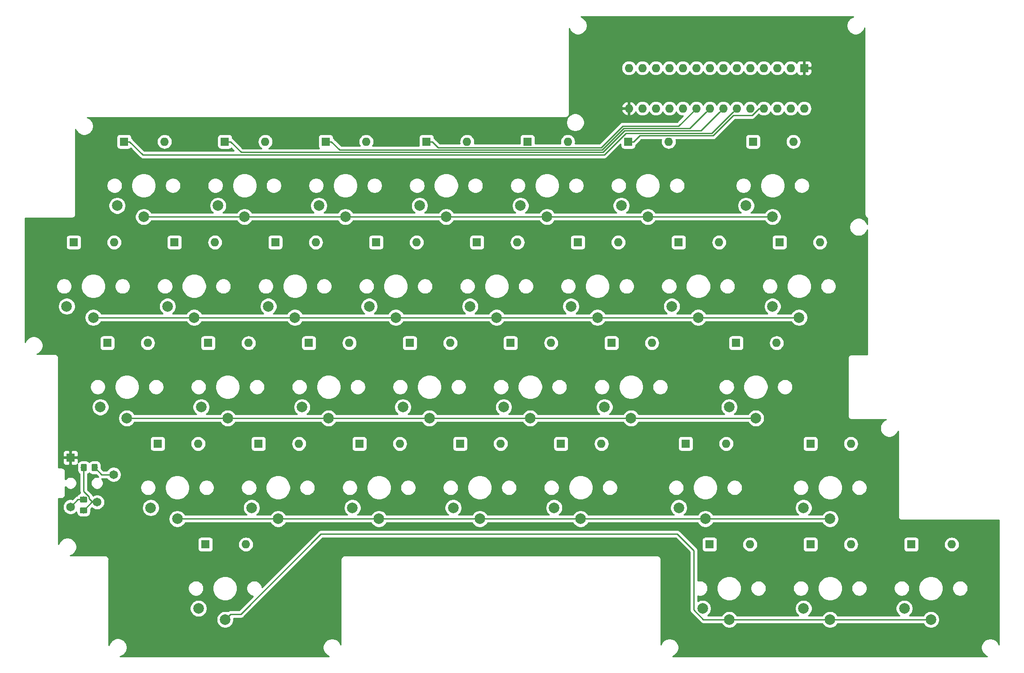
<source format=gbr>
G04 #@! TF.GenerationSoftware,KiCad,Pcbnew,(5.1.4-0-10_14)*
G04 #@! TF.CreationDate,2019-10-23T14:13:54-04:00*
G04 #@! TF.ProjectId,NomadRight,4e6f6d61-6452-4696-9768-742e6b696361,rev?*
G04 #@! TF.SameCoordinates,Original*
G04 #@! TF.FileFunction,Copper,L2,Bot*
G04 #@! TF.FilePolarity,Positive*
%FSLAX46Y46*%
G04 Gerber Fmt 4.6, Leading zero omitted, Abs format (unit mm)*
G04 Created by KiCad (PCBNEW (5.1.4-0-10_14)) date 2019-10-23 14:13:54*
%MOMM*%
%LPD*%
G04 APERTURE LIST*
%ADD10C,1.650000*%
%ADD11R,1.650000X1.650000*%
%ADD12O,1.600000X1.600000*%
%ADD13R,1.600000X1.600000*%
%ADD14C,2.000000*%
%ADD15C,0.100000*%
%ADD16C,1.150000*%
%ADD17C,0.250000*%
%ADD18C,0.254000*%
G04 APERTURE END LIST*
D10*
X36680000Y-109740000D03*
X44780000Y-103640000D03*
X41680000Y-108840000D03*
D11*
X36680000Y-100440000D03*
D12*
X174920000Y-34540000D03*
X141900000Y-26920000D03*
X172380000Y-34540000D03*
X144440000Y-26920000D03*
X169840000Y-34540000D03*
X146980000Y-26920000D03*
X167300000Y-34540000D03*
X149520000Y-26920000D03*
X164760000Y-34540000D03*
X152060000Y-26920000D03*
X162220000Y-34540000D03*
X154600000Y-26920000D03*
X159680000Y-34540000D03*
X157140000Y-26920000D03*
X157140000Y-34540000D03*
X159680000Y-26920000D03*
X154600000Y-34540000D03*
X162220000Y-26920000D03*
X152060000Y-34540000D03*
X164760000Y-26920000D03*
X149520000Y-34540000D03*
X167300000Y-26920000D03*
X146980000Y-34540000D03*
X169840000Y-26920000D03*
X144440000Y-34540000D03*
X172380000Y-26920000D03*
X141900000Y-34540000D03*
D13*
X174920000Y-26920000D03*
D14*
X163970000Y-52900000D03*
X168970000Y-55000000D03*
X140470000Y-52900000D03*
X145470000Y-55000000D03*
X121470000Y-52900000D03*
X126470000Y-55000000D03*
X102470000Y-52900000D03*
X107470000Y-55000000D03*
X83470000Y-52900000D03*
X88470000Y-55000000D03*
X64470000Y-52900000D03*
X69470000Y-55000000D03*
X45470000Y-52900000D03*
X50470000Y-55000000D03*
X168970000Y-71900000D03*
X173970000Y-74000000D03*
X149970000Y-71900000D03*
X154970000Y-74000000D03*
X130970000Y-71900000D03*
X135970000Y-74000000D03*
X111970000Y-71900000D03*
X116970000Y-74000000D03*
X92970000Y-71900000D03*
X97970000Y-74000000D03*
X73970000Y-71900000D03*
X78970000Y-74000000D03*
X54970000Y-71900000D03*
X59970000Y-74000000D03*
X35970000Y-71900000D03*
X40970000Y-74000000D03*
X160803333Y-90900000D03*
X165803333Y-93000000D03*
X137303333Y-90900000D03*
X142303333Y-93000000D03*
X118303333Y-90900000D03*
X123303333Y-93000000D03*
X99303333Y-90900000D03*
X104303333Y-93000000D03*
X80303333Y-90900000D03*
X85303333Y-93000000D03*
X61303333Y-90900000D03*
X66303333Y-93000000D03*
X42303333Y-90900000D03*
X47303333Y-93000000D03*
X174803333Y-109900000D03*
X179803333Y-112000000D03*
X151303333Y-109900000D03*
X156303333Y-112000000D03*
X127803333Y-109900000D03*
X132803333Y-112000000D03*
X108803333Y-109900000D03*
X113803333Y-112000000D03*
X89803333Y-109900000D03*
X94803333Y-112000000D03*
X70803333Y-109900000D03*
X75803333Y-112000000D03*
X51803333Y-109900000D03*
X56803333Y-112000000D03*
X193803333Y-128900000D03*
X198803333Y-131000000D03*
X174803333Y-128900000D03*
X179803333Y-131000000D03*
X155803333Y-128900000D03*
X160803333Y-131000000D03*
X60803333Y-128900000D03*
X65803333Y-131000000D03*
D15*
G36*
X39534505Y-101611204D02*
G01*
X39558773Y-101614804D01*
X39582572Y-101620765D01*
X39605671Y-101629030D01*
X39627850Y-101639520D01*
X39648893Y-101652132D01*
X39668599Y-101666747D01*
X39686777Y-101683223D01*
X39703253Y-101701401D01*
X39717868Y-101721107D01*
X39730480Y-101742150D01*
X39740970Y-101764329D01*
X39749235Y-101787428D01*
X39755196Y-101811227D01*
X39758796Y-101835495D01*
X39760000Y-101859999D01*
X39760000Y-102760001D01*
X39758796Y-102784505D01*
X39755196Y-102808773D01*
X39749235Y-102832572D01*
X39740970Y-102855671D01*
X39730480Y-102877850D01*
X39717868Y-102898893D01*
X39703253Y-102918599D01*
X39686777Y-102936777D01*
X39668599Y-102953253D01*
X39648893Y-102967868D01*
X39627850Y-102980480D01*
X39605671Y-102990970D01*
X39582572Y-102999235D01*
X39558773Y-103005196D01*
X39534505Y-103008796D01*
X39510001Y-103010000D01*
X38859999Y-103010000D01*
X38835495Y-103008796D01*
X38811227Y-103005196D01*
X38787428Y-102999235D01*
X38764329Y-102990970D01*
X38742150Y-102980480D01*
X38721107Y-102967868D01*
X38701401Y-102953253D01*
X38683223Y-102936777D01*
X38666747Y-102918599D01*
X38652132Y-102898893D01*
X38639520Y-102877850D01*
X38629030Y-102855671D01*
X38620765Y-102832572D01*
X38614804Y-102808773D01*
X38611204Y-102784505D01*
X38610000Y-102760001D01*
X38610000Y-101859999D01*
X38611204Y-101835495D01*
X38614804Y-101811227D01*
X38620765Y-101787428D01*
X38629030Y-101764329D01*
X38639520Y-101742150D01*
X38652132Y-101721107D01*
X38666747Y-101701401D01*
X38683223Y-101683223D01*
X38701401Y-101666747D01*
X38721107Y-101652132D01*
X38742150Y-101639520D01*
X38764329Y-101629030D01*
X38787428Y-101620765D01*
X38811227Y-101614804D01*
X38835495Y-101611204D01*
X38859999Y-101610000D01*
X39510001Y-101610000D01*
X39534505Y-101611204D01*
X39534505Y-101611204D01*
G37*
D16*
X39185000Y-102310000D03*
D15*
G36*
X41584505Y-101611204D02*
G01*
X41608773Y-101614804D01*
X41632572Y-101620765D01*
X41655671Y-101629030D01*
X41677850Y-101639520D01*
X41698893Y-101652132D01*
X41718599Y-101666747D01*
X41736777Y-101683223D01*
X41753253Y-101701401D01*
X41767868Y-101721107D01*
X41780480Y-101742150D01*
X41790970Y-101764329D01*
X41799235Y-101787428D01*
X41805196Y-101811227D01*
X41808796Y-101835495D01*
X41810000Y-101859999D01*
X41810000Y-102760001D01*
X41808796Y-102784505D01*
X41805196Y-102808773D01*
X41799235Y-102832572D01*
X41790970Y-102855671D01*
X41780480Y-102877850D01*
X41767868Y-102898893D01*
X41753253Y-102918599D01*
X41736777Y-102936777D01*
X41718599Y-102953253D01*
X41698893Y-102967868D01*
X41677850Y-102980480D01*
X41655671Y-102990970D01*
X41632572Y-102999235D01*
X41608773Y-103005196D01*
X41584505Y-103008796D01*
X41560001Y-103010000D01*
X40909999Y-103010000D01*
X40885495Y-103008796D01*
X40861227Y-103005196D01*
X40837428Y-102999235D01*
X40814329Y-102990970D01*
X40792150Y-102980480D01*
X40771107Y-102967868D01*
X40751401Y-102953253D01*
X40733223Y-102936777D01*
X40716747Y-102918599D01*
X40702132Y-102898893D01*
X40689520Y-102877850D01*
X40679030Y-102855671D01*
X40670765Y-102832572D01*
X40664804Y-102808773D01*
X40661204Y-102784505D01*
X40660000Y-102760001D01*
X40660000Y-101859999D01*
X40661204Y-101835495D01*
X40664804Y-101811227D01*
X40670765Y-101787428D01*
X40679030Y-101764329D01*
X40689520Y-101742150D01*
X40702132Y-101721107D01*
X40716747Y-101701401D01*
X40733223Y-101683223D01*
X40751401Y-101666747D01*
X40771107Y-101652132D01*
X40792150Y-101639520D01*
X40814329Y-101629030D01*
X40837428Y-101620765D01*
X40861227Y-101614804D01*
X40885495Y-101611204D01*
X40909999Y-101610000D01*
X41560001Y-101610000D01*
X41584505Y-101611204D01*
X41584505Y-101611204D01*
G37*
D16*
X41235000Y-102310000D03*
D15*
G36*
X39604505Y-107781204D02*
G01*
X39628773Y-107784804D01*
X39652572Y-107790765D01*
X39675671Y-107799030D01*
X39697850Y-107809520D01*
X39718893Y-107822132D01*
X39738599Y-107836747D01*
X39756777Y-107853223D01*
X39773253Y-107871401D01*
X39787868Y-107891107D01*
X39800480Y-107912150D01*
X39810970Y-107934329D01*
X39819235Y-107957428D01*
X39825196Y-107981227D01*
X39828796Y-108005495D01*
X39830000Y-108029999D01*
X39830000Y-108680001D01*
X39828796Y-108704505D01*
X39825196Y-108728773D01*
X39819235Y-108752572D01*
X39810970Y-108775671D01*
X39800480Y-108797850D01*
X39787868Y-108818893D01*
X39773253Y-108838599D01*
X39756777Y-108856777D01*
X39738599Y-108873253D01*
X39718893Y-108887868D01*
X39697850Y-108900480D01*
X39675671Y-108910970D01*
X39652572Y-108919235D01*
X39628773Y-108925196D01*
X39604505Y-108928796D01*
X39580001Y-108930000D01*
X38679999Y-108930000D01*
X38655495Y-108928796D01*
X38631227Y-108925196D01*
X38607428Y-108919235D01*
X38584329Y-108910970D01*
X38562150Y-108900480D01*
X38541107Y-108887868D01*
X38521401Y-108873253D01*
X38503223Y-108856777D01*
X38486747Y-108838599D01*
X38472132Y-108818893D01*
X38459520Y-108797850D01*
X38449030Y-108775671D01*
X38440765Y-108752572D01*
X38434804Y-108728773D01*
X38431204Y-108704505D01*
X38430000Y-108680001D01*
X38430000Y-108029999D01*
X38431204Y-108005495D01*
X38434804Y-107981227D01*
X38440765Y-107957428D01*
X38449030Y-107934329D01*
X38459520Y-107912150D01*
X38472132Y-107891107D01*
X38486747Y-107871401D01*
X38503223Y-107853223D01*
X38521401Y-107836747D01*
X38541107Y-107822132D01*
X38562150Y-107809520D01*
X38584329Y-107799030D01*
X38607428Y-107790765D01*
X38631227Y-107784804D01*
X38655495Y-107781204D01*
X38679999Y-107780000D01*
X39580001Y-107780000D01*
X39604505Y-107781204D01*
X39604505Y-107781204D01*
G37*
D16*
X39130000Y-108355000D03*
D15*
G36*
X39604505Y-109831204D02*
G01*
X39628773Y-109834804D01*
X39652572Y-109840765D01*
X39675671Y-109849030D01*
X39697850Y-109859520D01*
X39718893Y-109872132D01*
X39738599Y-109886747D01*
X39756777Y-109903223D01*
X39773253Y-109921401D01*
X39787868Y-109941107D01*
X39800480Y-109962150D01*
X39810970Y-109984329D01*
X39819235Y-110007428D01*
X39825196Y-110031227D01*
X39828796Y-110055495D01*
X39830000Y-110079999D01*
X39830000Y-110730001D01*
X39828796Y-110754505D01*
X39825196Y-110778773D01*
X39819235Y-110802572D01*
X39810970Y-110825671D01*
X39800480Y-110847850D01*
X39787868Y-110868893D01*
X39773253Y-110888599D01*
X39756777Y-110906777D01*
X39738599Y-110923253D01*
X39718893Y-110937868D01*
X39697850Y-110950480D01*
X39675671Y-110960970D01*
X39652572Y-110969235D01*
X39628773Y-110975196D01*
X39604505Y-110978796D01*
X39580001Y-110980000D01*
X38679999Y-110980000D01*
X38655495Y-110978796D01*
X38631227Y-110975196D01*
X38607428Y-110969235D01*
X38584329Y-110960970D01*
X38562150Y-110950480D01*
X38541107Y-110937868D01*
X38521401Y-110923253D01*
X38503223Y-110906777D01*
X38486747Y-110888599D01*
X38472132Y-110868893D01*
X38459520Y-110847850D01*
X38449030Y-110825671D01*
X38440765Y-110802572D01*
X38434804Y-110778773D01*
X38431204Y-110754505D01*
X38430000Y-110730001D01*
X38430000Y-110079999D01*
X38431204Y-110055495D01*
X38434804Y-110031227D01*
X38440765Y-110007428D01*
X38449030Y-109984329D01*
X38459520Y-109962150D01*
X38472132Y-109941107D01*
X38486747Y-109921401D01*
X38503223Y-109903223D01*
X38521401Y-109886747D01*
X38541107Y-109872132D01*
X38562150Y-109859520D01*
X38584329Y-109849030D01*
X38607428Y-109840765D01*
X38631227Y-109834804D01*
X38655495Y-109831204D01*
X38679999Y-109830000D01*
X39580001Y-109830000D01*
X39604505Y-109831204D01*
X39604505Y-109831204D01*
G37*
D16*
X39130000Y-110405000D03*
D12*
X172890000Y-40810000D03*
D13*
X165270000Y-40810000D03*
D12*
X149390000Y-40810000D03*
D13*
X141770000Y-40810000D03*
D12*
X130390000Y-40810000D03*
D13*
X122770000Y-40810000D03*
D12*
X111390000Y-40810000D03*
D13*
X103770000Y-40810000D03*
D12*
X92390000Y-40810000D03*
D13*
X84770000Y-40810000D03*
D12*
X73390000Y-40810000D03*
D13*
X65770000Y-40810000D03*
D12*
X54390000Y-40810000D03*
D13*
X46770000Y-40810000D03*
D12*
X177890000Y-59810000D03*
D13*
X170270000Y-59810000D03*
D12*
X158890000Y-59810000D03*
D13*
X151270000Y-59810000D03*
D12*
X139890000Y-59810000D03*
D13*
X132270000Y-59810000D03*
D12*
X120890000Y-59810000D03*
D13*
X113270000Y-59810000D03*
D12*
X101890000Y-59810000D03*
D13*
X94270000Y-59810000D03*
D12*
X82890000Y-59810000D03*
D13*
X75270000Y-59810000D03*
D12*
X63890000Y-59810000D03*
D13*
X56270000Y-59810000D03*
D12*
X44890000Y-59810000D03*
D13*
X37270000Y-59810000D03*
D12*
X169723333Y-78810000D03*
D13*
X162103333Y-78810000D03*
D12*
X146223333Y-78810000D03*
D13*
X138603333Y-78810000D03*
D12*
X127223333Y-78810000D03*
D13*
X119603333Y-78810000D03*
D12*
X108223333Y-78810000D03*
D13*
X100603333Y-78810000D03*
D12*
X89223333Y-78810000D03*
D13*
X81603333Y-78810000D03*
D12*
X70223333Y-78810000D03*
D13*
X62603333Y-78810000D03*
D12*
X51223333Y-78810000D03*
D13*
X43603333Y-78810000D03*
D12*
X183723333Y-97810000D03*
D13*
X176103333Y-97810000D03*
D12*
X160223333Y-97810000D03*
D13*
X152603333Y-97810000D03*
D12*
X136723333Y-97810000D03*
D13*
X129103333Y-97810000D03*
D12*
X117723333Y-97810000D03*
D13*
X110103333Y-97810000D03*
D12*
X98723333Y-97810000D03*
D13*
X91103333Y-97810000D03*
D12*
X79723333Y-97810000D03*
D13*
X72103333Y-97810000D03*
D12*
X60723333Y-97810000D03*
D13*
X53103333Y-97810000D03*
D12*
X202723333Y-116810000D03*
D13*
X195103333Y-116810000D03*
D12*
X183723333Y-116810000D03*
D13*
X176103333Y-116810000D03*
D12*
X164723333Y-116810000D03*
D13*
X157103333Y-116810000D03*
D12*
X69723333Y-116810000D03*
D13*
X62103333Y-116810000D03*
D17*
X153370000Y-38310000D02*
X156340001Y-35339999D01*
X140936410Y-38310000D02*
X153370000Y-38310000D01*
X85820000Y-40810000D02*
X87395012Y-42385012D01*
X136861398Y-42385012D02*
X140936410Y-38310000D01*
X87395012Y-42385012D02*
X136861398Y-42385012D01*
X156340001Y-35339999D02*
X157140000Y-34540000D01*
X84770000Y-40810000D02*
X85820000Y-40810000D01*
X165090000Y-35840000D02*
X166390000Y-34540000D01*
X141770000Y-40810000D02*
X142820000Y-40810000D01*
X161580000Y-35840000D02*
X165090000Y-35840000D01*
X157735001Y-39684999D02*
X161580000Y-35840000D01*
X143945001Y-39684999D02*
X157735001Y-39684999D01*
X166390000Y-34540000D02*
X167300000Y-34540000D01*
X142820000Y-40810000D02*
X143945001Y-39684999D01*
X158880001Y-35339999D02*
X159680000Y-34540000D01*
X155460000Y-38760000D02*
X158880001Y-35339999D01*
X137047797Y-42835023D02*
X141122820Y-38760000D01*
X66820000Y-40810000D02*
X68845023Y-42835023D01*
X65770000Y-40810000D02*
X66820000Y-40810000D01*
X141122820Y-38760000D02*
X155460000Y-38760000D01*
X68845023Y-42835023D02*
X137047797Y-42835023D01*
X140750000Y-37860000D02*
X151280000Y-37860000D01*
X105945001Y-41935001D02*
X136674999Y-41935001D01*
X151280000Y-37860000D02*
X154600000Y-34540000D01*
X104820000Y-40810000D02*
X105945001Y-41935001D01*
X136674999Y-41935001D02*
X140750000Y-37860000D01*
X103770000Y-40810000D02*
X104820000Y-40810000D01*
X46770000Y-40810000D02*
X47820000Y-40810000D01*
X141309220Y-39210011D02*
X157549989Y-39210011D01*
X47820000Y-40810000D02*
X50295030Y-43285030D01*
X137234201Y-43285030D02*
X141309220Y-39210011D01*
X157549989Y-39210011D02*
X161420001Y-35339999D01*
X50295030Y-43285030D02*
X137234201Y-43285030D01*
X161420001Y-35339999D02*
X162220000Y-34540000D01*
X38065000Y-108355000D02*
X39130000Y-108355000D01*
X36680000Y-109740000D02*
X38065000Y-108355000D01*
X42565000Y-103640000D02*
X44780000Y-103640000D01*
X41235000Y-102310000D02*
X42565000Y-103640000D01*
X41470000Y-108630000D02*
X41680000Y-108840000D01*
X40155010Y-108135010D02*
X40650000Y-108630000D01*
X39185000Y-106821810D02*
X40155010Y-107791820D01*
X40650000Y-108630000D02*
X41470000Y-108630000D01*
X40155010Y-107791820D02*
X40155010Y-108135010D01*
X39185000Y-102310000D02*
X39185000Y-106821810D01*
X40695000Y-108840000D02*
X41680000Y-108840000D01*
X39130000Y-110405000D02*
X40695000Y-108840000D01*
X174664335Y-131000000D02*
X179803333Y-131000000D01*
X160803333Y-131000000D02*
X174664335Y-131000000D01*
X179803333Y-131000000D02*
X198803333Y-131000000D01*
X154128332Y-129186001D02*
X155942331Y-131000000D01*
X154128332Y-117948332D02*
X154128332Y-129186001D01*
X151030000Y-114850000D02*
X154128332Y-117948332D01*
X159389120Y-131000000D02*
X160803333Y-131000000D01*
X83890000Y-114850000D02*
X151030000Y-114850000D01*
X66803332Y-130000001D02*
X68739999Y-130000001D01*
X155942331Y-131000000D02*
X159389120Y-131000000D01*
X68739999Y-130000001D02*
X83890000Y-114850000D01*
X65803333Y-131000000D02*
X66803332Y-130000001D01*
X56803333Y-112000000D02*
X75803333Y-112000000D01*
X75803333Y-112000000D02*
X94803333Y-112000000D01*
X94803333Y-112000000D02*
X113803333Y-112000000D01*
X113803333Y-112000000D02*
X132803333Y-112000000D01*
X134217546Y-112000000D02*
X156303333Y-112000000D01*
X132803333Y-112000000D02*
X134217546Y-112000000D01*
X156303333Y-112000000D02*
X179803333Y-112000000D01*
X61164335Y-93000000D02*
X66303333Y-93000000D01*
X47303333Y-93000000D02*
X61164335Y-93000000D01*
X66303333Y-93000000D02*
X85303333Y-93000000D01*
X85303333Y-93000000D02*
X104303333Y-93000000D01*
X104303333Y-93000000D02*
X123303333Y-93000000D01*
X124717546Y-93000000D02*
X142303333Y-93000000D01*
X123303333Y-93000000D02*
X124717546Y-93000000D01*
X142303333Y-93000000D02*
X165803333Y-93000000D01*
X42384213Y-74000000D02*
X59970000Y-74000000D01*
X40970000Y-74000000D02*
X42384213Y-74000000D01*
X59970000Y-74000000D02*
X78970000Y-74000000D01*
X80384213Y-74000000D02*
X97970000Y-74000000D01*
X78970000Y-74000000D02*
X80384213Y-74000000D01*
X99384213Y-74000000D02*
X116970000Y-74000000D01*
X97970000Y-74000000D02*
X99384213Y-74000000D01*
X116970000Y-74000000D02*
X135970000Y-74000000D01*
X137384213Y-74000000D02*
X154970000Y-74000000D01*
X135970000Y-74000000D02*
X137384213Y-74000000D01*
X154970000Y-74000000D02*
X173970000Y-74000000D01*
X50470000Y-55000000D02*
X69470000Y-55000000D01*
X69470000Y-55000000D02*
X88470000Y-55000000D01*
X89884213Y-55000000D02*
X107470000Y-55000000D01*
X88470000Y-55000000D02*
X89884213Y-55000000D01*
X108884213Y-55000000D02*
X126470000Y-55000000D01*
X107470000Y-55000000D02*
X108884213Y-55000000D01*
X126470000Y-55000000D02*
X145470000Y-55000000D01*
X145470000Y-55000000D02*
X164470000Y-55000000D01*
X168970000Y-55000000D02*
X164470000Y-55000000D01*
D18*
G36*
X184133919Y-17271675D02*
G01*
X183818169Y-17402463D01*
X183534002Y-17592337D01*
X183292337Y-17834002D01*
X183102463Y-18118169D01*
X182971675Y-18433919D01*
X182905000Y-18769117D01*
X182905000Y-19110883D01*
X182971675Y-19446081D01*
X183102463Y-19761831D01*
X183292337Y-20045998D01*
X183534002Y-20287663D01*
X183818169Y-20477537D01*
X184133919Y-20608325D01*
X184469117Y-20675000D01*
X184810883Y-20675000D01*
X185146081Y-20608325D01*
X185461831Y-20477537D01*
X185745998Y-20287663D01*
X185987663Y-20045998D01*
X186177537Y-19761831D01*
X186308325Y-19446081D01*
X186330001Y-19337109D01*
X186330000Y-54567581D01*
X186326807Y-54600000D01*
X186339550Y-54729383D01*
X186377290Y-54853793D01*
X186438575Y-54968450D01*
X186521052Y-55068948D01*
X186621550Y-55151425D01*
X186736207Y-55212710D01*
X186830000Y-55241162D01*
X186830000Y-56422340D01*
X186828325Y-56413919D01*
X186697537Y-56098169D01*
X186507663Y-55814002D01*
X186265998Y-55572337D01*
X185981831Y-55382463D01*
X185666081Y-55251675D01*
X185330883Y-55185000D01*
X184989117Y-55185000D01*
X184653919Y-55251675D01*
X184338169Y-55382463D01*
X184054002Y-55572337D01*
X183812337Y-55814002D01*
X183622463Y-56098169D01*
X183491675Y-56413919D01*
X183425000Y-56749117D01*
X183425000Y-57090883D01*
X183491675Y-57426081D01*
X183622463Y-57741831D01*
X183812337Y-58025998D01*
X184054002Y-58267663D01*
X184338169Y-58457537D01*
X184653919Y-58588325D01*
X184989117Y-58655000D01*
X185330883Y-58655000D01*
X185666081Y-58588325D01*
X185981831Y-58457537D01*
X186265998Y-58267663D01*
X186507663Y-58025998D01*
X186697537Y-57741831D01*
X186828325Y-57426081D01*
X186830000Y-57417660D01*
X186830001Y-80940000D01*
X183862419Y-80940000D01*
X183830000Y-80936807D01*
X183797581Y-80940000D01*
X183700617Y-80949550D01*
X183576207Y-80987290D01*
X183461550Y-81048575D01*
X183361052Y-81131052D01*
X183278575Y-81231550D01*
X183217290Y-81346207D01*
X183179550Y-81470617D01*
X183166807Y-81600000D01*
X183170001Y-81632429D01*
X183170000Y-92567581D01*
X183166807Y-92600000D01*
X183179550Y-92729383D01*
X183217290Y-92853793D01*
X183278575Y-92968450D01*
X183304468Y-93000000D01*
X183361052Y-93068948D01*
X183461550Y-93151425D01*
X183576207Y-93212710D01*
X183700617Y-93250450D01*
X183830000Y-93263193D01*
X183862419Y-93260000D01*
X190371394Y-93260000D01*
X190148169Y-93352463D01*
X189864002Y-93542337D01*
X189622337Y-93784002D01*
X189432463Y-94068169D01*
X189301675Y-94383919D01*
X189235000Y-94719117D01*
X189235000Y-95060883D01*
X189301675Y-95396081D01*
X189432463Y-95711831D01*
X189622337Y-95995998D01*
X189864002Y-96237663D01*
X190148169Y-96427537D01*
X190463919Y-96558325D01*
X190799117Y-96625000D01*
X191140883Y-96625000D01*
X191476081Y-96558325D01*
X191791831Y-96427537D01*
X192075998Y-96237663D01*
X192317663Y-95995998D01*
X192507537Y-95711831D01*
X192620001Y-95440319D01*
X192620000Y-111567581D01*
X192616807Y-111600000D01*
X192629550Y-111729383D01*
X192667290Y-111853793D01*
X192728575Y-111968450D01*
X192754468Y-112000000D01*
X192811052Y-112068948D01*
X192911550Y-112151425D01*
X193026207Y-112212710D01*
X193150617Y-112250450D01*
X193280000Y-112263193D01*
X193312419Y-112260000D01*
X211620001Y-112260000D01*
X211620000Y-135725537D01*
X211517537Y-135478169D01*
X211327663Y-135194002D01*
X211085998Y-134952337D01*
X210801831Y-134762463D01*
X210486081Y-134631675D01*
X210150883Y-134565000D01*
X209809117Y-134565000D01*
X209473919Y-134631675D01*
X209158169Y-134762463D01*
X208874002Y-134952337D01*
X208632337Y-135194002D01*
X208442463Y-135478169D01*
X208311675Y-135793919D01*
X208245000Y-136129117D01*
X208245000Y-136470883D01*
X208311675Y-136806081D01*
X208442463Y-137121831D01*
X208632337Y-137405998D01*
X208874002Y-137647663D01*
X209158169Y-137837537D01*
X209405536Y-137940000D01*
X150130321Y-137940000D01*
X150401831Y-137827537D01*
X150685998Y-137637663D01*
X150927663Y-137395998D01*
X151117537Y-137111831D01*
X151248325Y-136796081D01*
X151315000Y-136460883D01*
X151315000Y-136119117D01*
X151248325Y-135783919D01*
X151117537Y-135468169D01*
X150927663Y-135184002D01*
X150685998Y-134942337D01*
X150401831Y-134752463D01*
X150086081Y-134621675D01*
X149750883Y-134555000D01*
X149409117Y-134555000D01*
X149073919Y-134621675D01*
X148758169Y-134752463D01*
X148474002Y-134942337D01*
X148232337Y-135184002D01*
X148042463Y-135468169D01*
X147940000Y-135715536D01*
X147940000Y-119632419D01*
X147943193Y-119600000D01*
X147930450Y-119470617D01*
X147892710Y-119346207D01*
X147831425Y-119231550D01*
X147748948Y-119131052D01*
X147648450Y-119048575D01*
X147533793Y-118987290D01*
X147409383Y-118949550D01*
X147312419Y-118940000D01*
X147280000Y-118936807D01*
X147247581Y-118940000D01*
X88302419Y-118940000D01*
X88270000Y-118936807D01*
X88237581Y-118940000D01*
X88140617Y-118949550D01*
X88016207Y-118987290D01*
X87901550Y-119048575D01*
X87801052Y-119131052D01*
X87718575Y-119231550D01*
X87657290Y-119346207D01*
X87619550Y-119470617D01*
X87606807Y-119600000D01*
X87610001Y-119632429D01*
X87610000Y-135739679D01*
X87497537Y-135468169D01*
X87307663Y-135184002D01*
X87065998Y-134942337D01*
X86781831Y-134752463D01*
X86466081Y-134621675D01*
X86130883Y-134555000D01*
X85789117Y-134555000D01*
X85453919Y-134621675D01*
X85138169Y-134752463D01*
X84854002Y-134942337D01*
X84612337Y-135184002D01*
X84422463Y-135468169D01*
X84291675Y-135783919D01*
X84225000Y-136119117D01*
X84225000Y-136460883D01*
X84291675Y-136796081D01*
X84422463Y-137111831D01*
X84612337Y-137395998D01*
X84854002Y-137637663D01*
X85138169Y-137827537D01*
X85409679Y-137940000D01*
X46017113Y-137940000D01*
X46126081Y-137918325D01*
X46441831Y-137787537D01*
X46725998Y-137597663D01*
X46967663Y-137355998D01*
X47157537Y-137071831D01*
X47288325Y-136756081D01*
X47355000Y-136420883D01*
X47355000Y-136079117D01*
X47288325Y-135743919D01*
X47157537Y-135428169D01*
X46967663Y-135144002D01*
X46725998Y-134902337D01*
X46441831Y-134712463D01*
X46126081Y-134581675D01*
X45790883Y-134515000D01*
X45449117Y-134515000D01*
X45113919Y-134581675D01*
X44798169Y-134712463D01*
X44514002Y-134902337D01*
X44272337Y-135144002D01*
X44082463Y-135428169D01*
X43951675Y-135743919D01*
X43930000Y-135852887D01*
X43930000Y-130838967D01*
X64168333Y-130838967D01*
X64168333Y-131161033D01*
X64231165Y-131476912D01*
X64354415Y-131774463D01*
X64533346Y-132042252D01*
X64761081Y-132269987D01*
X65028870Y-132448918D01*
X65326421Y-132572168D01*
X65642300Y-132635000D01*
X65964366Y-132635000D01*
X66280245Y-132572168D01*
X66577796Y-132448918D01*
X66845585Y-132269987D01*
X67073320Y-132042252D01*
X67252251Y-131774463D01*
X67375501Y-131476912D01*
X67438333Y-131161033D01*
X67438333Y-130838967D01*
X67422626Y-130760001D01*
X68702677Y-130760001D01*
X68739999Y-130763677D01*
X68777321Y-130760001D01*
X68777332Y-130760001D01*
X68888985Y-130749004D01*
X69032246Y-130705547D01*
X69164275Y-130634975D01*
X69280000Y-130540002D01*
X69303803Y-130510998D01*
X84204802Y-115610000D01*
X150715199Y-115610000D01*
X153368332Y-118263134D01*
X153368333Y-129148669D01*
X153364656Y-129186001D01*
X153379330Y-129334986D01*
X153422786Y-129478247D01*
X153493358Y-129610277D01*
X153546035Y-129674463D01*
X153588332Y-129726002D01*
X153617330Y-129749800D01*
X155378532Y-131511003D01*
X155402330Y-131540001D01*
X155431328Y-131563799D01*
X155518054Y-131634974D01*
X155650084Y-131705546D01*
X155793345Y-131749003D01*
X155904998Y-131760000D01*
X155905008Y-131760000D01*
X155942331Y-131763676D01*
X155979653Y-131760000D01*
X159348424Y-131760000D01*
X159354415Y-131774463D01*
X159533346Y-132042252D01*
X159761081Y-132269987D01*
X160028870Y-132448918D01*
X160326421Y-132572168D01*
X160642300Y-132635000D01*
X160964366Y-132635000D01*
X161280245Y-132572168D01*
X161577796Y-132448918D01*
X161845585Y-132269987D01*
X162073320Y-132042252D01*
X162252251Y-131774463D01*
X162258242Y-131760000D01*
X178348424Y-131760000D01*
X178354415Y-131774463D01*
X178533346Y-132042252D01*
X178761081Y-132269987D01*
X179028870Y-132448918D01*
X179326421Y-132572168D01*
X179642300Y-132635000D01*
X179964366Y-132635000D01*
X180280245Y-132572168D01*
X180577796Y-132448918D01*
X180845585Y-132269987D01*
X181073320Y-132042252D01*
X181252251Y-131774463D01*
X181258242Y-131760000D01*
X197348424Y-131760000D01*
X197354415Y-131774463D01*
X197533346Y-132042252D01*
X197761081Y-132269987D01*
X198028870Y-132448918D01*
X198326421Y-132572168D01*
X198642300Y-132635000D01*
X198964366Y-132635000D01*
X199280245Y-132572168D01*
X199577796Y-132448918D01*
X199845585Y-132269987D01*
X200073320Y-132042252D01*
X200252251Y-131774463D01*
X200375501Y-131476912D01*
X200438333Y-131161033D01*
X200438333Y-130838967D01*
X200375501Y-130523088D01*
X200252251Y-130225537D01*
X200073320Y-129957748D01*
X199845585Y-129730013D01*
X199577796Y-129551082D01*
X199280245Y-129427832D01*
X198964366Y-129365000D01*
X198642300Y-129365000D01*
X198326421Y-129427832D01*
X198028870Y-129551082D01*
X197761081Y-129730013D01*
X197533346Y-129957748D01*
X197354415Y-130225537D01*
X197348424Y-130240000D01*
X194740803Y-130240000D01*
X194845585Y-130169987D01*
X195073320Y-129942252D01*
X195252251Y-129674463D01*
X195375501Y-129376912D01*
X195438333Y-129061033D01*
X195438333Y-128738967D01*
X195375501Y-128423088D01*
X195252251Y-128125537D01*
X195073320Y-127857748D01*
X194845585Y-127630013D01*
X194577796Y-127451082D01*
X194280245Y-127327832D01*
X193964366Y-127265000D01*
X193642300Y-127265000D01*
X193326421Y-127327832D01*
X193028870Y-127451082D01*
X192761081Y-127630013D01*
X192533346Y-127857748D01*
X192354415Y-128125537D01*
X192231165Y-128423088D01*
X192168333Y-128738967D01*
X192168333Y-129061033D01*
X192231165Y-129376912D01*
X192354415Y-129674463D01*
X192533346Y-129942252D01*
X192761081Y-130169987D01*
X192865863Y-130240000D01*
X181258242Y-130240000D01*
X181252251Y-130225537D01*
X181073320Y-129957748D01*
X180845585Y-129730013D01*
X180577796Y-129551082D01*
X180280245Y-129427832D01*
X179964366Y-129365000D01*
X179642300Y-129365000D01*
X179326421Y-129427832D01*
X179028870Y-129551082D01*
X178761081Y-129730013D01*
X178533346Y-129957748D01*
X178354415Y-130225537D01*
X178348424Y-130240000D01*
X175740803Y-130240000D01*
X175845585Y-130169987D01*
X176073320Y-129942252D01*
X176252251Y-129674463D01*
X176375501Y-129376912D01*
X176438333Y-129061033D01*
X176438333Y-128738967D01*
X176375501Y-128423088D01*
X176252251Y-128125537D01*
X176073320Y-127857748D01*
X175845585Y-127630013D01*
X175577796Y-127451082D01*
X175280245Y-127327832D01*
X174964366Y-127265000D01*
X174642300Y-127265000D01*
X174326421Y-127327832D01*
X174028870Y-127451082D01*
X173761081Y-127630013D01*
X173533346Y-127857748D01*
X173354415Y-128125537D01*
X173231165Y-128423088D01*
X173168333Y-128738967D01*
X173168333Y-129061033D01*
X173231165Y-129376912D01*
X173354415Y-129674463D01*
X173533346Y-129942252D01*
X173761081Y-130169987D01*
X173865863Y-130240000D01*
X162258242Y-130240000D01*
X162252251Y-130225537D01*
X162073320Y-129957748D01*
X161845585Y-129730013D01*
X161577796Y-129551082D01*
X161280245Y-129427832D01*
X160964366Y-129365000D01*
X160642300Y-129365000D01*
X160326421Y-129427832D01*
X160028870Y-129551082D01*
X159761081Y-129730013D01*
X159533346Y-129957748D01*
X159354415Y-130225537D01*
X159348424Y-130240000D01*
X156740803Y-130240000D01*
X156845585Y-130169987D01*
X157073320Y-129942252D01*
X157252251Y-129674463D01*
X157375501Y-129376912D01*
X157438333Y-129061033D01*
X157438333Y-128738967D01*
X157375501Y-128423088D01*
X157252251Y-128125537D01*
X157073320Y-127857748D01*
X156845585Y-127630013D01*
X156577796Y-127451082D01*
X156280245Y-127327832D01*
X155964366Y-127265000D01*
X155642300Y-127265000D01*
X155326421Y-127327832D01*
X155028870Y-127451082D01*
X154888332Y-127544987D01*
X154888332Y-126531544D01*
X155157073Y-126585000D01*
X155449593Y-126585000D01*
X155736491Y-126527932D01*
X156006744Y-126415990D01*
X156249965Y-126253475D01*
X156456808Y-126046632D01*
X156619323Y-125803411D01*
X156731265Y-125533158D01*
X156788333Y-125246260D01*
X156788333Y-124953740D01*
X156771681Y-124870023D01*
X158468333Y-124870023D01*
X158468333Y-125329977D01*
X158558066Y-125781094D01*
X158734083Y-126206037D01*
X158989620Y-126588476D01*
X159314857Y-126913713D01*
X159697296Y-127169250D01*
X160122239Y-127345267D01*
X160573356Y-127435000D01*
X161033310Y-127435000D01*
X161484427Y-127345267D01*
X161909370Y-127169250D01*
X162291809Y-126913713D01*
X162617046Y-126588476D01*
X162872583Y-126206037D01*
X163048600Y-125781094D01*
X163138333Y-125329977D01*
X163138333Y-124953740D01*
X164818333Y-124953740D01*
X164818333Y-125246260D01*
X164875401Y-125533158D01*
X164987343Y-125803411D01*
X165149858Y-126046632D01*
X165356701Y-126253475D01*
X165599922Y-126415990D01*
X165870175Y-126527932D01*
X166157073Y-126585000D01*
X166449593Y-126585000D01*
X166736491Y-126527932D01*
X167006744Y-126415990D01*
X167249965Y-126253475D01*
X167456808Y-126046632D01*
X167619323Y-125803411D01*
X167731265Y-125533158D01*
X167788333Y-125246260D01*
X167788333Y-124953740D01*
X172818333Y-124953740D01*
X172818333Y-125246260D01*
X172875401Y-125533158D01*
X172987343Y-125803411D01*
X173149858Y-126046632D01*
X173356701Y-126253475D01*
X173599922Y-126415990D01*
X173870175Y-126527932D01*
X174157073Y-126585000D01*
X174449593Y-126585000D01*
X174736491Y-126527932D01*
X175006744Y-126415990D01*
X175249965Y-126253475D01*
X175456808Y-126046632D01*
X175619323Y-125803411D01*
X175731265Y-125533158D01*
X175788333Y-125246260D01*
X175788333Y-124953740D01*
X175771681Y-124870023D01*
X177468333Y-124870023D01*
X177468333Y-125329977D01*
X177558066Y-125781094D01*
X177734083Y-126206037D01*
X177989620Y-126588476D01*
X178314857Y-126913713D01*
X178697296Y-127169250D01*
X179122239Y-127345267D01*
X179573356Y-127435000D01*
X180033310Y-127435000D01*
X180484427Y-127345267D01*
X180909370Y-127169250D01*
X181291809Y-126913713D01*
X181617046Y-126588476D01*
X181872583Y-126206037D01*
X182048600Y-125781094D01*
X182138333Y-125329977D01*
X182138333Y-124953740D01*
X183818333Y-124953740D01*
X183818333Y-125246260D01*
X183875401Y-125533158D01*
X183987343Y-125803411D01*
X184149858Y-126046632D01*
X184356701Y-126253475D01*
X184599922Y-126415990D01*
X184870175Y-126527932D01*
X185157073Y-126585000D01*
X185449593Y-126585000D01*
X185736491Y-126527932D01*
X186006744Y-126415990D01*
X186249965Y-126253475D01*
X186456808Y-126046632D01*
X186619323Y-125803411D01*
X186731265Y-125533158D01*
X186788333Y-125246260D01*
X186788333Y-124953740D01*
X191818333Y-124953740D01*
X191818333Y-125246260D01*
X191875401Y-125533158D01*
X191987343Y-125803411D01*
X192149858Y-126046632D01*
X192356701Y-126253475D01*
X192599922Y-126415990D01*
X192870175Y-126527932D01*
X193157073Y-126585000D01*
X193449593Y-126585000D01*
X193736491Y-126527932D01*
X194006744Y-126415990D01*
X194249965Y-126253475D01*
X194456808Y-126046632D01*
X194619323Y-125803411D01*
X194731265Y-125533158D01*
X194788333Y-125246260D01*
X194788333Y-124953740D01*
X194771681Y-124870023D01*
X196468333Y-124870023D01*
X196468333Y-125329977D01*
X196558066Y-125781094D01*
X196734083Y-126206037D01*
X196989620Y-126588476D01*
X197314857Y-126913713D01*
X197697296Y-127169250D01*
X198122239Y-127345267D01*
X198573356Y-127435000D01*
X199033310Y-127435000D01*
X199484427Y-127345267D01*
X199909370Y-127169250D01*
X200291809Y-126913713D01*
X200617046Y-126588476D01*
X200872583Y-126206037D01*
X201048600Y-125781094D01*
X201138333Y-125329977D01*
X201138333Y-124953740D01*
X202818333Y-124953740D01*
X202818333Y-125246260D01*
X202875401Y-125533158D01*
X202987343Y-125803411D01*
X203149858Y-126046632D01*
X203356701Y-126253475D01*
X203599922Y-126415990D01*
X203870175Y-126527932D01*
X204157073Y-126585000D01*
X204449593Y-126585000D01*
X204736491Y-126527932D01*
X205006744Y-126415990D01*
X205249965Y-126253475D01*
X205456808Y-126046632D01*
X205619323Y-125803411D01*
X205731265Y-125533158D01*
X205788333Y-125246260D01*
X205788333Y-124953740D01*
X205731265Y-124666842D01*
X205619323Y-124396589D01*
X205456808Y-124153368D01*
X205249965Y-123946525D01*
X205006744Y-123784010D01*
X204736491Y-123672068D01*
X204449593Y-123615000D01*
X204157073Y-123615000D01*
X203870175Y-123672068D01*
X203599922Y-123784010D01*
X203356701Y-123946525D01*
X203149858Y-124153368D01*
X202987343Y-124396589D01*
X202875401Y-124666842D01*
X202818333Y-124953740D01*
X201138333Y-124953740D01*
X201138333Y-124870023D01*
X201048600Y-124418906D01*
X200872583Y-123993963D01*
X200617046Y-123611524D01*
X200291809Y-123286287D01*
X199909370Y-123030750D01*
X199484427Y-122854733D01*
X199033310Y-122765000D01*
X198573356Y-122765000D01*
X198122239Y-122854733D01*
X197697296Y-123030750D01*
X197314857Y-123286287D01*
X196989620Y-123611524D01*
X196734083Y-123993963D01*
X196558066Y-124418906D01*
X196468333Y-124870023D01*
X194771681Y-124870023D01*
X194731265Y-124666842D01*
X194619323Y-124396589D01*
X194456808Y-124153368D01*
X194249965Y-123946525D01*
X194006744Y-123784010D01*
X193736491Y-123672068D01*
X193449593Y-123615000D01*
X193157073Y-123615000D01*
X192870175Y-123672068D01*
X192599922Y-123784010D01*
X192356701Y-123946525D01*
X192149858Y-124153368D01*
X191987343Y-124396589D01*
X191875401Y-124666842D01*
X191818333Y-124953740D01*
X186788333Y-124953740D01*
X186731265Y-124666842D01*
X186619323Y-124396589D01*
X186456808Y-124153368D01*
X186249965Y-123946525D01*
X186006744Y-123784010D01*
X185736491Y-123672068D01*
X185449593Y-123615000D01*
X185157073Y-123615000D01*
X184870175Y-123672068D01*
X184599922Y-123784010D01*
X184356701Y-123946525D01*
X184149858Y-124153368D01*
X183987343Y-124396589D01*
X183875401Y-124666842D01*
X183818333Y-124953740D01*
X182138333Y-124953740D01*
X182138333Y-124870023D01*
X182048600Y-124418906D01*
X181872583Y-123993963D01*
X181617046Y-123611524D01*
X181291809Y-123286287D01*
X180909370Y-123030750D01*
X180484427Y-122854733D01*
X180033310Y-122765000D01*
X179573356Y-122765000D01*
X179122239Y-122854733D01*
X178697296Y-123030750D01*
X178314857Y-123286287D01*
X177989620Y-123611524D01*
X177734083Y-123993963D01*
X177558066Y-124418906D01*
X177468333Y-124870023D01*
X175771681Y-124870023D01*
X175731265Y-124666842D01*
X175619323Y-124396589D01*
X175456808Y-124153368D01*
X175249965Y-123946525D01*
X175006744Y-123784010D01*
X174736491Y-123672068D01*
X174449593Y-123615000D01*
X174157073Y-123615000D01*
X173870175Y-123672068D01*
X173599922Y-123784010D01*
X173356701Y-123946525D01*
X173149858Y-124153368D01*
X172987343Y-124396589D01*
X172875401Y-124666842D01*
X172818333Y-124953740D01*
X167788333Y-124953740D01*
X167731265Y-124666842D01*
X167619323Y-124396589D01*
X167456808Y-124153368D01*
X167249965Y-123946525D01*
X167006744Y-123784010D01*
X166736491Y-123672068D01*
X166449593Y-123615000D01*
X166157073Y-123615000D01*
X165870175Y-123672068D01*
X165599922Y-123784010D01*
X165356701Y-123946525D01*
X165149858Y-124153368D01*
X164987343Y-124396589D01*
X164875401Y-124666842D01*
X164818333Y-124953740D01*
X163138333Y-124953740D01*
X163138333Y-124870023D01*
X163048600Y-124418906D01*
X162872583Y-123993963D01*
X162617046Y-123611524D01*
X162291809Y-123286287D01*
X161909370Y-123030750D01*
X161484427Y-122854733D01*
X161033310Y-122765000D01*
X160573356Y-122765000D01*
X160122239Y-122854733D01*
X159697296Y-123030750D01*
X159314857Y-123286287D01*
X158989620Y-123611524D01*
X158734083Y-123993963D01*
X158558066Y-124418906D01*
X158468333Y-124870023D01*
X156771681Y-124870023D01*
X156731265Y-124666842D01*
X156619323Y-124396589D01*
X156456808Y-124153368D01*
X156249965Y-123946525D01*
X156006744Y-123784010D01*
X155736491Y-123672068D01*
X155449593Y-123615000D01*
X155157073Y-123615000D01*
X154888332Y-123668456D01*
X154888332Y-117985654D01*
X154892008Y-117948331D01*
X154888332Y-117911008D01*
X154888332Y-117910999D01*
X154877335Y-117799346D01*
X154833878Y-117656085D01*
X154763307Y-117524057D01*
X154763306Y-117524055D01*
X154692131Y-117437329D01*
X154668333Y-117408331D01*
X154639336Y-117384534D01*
X153264802Y-116010000D01*
X155665261Y-116010000D01*
X155665261Y-117610000D01*
X155677521Y-117734482D01*
X155713831Y-117854180D01*
X155772796Y-117964494D01*
X155852148Y-118061185D01*
X155948839Y-118140537D01*
X156059153Y-118199502D01*
X156178851Y-118235812D01*
X156303333Y-118248072D01*
X157903333Y-118248072D01*
X158027815Y-118235812D01*
X158147513Y-118199502D01*
X158257827Y-118140537D01*
X158354518Y-118061185D01*
X158433870Y-117964494D01*
X158492835Y-117854180D01*
X158529145Y-117734482D01*
X158541405Y-117610000D01*
X158541405Y-116810000D01*
X163281390Y-116810000D01*
X163309097Y-117091309D01*
X163391151Y-117361808D01*
X163524401Y-117611101D01*
X163703725Y-117829608D01*
X163922232Y-118008932D01*
X164171525Y-118142182D01*
X164442024Y-118224236D01*
X164652841Y-118245000D01*
X164793825Y-118245000D01*
X165004642Y-118224236D01*
X165275141Y-118142182D01*
X165524434Y-118008932D01*
X165742941Y-117829608D01*
X165922265Y-117611101D01*
X166055515Y-117361808D01*
X166137569Y-117091309D01*
X166165276Y-116810000D01*
X166137569Y-116528691D01*
X166055515Y-116258192D01*
X165922854Y-116010000D01*
X174665261Y-116010000D01*
X174665261Y-117610000D01*
X174677521Y-117734482D01*
X174713831Y-117854180D01*
X174772796Y-117964494D01*
X174852148Y-118061185D01*
X174948839Y-118140537D01*
X175059153Y-118199502D01*
X175178851Y-118235812D01*
X175303333Y-118248072D01*
X176903333Y-118248072D01*
X177027815Y-118235812D01*
X177147513Y-118199502D01*
X177257827Y-118140537D01*
X177354518Y-118061185D01*
X177433870Y-117964494D01*
X177492835Y-117854180D01*
X177529145Y-117734482D01*
X177541405Y-117610000D01*
X177541405Y-116810000D01*
X182281390Y-116810000D01*
X182309097Y-117091309D01*
X182391151Y-117361808D01*
X182524401Y-117611101D01*
X182703725Y-117829608D01*
X182922232Y-118008932D01*
X183171525Y-118142182D01*
X183442024Y-118224236D01*
X183652841Y-118245000D01*
X183793825Y-118245000D01*
X184004642Y-118224236D01*
X184275141Y-118142182D01*
X184524434Y-118008932D01*
X184742941Y-117829608D01*
X184922265Y-117611101D01*
X185055515Y-117361808D01*
X185137569Y-117091309D01*
X185165276Y-116810000D01*
X185137569Y-116528691D01*
X185055515Y-116258192D01*
X184922854Y-116010000D01*
X193665261Y-116010000D01*
X193665261Y-117610000D01*
X193677521Y-117734482D01*
X193713831Y-117854180D01*
X193772796Y-117964494D01*
X193852148Y-118061185D01*
X193948839Y-118140537D01*
X194059153Y-118199502D01*
X194178851Y-118235812D01*
X194303333Y-118248072D01*
X195903333Y-118248072D01*
X196027815Y-118235812D01*
X196147513Y-118199502D01*
X196257827Y-118140537D01*
X196354518Y-118061185D01*
X196433870Y-117964494D01*
X196492835Y-117854180D01*
X196529145Y-117734482D01*
X196541405Y-117610000D01*
X196541405Y-116810000D01*
X201281390Y-116810000D01*
X201309097Y-117091309D01*
X201391151Y-117361808D01*
X201524401Y-117611101D01*
X201703725Y-117829608D01*
X201922232Y-118008932D01*
X202171525Y-118142182D01*
X202442024Y-118224236D01*
X202652841Y-118245000D01*
X202793825Y-118245000D01*
X203004642Y-118224236D01*
X203275141Y-118142182D01*
X203524434Y-118008932D01*
X203742941Y-117829608D01*
X203922265Y-117611101D01*
X204055515Y-117361808D01*
X204137569Y-117091309D01*
X204165276Y-116810000D01*
X204137569Y-116528691D01*
X204055515Y-116258192D01*
X203922265Y-116008899D01*
X203742941Y-115790392D01*
X203524434Y-115611068D01*
X203275141Y-115477818D01*
X203004642Y-115395764D01*
X202793825Y-115375000D01*
X202652841Y-115375000D01*
X202442024Y-115395764D01*
X202171525Y-115477818D01*
X201922232Y-115611068D01*
X201703725Y-115790392D01*
X201524401Y-116008899D01*
X201391151Y-116258192D01*
X201309097Y-116528691D01*
X201281390Y-116810000D01*
X196541405Y-116810000D01*
X196541405Y-116010000D01*
X196529145Y-115885518D01*
X196492835Y-115765820D01*
X196433870Y-115655506D01*
X196354518Y-115558815D01*
X196257827Y-115479463D01*
X196147513Y-115420498D01*
X196027815Y-115384188D01*
X195903333Y-115371928D01*
X194303333Y-115371928D01*
X194178851Y-115384188D01*
X194059153Y-115420498D01*
X193948839Y-115479463D01*
X193852148Y-115558815D01*
X193772796Y-115655506D01*
X193713831Y-115765820D01*
X193677521Y-115885518D01*
X193665261Y-116010000D01*
X184922854Y-116010000D01*
X184922265Y-116008899D01*
X184742941Y-115790392D01*
X184524434Y-115611068D01*
X184275141Y-115477818D01*
X184004642Y-115395764D01*
X183793825Y-115375000D01*
X183652841Y-115375000D01*
X183442024Y-115395764D01*
X183171525Y-115477818D01*
X182922232Y-115611068D01*
X182703725Y-115790392D01*
X182524401Y-116008899D01*
X182391151Y-116258192D01*
X182309097Y-116528691D01*
X182281390Y-116810000D01*
X177541405Y-116810000D01*
X177541405Y-116010000D01*
X177529145Y-115885518D01*
X177492835Y-115765820D01*
X177433870Y-115655506D01*
X177354518Y-115558815D01*
X177257827Y-115479463D01*
X177147513Y-115420498D01*
X177027815Y-115384188D01*
X176903333Y-115371928D01*
X175303333Y-115371928D01*
X175178851Y-115384188D01*
X175059153Y-115420498D01*
X174948839Y-115479463D01*
X174852148Y-115558815D01*
X174772796Y-115655506D01*
X174713831Y-115765820D01*
X174677521Y-115885518D01*
X174665261Y-116010000D01*
X165922854Y-116010000D01*
X165922265Y-116008899D01*
X165742941Y-115790392D01*
X165524434Y-115611068D01*
X165275141Y-115477818D01*
X165004642Y-115395764D01*
X164793825Y-115375000D01*
X164652841Y-115375000D01*
X164442024Y-115395764D01*
X164171525Y-115477818D01*
X163922232Y-115611068D01*
X163703725Y-115790392D01*
X163524401Y-116008899D01*
X163391151Y-116258192D01*
X163309097Y-116528691D01*
X163281390Y-116810000D01*
X158541405Y-116810000D01*
X158541405Y-116010000D01*
X158529145Y-115885518D01*
X158492835Y-115765820D01*
X158433870Y-115655506D01*
X158354518Y-115558815D01*
X158257827Y-115479463D01*
X158147513Y-115420498D01*
X158027815Y-115384188D01*
X157903333Y-115371928D01*
X156303333Y-115371928D01*
X156178851Y-115384188D01*
X156059153Y-115420498D01*
X155948839Y-115479463D01*
X155852148Y-115558815D01*
X155772796Y-115655506D01*
X155713831Y-115765820D01*
X155677521Y-115885518D01*
X155665261Y-116010000D01*
X153264802Y-116010000D01*
X151593804Y-114339003D01*
X151570001Y-114309999D01*
X151454276Y-114215026D01*
X151322247Y-114144454D01*
X151178986Y-114100997D01*
X151067333Y-114090000D01*
X151067322Y-114090000D01*
X151030000Y-114086324D01*
X150992678Y-114090000D01*
X83927323Y-114090000D01*
X83890000Y-114086324D01*
X83852677Y-114090000D01*
X83852667Y-114090000D01*
X83741014Y-114100997D01*
X83597753Y-114144454D01*
X83465723Y-114215026D01*
X83382083Y-114283668D01*
X83349999Y-114309999D01*
X83326201Y-114338997D01*
X72775579Y-124889620D01*
X72731265Y-124666842D01*
X72619323Y-124396589D01*
X72456808Y-124153368D01*
X72249965Y-123946525D01*
X72006744Y-123784010D01*
X71736491Y-123672068D01*
X71449593Y-123615000D01*
X71157073Y-123615000D01*
X70870175Y-123672068D01*
X70599922Y-123784010D01*
X70356701Y-123946525D01*
X70149858Y-124153368D01*
X69987343Y-124396589D01*
X69875401Y-124666842D01*
X69818333Y-124953740D01*
X69818333Y-125246260D01*
X69875401Y-125533158D01*
X69987343Y-125803411D01*
X70149858Y-126046632D01*
X70356701Y-126253475D01*
X70599922Y-126415990D01*
X70870175Y-126527932D01*
X71092953Y-126572246D01*
X68425198Y-129240001D01*
X66840654Y-129240001D01*
X66803331Y-129236325D01*
X66766008Y-129240001D01*
X66765999Y-129240001D01*
X66654346Y-129250998D01*
X66511085Y-129294455D01*
X66379055Y-129365027D01*
X66302528Y-129427832D01*
X66295054Y-129433966D01*
X66280245Y-129427832D01*
X65964366Y-129365000D01*
X65642300Y-129365000D01*
X65326421Y-129427832D01*
X65028870Y-129551082D01*
X64761081Y-129730013D01*
X64533346Y-129957748D01*
X64354415Y-130225537D01*
X64231165Y-130523088D01*
X64168333Y-130838967D01*
X43930000Y-130838967D01*
X43930000Y-128738967D01*
X59168333Y-128738967D01*
X59168333Y-129061033D01*
X59231165Y-129376912D01*
X59354415Y-129674463D01*
X59533346Y-129942252D01*
X59761081Y-130169987D01*
X60028870Y-130348918D01*
X60326421Y-130472168D01*
X60642300Y-130535000D01*
X60964366Y-130535000D01*
X61280245Y-130472168D01*
X61577796Y-130348918D01*
X61845585Y-130169987D01*
X62073320Y-129942252D01*
X62252251Y-129674463D01*
X62375501Y-129376912D01*
X62438333Y-129061033D01*
X62438333Y-128738967D01*
X62375501Y-128423088D01*
X62252251Y-128125537D01*
X62073320Y-127857748D01*
X61845585Y-127630013D01*
X61577796Y-127451082D01*
X61280245Y-127327832D01*
X60964366Y-127265000D01*
X60642300Y-127265000D01*
X60326421Y-127327832D01*
X60028870Y-127451082D01*
X59761081Y-127630013D01*
X59533346Y-127857748D01*
X59354415Y-128125537D01*
X59231165Y-128423088D01*
X59168333Y-128738967D01*
X43930000Y-128738967D01*
X43930000Y-124953740D01*
X58818333Y-124953740D01*
X58818333Y-125246260D01*
X58875401Y-125533158D01*
X58987343Y-125803411D01*
X59149858Y-126046632D01*
X59356701Y-126253475D01*
X59599922Y-126415990D01*
X59870175Y-126527932D01*
X60157073Y-126585000D01*
X60449593Y-126585000D01*
X60736491Y-126527932D01*
X61006744Y-126415990D01*
X61249965Y-126253475D01*
X61456808Y-126046632D01*
X61619323Y-125803411D01*
X61731265Y-125533158D01*
X61788333Y-125246260D01*
X61788333Y-124953740D01*
X61771681Y-124870023D01*
X63468333Y-124870023D01*
X63468333Y-125329977D01*
X63558066Y-125781094D01*
X63734083Y-126206037D01*
X63989620Y-126588476D01*
X64314857Y-126913713D01*
X64697296Y-127169250D01*
X65122239Y-127345267D01*
X65573356Y-127435000D01*
X66033310Y-127435000D01*
X66484427Y-127345267D01*
X66909370Y-127169250D01*
X67291809Y-126913713D01*
X67617046Y-126588476D01*
X67872583Y-126206037D01*
X68048600Y-125781094D01*
X68138333Y-125329977D01*
X68138333Y-124870023D01*
X68048600Y-124418906D01*
X67872583Y-123993963D01*
X67617046Y-123611524D01*
X67291809Y-123286287D01*
X66909370Y-123030750D01*
X66484427Y-122854733D01*
X66033310Y-122765000D01*
X65573356Y-122765000D01*
X65122239Y-122854733D01*
X64697296Y-123030750D01*
X64314857Y-123286287D01*
X63989620Y-123611524D01*
X63734083Y-123993963D01*
X63558066Y-124418906D01*
X63468333Y-124870023D01*
X61771681Y-124870023D01*
X61731265Y-124666842D01*
X61619323Y-124396589D01*
X61456808Y-124153368D01*
X61249965Y-123946525D01*
X61006744Y-123784010D01*
X60736491Y-123672068D01*
X60449593Y-123615000D01*
X60157073Y-123615000D01*
X59870175Y-123672068D01*
X59599922Y-123784010D01*
X59356701Y-123946525D01*
X59149858Y-124153368D01*
X58987343Y-124396589D01*
X58875401Y-124666842D01*
X58818333Y-124953740D01*
X43930000Y-124953740D01*
X43930000Y-119632419D01*
X43933193Y-119600000D01*
X43920450Y-119470617D01*
X43882710Y-119346207D01*
X43821425Y-119231550D01*
X43738948Y-119131052D01*
X43638450Y-119048575D01*
X43523793Y-118987290D01*
X43399383Y-118949550D01*
X43302419Y-118940000D01*
X43270000Y-118936807D01*
X43237581Y-118940000D01*
X36607660Y-118940000D01*
X36616081Y-118938325D01*
X36931831Y-118807537D01*
X37215998Y-118617663D01*
X37457663Y-118375998D01*
X37647537Y-118091831D01*
X37778325Y-117776081D01*
X37845000Y-117440883D01*
X37845000Y-117099117D01*
X37778325Y-116763919D01*
X37647537Y-116448169D01*
X37457663Y-116164002D01*
X37303661Y-116010000D01*
X60665261Y-116010000D01*
X60665261Y-117610000D01*
X60677521Y-117734482D01*
X60713831Y-117854180D01*
X60772796Y-117964494D01*
X60852148Y-118061185D01*
X60948839Y-118140537D01*
X61059153Y-118199502D01*
X61178851Y-118235812D01*
X61303333Y-118248072D01*
X62903333Y-118248072D01*
X63027815Y-118235812D01*
X63147513Y-118199502D01*
X63257827Y-118140537D01*
X63354518Y-118061185D01*
X63433870Y-117964494D01*
X63492835Y-117854180D01*
X63529145Y-117734482D01*
X63541405Y-117610000D01*
X63541405Y-116810000D01*
X68281390Y-116810000D01*
X68309097Y-117091309D01*
X68391151Y-117361808D01*
X68524401Y-117611101D01*
X68703725Y-117829608D01*
X68922232Y-118008932D01*
X69171525Y-118142182D01*
X69442024Y-118224236D01*
X69652841Y-118245000D01*
X69793825Y-118245000D01*
X70004642Y-118224236D01*
X70275141Y-118142182D01*
X70524434Y-118008932D01*
X70742941Y-117829608D01*
X70922265Y-117611101D01*
X71055515Y-117361808D01*
X71137569Y-117091309D01*
X71165276Y-116810000D01*
X71137569Y-116528691D01*
X71055515Y-116258192D01*
X70922265Y-116008899D01*
X70742941Y-115790392D01*
X70524434Y-115611068D01*
X70275141Y-115477818D01*
X70004642Y-115395764D01*
X69793825Y-115375000D01*
X69652841Y-115375000D01*
X69442024Y-115395764D01*
X69171525Y-115477818D01*
X68922232Y-115611068D01*
X68703725Y-115790392D01*
X68524401Y-116008899D01*
X68391151Y-116258192D01*
X68309097Y-116528691D01*
X68281390Y-116810000D01*
X63541405Y-116810000D01*
X63541405Y-116010000D01*
X63529145Y-115885518D01*
X63492835Y-115765820D01*
X63433870Y-115655506D01*
X63354518Y-115558815D01*
X63257827Y-115479463D01*
X63147513Y-115420498D01*
X63027815Y-115384188D01*
X62903333Y-115371928D01*
X61303333Y-115371928D01*
X61178851Y-115384188D01*
X61059153Y-115420498D01*
X60948839Y-115479463D01*
X60852148Y-115558815D01*
X60772796Y-115655506D01*
X60713831Y-115765820D01*
X60677521Y-115885518D01*
X60665261Y-116010000D01*
X37303661Y-116010000D01*
X37215998Y-115922337D01*
X36931831Y-115732463D01*
X36616081Y-115601675D01*
X36280883Y-115535000D01*
X35939117Y-115535000D01*
X35603919Y-115601675D01*
X35288169Y-115732463D01*
X35004002Y-115922337D01*
X34762337Y-116164002D01*
X34572463Y-116448169D01*
X34441675Y-116763919D01*
X34440000Y-116772340D01*
X34440000Y-114057581D01*
X34430450Y-113960617D01*
X34415050Y-113909851D01*
X34415050Y-111838967D01*
X55168333Y-111838967D01*
X55168333Y-112161033D01*
X55231165Y-112476912D01*
X55354415Y-112774463D01*
X55533346Y-113042252D01*
X55761081Y-113269987D01*
X56028870Y-113448918D01*
X56326421Y-113572168D01*
X56642300Y-113635000D01*
X56964366Y-113635000D01*
X57280245Y-113572168D01*
X57577796Y-113448918D01*
X57845585Y-113269987D01*
X58073320Y-113042252D01*
X58252251Y-112774463D01*
X58258242Y-112760000D01*
X74348424Y-112760000D01*
X74354415Y-112774463D01*
X74533346Y-113042252D01*
X74761081Y-113269987D01*
X75028870Y-113448918D01*
X75326421Y-113572168D01*
X75642300Y-113635000D01*
X75964366Y-113635000D01*
X76280245Y-113572168D01*
X76577796Y-113448918D01*
X76845585Y-113269987D01*
X77073320Y-113042252D01*
X77252251Y-112774463D01*
X77258242Y-112760000D01*
X93348424Y-112760000D01*
X93354415Y-112774463D01*
X93533346Y-113042252D01*
X93761081Y-113269987D01*
X94028870Y-113448918D01*
X94326421Y-113572168D01*
X94642300Y-113635000D01*
X94964366Y-113635000D01*
X95280245Y-113572168D01*
X95577796Y-113448918D01*
X95845585Y-113269987D01*
X96073320Y-113042252D01*
X96252251Y-112774463D01*
X96258242Y-112760000D01*
X112348424Y-112760000D01*
X112354415Y-112774463D01*
X112533346Y-113042252D01*
X112761081Y-113269987D01*
X113028870Y-113448918D01*
X113326421Y-113572168D01*
X113642300Y-113635000D01*
X113964366Y-113635000D01*
X114280245Y-113572168D01*
X114577796Y-113448918D01*
X114845585Y-113269987D01*
X115073320Y-113042252D01*
X115252251Y-112774463D01*
X115258242Y-112760000D01*
X131348424Y-112760000D01*
X131354415Y-112774463D01*
X131533346Y-113042252D01*
X131761081Y-113269987D01*
X132028870Y-113448918D01*
X132326421Y-113572168D01*
X132642300Y-113635000D01*
X132964366Y-113635000D01*
X133280245Y-113572168D01*
X133577796Y-113448918D01*
X133845585Y-113269987D01*
X134073320Y-113042252D01*
X134252251Y-112774463D01*
X134258242Y-112760000D01*
X154848424Y-112760000D01*
X154854415Y-112774463D01*
X155033346Y-113042252D01*
X155261081Y-113269987D01*
X155528870Y-113448918D01*
X155826421Y-113572168D01*
X156142300Y-113635000D01*
X156464366Y-113635000D01*
X156780245Y-113572168D01*
X157077796Y-113448918D01*
X157345585Y-113269987D01*
X157573320Y-113042252D01*
X157752251Y-112774463D01*
X157758242Y-112760000D01*
X178348424Y-112760000D01*
X178354415Y-112774463D01*
X178533346Y-113042252D01*
X178761081Y-113269987D01*
X179028870Y-113448918D01*
X179326421Y-113572168D01*
X179642300Y-113635000D01*
X179964366Y-113635000D01*
X180280245Y-113572168D01*
X180577796Y-113448918D01*
X180845585Y-113269987D01*
X181073320Y-113042252D01*
X181252251Y-112774463D01*
X181375501Y-112476912D01*
X181438333Y-112161033D01*
X181438333Y-111838967D01*
X181375501Y-111523088D01*
X181252251Y-111225537D01*
X181073320Y-110957748D01*
X180845585Y-110730013D01*
X180577796Y-110551082D01*
X180280245Y-110427832D01*
X179964366Y-110365000D01*
X179642300Y-110365000D01*
X179326421Y-110427832D01*
X179028870Y-110551082D01*
X178761081Y-110730013D01*
X178533346Y-110957748D01*
X178354415Y-111225537D01*
X178348424Y-111240000D01*
X175740803Y-111240000D01*
X175845585Y-111169987D01*
X176073320Y-110942252D01*
X176252251Y-110674463D01*
X176375501Y-110376912D01*
X176438333Y-110061033D01*
X176438333Y-109738967D01*
X176375501Y-109423088D01*
X176252251Y-109125537D01*
X176073320Y-108857748D01*
X175845585Y-108630013D01*
X175577796Y-108451082D01*
X175280245Y-108327832D01*
X174964366Y-108265000D01*
X174642300Y-108265000D01*
X174326421Y-108327832D01*
X174028870Y-108451082D01*
X173761081Y-108630013D01*
X173533346Y-108857748D01*
X173354415Y-109125537D01*
X173231165Y-109423088D01*
X173168333Y-109738967D01*
X173168333Y-110061033D01*
X173231165Y-110376912D01*
X173354415Y-110674463D01*
X173533346Y-110942252D01*
X173761081Y-111169987D01*
X173865863Y-111240000D01*
X157758242Y-111240000D01*
X157752251Y-111225537D01*
X157573320Y-110957748D01*
X157345585Y-110730013D01*
X157077796Y-110551082D01*
X156780245Y-110427832D01*
X156464366Y-110365000D01*
X156142300Y-110365000D01*
X155826421Y-110427832D01*
X155528870Y-110551082D01*
X155261081Y-110730013D01*
X155033346Y-110957748D01*
X154854415Y-111225537D01*
X154848424Y-111240000D01*
X152240803Y-111240000D01*
X152345585Y-111169987D01*
X152573320Y-110942252D01*
X152752251Y-110674463D01*
X152875501Y-110376912D01*
X152938333Y-110061033D01*
X152938333Y-109738967D01*
X152875501Y-109423088D01*
X152752251Y-109125537D01*
X152573320Y-108857748D01*
X152345585Y-108630013D01*
X152077796Y-108451082D01*
X151780245Y-108327832D01*
X151464366Y-108265000D01*
X151142300Y-108265000D01*
X150826421Y-108327832D01*
X150528870Y-108451082D01*
X150261081Y-108630013D01*
X150033346Y-108857748D01*
X149854415Y-109125537D01*
X149731165Y-109423088D01*
X149668333Y-109738967D01*
X149668333Y-110061033D01*
X149731165Y-110376912D01*
X149854415Y-110674463D01*
X150033346Y-110942252D01*
X150261081Y-111169987D01*
X150365863Y-111240000D01*
X134258242Y-111240000D01*
X134252251Y-111225537D01*
X134073320Y-110957748D01*
X133845585Y-110730013D01*
X133577796Y-110551082D01*
X133280245Y-110427832D01*
X132964366Y-110365000D01*
X132642300Y-110365000D01*
X132326421Y-110427832D01*
X132028870Y-110551082D01*
X131761081Y-110730013D01*
X131533346Y-110957748D01*
X131354415Y-111225537D01*
X131348424Y-111240000D01*
X128740803Y-111240000D01*
X128845585Y-111169987D01*
X129073320Y-110942252D01*
X129252251Y-110674463D01*
X129375501Y-110376912D01*
X129438333Y-110061033D01*
X129438333Y-109738967D01*
X129375501Y-109423088D01*
X129252251Y-109125537D01*
X129073320Y-108857748D01*
X128845585Y-108630013D01*
X128577796Y-108451082D01*
X128280245Y-108327832D01*
X127964366Y-108265000D01*
X127642300Y-108265000D01*
X127326421Y-108327832D01*
X127028870Y-108451082D01*
X126761081Y-108630013D01*
X126533346Y-108857748D01*
X126354415Y-109125537D01*
X126231165Y-109423088D01*
X126168333Y-109738967D01*
X126168333Y-110061033D01*
X126231165Y-110376912D01*
X126354415Y-110674463D01*
X126533346Y-110942252D01*
X126761081Y-111169987D01*
X126865863Y-111240000D01*
X115258242Y-111240000D01*
X115252251Y-111225537D01*
X115073320Y-110957748D01*
X114845585Y-110730013D01*
X114577796Y-110551082D01*
X114280245Y-110427832D01*
X113964366Y-110365000D01*
X113642300Y-110365000D01*
X113326421Y-110427832D01*
X113028870Y-110551082D01*
X112761081Y-110730013D01*
X112533346Y-110957748D01*
X112354415Y-111225537D01*
X112348424Y-111240000D01*
X109740803Y-111240000D01*
X109845585Y-111169987D01*
X110073320Y-110942252D01*
X110252251Y-110674463D01*
X110375501Y-110376912D01*
X110438333Y-110061033D01*
X110438333Y-109738967D01*
X110375501Y-109423088D01*
X110252251Y-109125537D01*
X110073320Y-108857748D01*
X109845585Y-108630013D01*
X109577796Y-108451082D01*
X109280245Y-108327832D01*
X108964366Y-108265000D01*
X108642300Y-108265000D01*
X108326421Y-108327832D01*
X108028870Y-108451082D01*
X107761081Y-108630013D01*
X107533346Y-108857748D01*
X107354415Y-109125537D01*
X107231165Y-109423088D01*
X107168333Y-109738967D01*
X107168333Y-110061033D01*
X107231165Y-110376912D01*
X107354415Y-110674463D01*
X107533346Y-110942252D01*
X107761081Y-111169987D01*
X107865863Y-111240000D01*
X96258242Y-111240000D01*
X96252251Y-111225537D01*
X96073320Y-110957748D01*
X95845585Y-110730013D01*
X95577796Y-110551082D01*
X95280245Y-110427832D01*
X94964366Y-110365000D01*
X94642300Y-110365000D01*
X94326421Y-110427832D01*
X94028870Y-110551082D01*
X93761081Y-110730013D01*
X93533346Y-110957748D01*
X93354415Y-111225537D01*
X93348424Y-111240000D01*
X90740803Y-111240000D01*
X90845585Y-111169987D01*
X91073320Y-110942252D01*
X91252251Y-110674463D01*
X91375501Y-110376912D01*
X91438333Y-110061033D01*
X91438333Y-109738967D01*
X91375501Y-109423088D01*
X91252251Y-109125537D01*
X91073320Y-108857748D01*
X90845585Y-108630013D01*
X90577796Y-108451082D01*
X90280245Y-108327832D01*
X89964366Y-108265000D01*
X89642300Y-108265000D01*
X89326421Y-108327832D01*
X89028870Y-108451082D01*
X88761081Y-108630013D01*
X88533346Y-108857748D01*
X88354415Y-109125537D01*
X88231165Y-109423088D01*
X88168333Y-109738967D01*
X88168333Y-110061033D01*
X88231165Y-110376912D01*
X88354415Y-110674463D01*
X88533346Y-110942252D01*
X88761081Y-111169987D01*
X88865863Y-111240000D01*
X77258242Y-111240000D01*
X77252251Y-111225537D01*
X77073320Y-110957748D01*
X76845585Y-110730013D01*
X76577796Y-110551082D01*
X76280245Y-110427832D01*
X75964366Y-110365000D01*
X75642300Y-110365000D01*
X75326421Y-110427832D01*
X75028870Y-110551082D01*
X74761081Y-110730013D01*
X74533346Y-110957748D01*
X74354415Y-111225537D01*
X74348424Y-111240000D01*
X71740803Y-111240000D01*
X71845585Y-111169987D01*
X72073320Y-110942252D01*
X72252251Y-110674463D01*
X72375501Y-110376912D01*
X72438333Y-110061033D01*
X72438333Y-109738967D01*
X72375501Y-109423088D01*
X72252251Y-109125537D01*
X72073320Y-108857748D01*
X71845585Y-108630013D01*
X71577796Y-108451082D01*
X71280245Y-108327832D01*
X70964366Y-108265000D01*
X70642300Y-108265000D01*
X70326421Y-108327832D01*
X70028870Y-108451082D01*
X69761081Y-108630013D01*
X69533346Y-108857748D01*
X69354415Y-109125537D01*
X69231165Y-109423088D01*
X69168333Y-109738967D01*
X69168333Y-110061033D01*
X69231165Y-110376912D01*
X69354415Y-110674463D01*
X69533346Y-110942252D01*
X69761081Y-111169987D01*
X69865863Y-111240000D01*
X58258242Y-111240000D01*
X58252251Y-111225537D01*
X58073320Y-110957748D01*
X57845585Y-110730013D01*
X57577796Y-110551082D01*
X57280245Y-110427832D01*
X56964366Y-110365000D01*
X56642300Y-110365000D01*
X56326421Y-110427832D01*
X56028870Y-110551082D01*
X55761081Y-110730013D01*
X55533346Y-110957748D01*
X55354415Y-111225537D01*
X55231165Y-111523088D01*
X55168333Y-111838967D01*
X34415050Y-111838967D01*
X34415050Y-109596203D01*
X35220000Y-109596203D01*
X35220000Y-109883797D01*
X35276107Y-110165866D01*
X35386165Y-110431569D01*
X35545944Y-110670696D01*
X35749304Y-110874056D01*
X35988431Y-111033835D01*
X36254134Y-111143893D01*
X36536203Y-111200000D01*
X36823797Y-111200000D01*
X37105866Y-111143893D01*
X37371569Y-111033835D01*
X37610696Y-110874056D01*
X37791928Y-110692824D01*
X37791928Y-110730001D01*
X37808992Y-110903255D01*
X37859528Y-111069851D01*
X37941595Y-111223387D01*
X38052038Y-111357962D01*
X38186613Y-111468405D01*
X38340149Y-111550472D01*
X38506745Y-111601008D01*
X38679999Y-111618072D01*
X39580001Y-111618072D01*
X39753255Y-111601008D01*
X39919851Y-111550472D01*
X40073387Y-111468405D01*
X40207962Y-111357962D01*
X40318405Y-111223387D01*
X40400472Y-111069851D01*
X40451008Y-110903255D01*
X40468072Y-110730001D01*
X40468072Y-110141730D01*
X40692525Y-109917277D01*
X40749304Y-109974056D01*
X40988431Y-110133835D01*
X41254134Y-110243893D01*
X41536203Y-110300000D01*
X41823797Y-110300000D01*
X42105866Y-110243893D01*
X42371569Y-110133835D01*
X42610696Y-109974056D01*
X42814056Y-109770696D01*
X42835256Y-109738967D01*
X50168333Y-109738967D01*
X50168333Y-110061033D01*
X50231165Y-110376912D01*
X50354415Y-110674463D01*
X50533346Y-110942252D01*
X50761081Y-111169987D01*
X51028870Y-111348918D01*
X51326421Y-111472168D01*
X51642300Y-111535000D01*
X51964366Y-111535000D01*
X52280245Y-111472168D01*
X52577796Y-111348918D01*
X52845585Y-111169987D01*
X53073320Y-110942252D01*
X53252251Y-110674463D01*
X53375501Y-110376912D01*
X53438333Y-110061033D01*
X53438333Y-109738967D01*
X53375501Y-109423088D01*
X53252251Y-109125537D01*
X53073320Y-108857748D01*
X52845585Y-108630013D01*
X52577796Y-108451082D01*
X52280245Y-108327832D01*
X51964366Y-108265000D01*
X51642300Y-108265000D01*
X51326421Y-108327832D01*
X51028870Y-108451082D01*
X50761081Y-108630013D01*
X50533346Y-108857748D01*
X50354415Y-109125537D01*
X50231165Y-109423088D01*
X50168333Y-109738967D01*
X42835256Y-109738967D01*
X42973835Y-109531569D01*
X43083893Y-109265866D01*
X43140000Y-108983797D01*
X43140000Y-108696203D01*
X43083893Y-108414134D01*
X42973835Y-108148431D01*
X42814056Y-107909304D01*
X42610696Y-107705944D01*
X42371569Y-107546165D01*
X42105866Y-107436107D01*
X41823797Y-107380000D01*
X41536203Y-107380000D01*
X41254134Y-107436107D01*
X40988431Y-107546165D01*
X40893858Y-107609357D01*
X40860556Y-107499573D01*
X40789984Y-107367544D01*
X40695011Y-107251819D01*
X40666014Y-107228022D01*
X39945000Y-106507009D01*
X39945000Y-103529614D01*
X40003387Y-103498405D01*
X40137962Y-103387962D01*
X40210000Y-103300184D01*
X40282038Y-103387962D01*
X40416613Y-103498405D01*
X40570149Y-103580472D01*
X40736745Y-103631008D01*
X40909999Y-103648072D01*
X41498270Y-103648072D01*
X41932135Y-104081937D01*
X41796712Y-104055000D01*
X41563288Y-104055000D01*
X41334348Y-104100539D01*
X41118692Y-104189866D01*
X40924606Y-104319550D01*
X40759550Y-104484606D01*
X40629866Y-104678692D01*
X40540539Y-104894348D01*
X40495000Y-105123288D01*
X40495000Y-105356712D01*
X40540539Y-105585652D01*
X40629866Y-105801308D01*
X40759550Y-105995394D01*
X40924606Y-106160450D01*
X41118692Y-106290134D01*
X41334348Y-106379461D01*
X41563288Y-106425000D01*
X41796712Y-106425000D01*
X42025652Y-106379461D01*
X42241308Y-106290134D01*
X42435394Y-106160450D01*
X42600450Y-105995394D01*
X42628282Y-105953740D01*
X49818333Y-105953740D01*
X49818333Y-106246260D01*
X49875401Y-106533158D01*
X49987343Y-106803411D01*
X50149858Y-107046632D01*
X50356701Y-107253475D01*
X50599922Y-107415990D01*
X50870175Y-107527932D01*
X51157073Y-107585000D01*
X51449593Y-107585000D01*
X51736491Y-107527932D01*
X52006744Y-107415990D01*
X52249965Y-107253475D01*
X52456808Y-107046632D01*
X52619323Y-106803411D01*
X52731265Y-106533158D01*
X52788333Y-106246260D01*
X52788333Y-105953740D01*
X52771681Y-105870023D01*
X54468333Y-105870023D01*
X54468333Y-106329977D01*
X54558066Y-106781094D01*
X54734083Y-107206037D01*
X54989620Y-107588476D01*
X55314857Y-107913713D01*
X55697296Y-108169250D01*
X56122239Y-108345267D01*
X56573356Y-108435000D01*
X57033310Y-108435000D01*
X57484427Y-108345267D01*
X57909370Y-108169250D01*
X58291809Y-107913713D01*
X58617046Y-107588476D01*
X58872583Y-107206037D01*
X59048600Y-106781094D01*
X59138333Y-106329977D01*
X59138333Y-105953740D01*
X60818333Y-105953740D01*
X60818333Y-106246260D01*
X60875401Y-106533158D01*
X60987343Y-106803411D01*
X61149858Y-107046632D01*
X61356701Y-107253475D01*
X61599922Y-107415990D01*
X61870175Y-107527932D01*
X62157073Y-107585000D01*
X62449593Y-107585000D01*
X62736491Y-107527932D01*
X63006744Y-107415990D01*
X63249965Y-107253475D01*
X63456808Y-107046632D01*
X63619323Y-106803411D01*
X63731265Y-106533158D01*
X63788333Y-106246260D01*
X63788333Y-105953740D01*
X68818333Y-105953740D01*
X68818333Y-106246260D01*
X68875401Y-106533158D01*
X68987343Y-106803411D01*
X69149858Y-107046632D01*
X69356701Y-107253475D01*
X69599922Y-107415990D01*
X69870175Y-107527932D01*
X70157073Y-107585000D01*
X70449593Y-107585000D01*
X70736491Y-107527932D01*
X71006744Y-107415990D01*
X71249965Y-107253475D01*
X71456808Y-107046632D01*
X71619323Y-106803411D01*
X71731265Y-106533158D01*
X71788333Y-106246260D01*
X71788333Y-105953740D01*
X71771681Y-105870023D01*
X73468333Y-105870023D01*
X73468333Y-106329977D01*
X73558066Y-106781094D01*
X73734083Y-107206037D01*
X73989620Y-107588476D01*
X74314857Y-107913713D01*
X74697296Y-108169250D01*
X75122239Y-108345267D01*
X75573356Y-108435000D01*
X76033310Y-108435000D01*
X76484427Y-108345267D01*
X76909370Y-108169250D01*
X77291809Y-107913713D01*
X77617046Y-107588476D01*
X77872583Y-107206037D01*
X78048600Y-106781094D01*
X78138333Y-106329977D01*
X78138333Y-105953740D01*
X79818333Y-105953740D01*
X79818333Y-106246260D01*
X79875401Y-106533158D01*
X79987343Y-106803411D01*
X80149858Y-107046632D01*
X80356701Y-107253475D01*
X80599922Y-107415990D01*
X80870175Y-107527932D01*
X81157073Y-107585000D01*
X81449593Y-107585000D01*
X81736491Y-107527932D01*
X82006744Y-107415990D01*
X82249965Y-107253475D01*
X82456808Y-107046632D01*
X82619323Y-106803411D01*
X82731265Y-106533158D01*
X82788333Y-106246260D01*
X82788333Y-105953740D01*
X87818333Y-105953740D01*
X87818333Y-106246260D01*
X87875401Y-106533158D01*
X87987343Y-106803411D01*
X88149858Y-107046632D01*
X88356701Y-107253475D01*
X88599922Y-107415990D01*
X88870175Y-107527932D01*
X89157073Y-107585000D01*
X89449593Y-107585000D01*
X89736491Y-107527932D01*
X90006744Y-107415990D01*
X90249965Y-107253475D01*
X90456808Y-107046632D01*
X90619323Y-106803411D01*
X90731265Y-106533158D01*
X90788333Y-106246260D01*
X90788333Y-105953740D01*
X90771681Y-105870023D01*
X92468333Y-105870023D01*
X92468333Y-106329977D01*
X92558066Y-106781094D01*
X92734083Y-107206037D01*
X92989620Y-107588476D01*
X93314857Y-107913713D01*
X93697296Y-108169250D01*
X94122239Y-108345267D01*
X94573356Y-108435000D01*
X95033310Y-108435000D01*
X95484427Y-108345267D01*
X95909370Y-108169250D01*
X96291809Y-107913713D01*
X96617046Y-107588476D01*
X96872583Y-107206037D01*
X97048600Y-106781094D01*
X97138333Y-106329977D01*
X97138333Y-105953740D01*
X98818333Y-105953740D01*
X98818333Y-106246260D01*
X98875401Y-106533158D01*
X98987343Y-106803411D01*
X99149858Y-107046632D01*
X99356701Y-107253475D01*
X99599922Y-107415990D01*
X99870175Y-107527932D01*
X100157073Y-107585000D01*
X100449593Y-107585000D01*
X100736491Y-107527932D01*
X101006744Y-107415990D01*
X101249965Y-107253475D01*
X101456808Y-107046632D01*
X101619323Y-106803411D01*
X101731265Y-106533158D01*
X101788333Y-106246260D01*
X101788333Y-105953740D01*
X106818333Y-105953740D01*
X106818333Y-106246260D01*
X106875401Y-106533158D01*
X106987343Y-106803411D01*
X107149858Y-107046632D01*
X107356701Y-107253475D01*
X107599922Y-107415990D01*
X107870175Y-107527932D01*
X108157073Y-107585000D01*
X108449593Y-107585000D01*
X108736491Y-107527932D01*
X109006744Y-107415990D01*
X109249965Y-107253475D01*
X109456808Y-107046632D01*
X109619323Y-106803411D01*
X109731265Y-106533158D01*
X109788333Y-106246260D01*
X109788333Y-105953740D01*
X109771681Y-105870023D01*
X111468333Y-105870023D01*
X111468333Y-106329977D01*
X111558066Y-106781094D01*
X111734083Y-107206037D01*
X111989620Y-107588476D01*
X112314857Y-107913713D01*
X112697296Y-108169250D01*
X113122239Y-108345267D01*
X113573356Y-108435000D01*
X114033310Y-108435000D01*
X114484427Y-108345267D01*
X114909370Y-108169250D01*
X115291809Y-107913713D01*
X115617046Y-107588476D01*
X115872583Y-107206037D01*
X116048600Y-106781094D01*
X116138333Y-106329977D01*
X116138333Y-105953740D01*
X117818333Y-105953740D01*
X117818333Y-106246260D01*
X117875401Y-106533158D01*
X117987343Y-106803411D01*
X118149858Y-107046632D01*
X118356701Y-107253475D01*
X118599922Y-107415990D01*
X118870175Y-107527932D01*
X119157073Y-107585000D01*
X119449593Y-107585000D01*
X119736491Y-107527932D01*
X120006744Y-107415990D01*
X120249965Y-107253475D01*
X120456808Y-107046632D01*
X120619323Y-106803411D01*
X120731265Y-106533158D01*
X120788333Y-106246260D01*
X120788333Y-105953740D01*
X125818333Y-105953740D01*
X125818333Y-106246260D01*
X125875401Y-106533158D01*
X125987343Y-106803411D01*
X126149858Y-107046632D01*
X126356701Y-107253475D01*
X126599922Y-107415990D01*
X126870175Y-107527932D01*
X127157073Y-107585000D01*
X127449593Y-107585000D01*
X127736491Y-107527932D01*
X128006744Y-107415990D01*
X128249965Y-107253475D01*
X128456808Y-107046632D01*
X128619323Y-106803411D01*
X128731265Y-106533158D01*
X128788333Y-106246260D01*
X128788333Y-105953740D01*
X128771681Y-105870023D01*
X130468333Y-105870023D01*
X130468333Y-106329977D01*
X130558066Y-106781094D01*
X130734083Y-107206037D01*
X130989620Y-107588476D01*
X131314857Y-107913713D01*
X131697296Y-108169250D01*
X132122239Y-108345267D01*
X132573356Y-108435000D01*
X133033310Y-108435000D01*
X133484427Y-108345267D01*
X133909370Y-108169250D01*
X134291809Y-107913713D01*
X134617046Y-107588476D01*
X134872583Y-107206037D01*
X135048600Y-106781094D01*
X135138333Y-106329977D01*
X135138333Y-105953740D01*
X136818333Y-105953740D01*
X136818333Y-106246260D01*
X136875401Y-106533158D01*
X136987343Y-106803411D01*
X137149858Y-107046632D01*
X137356701Y-107253475D01*
X137599922Y-107415990D01*
X137870175Y-107527932D01*
X138157073Y-107585000D01*
X138449593Y-107585000D01*
X138736491Y-107527932D01*
X139006744Y-107415990D01*
X139249965Y-107253475D01*
X139456808Y-107046632D01*
X139619323Y-106803411D01*
X139731265Y-106533158D01*
X139788333Y-106246260D01*
X139788333Y-105953740D01*
X149318333Y-105953740D01*
X149318333Y-106246260D01*
X149375401Y-106533158D01*
X149487343Y-106803411D01*
X149649858Y-107046632D01*
X149856701Y-107253475D01*
X150099922Y-107415990D01*
X150370175Y-107527932D01*
X150657073Y-107585000D01*
X150949593Y-107585000D01*
X151236491Y-107527932D01*
X151506744Y-107415990D01*
X151749965Y-107253475D01*
X151956808Y-107046632D01*
X152119323Y-106803411D01*
X152231265Y-106533158D01*
X152288333Y-106246260D01*
X152288333Y-105953740D01*
X152271681Y-105870023D01*
X153968333Y-105870023D01*
X153968333Y-106329977D01*
X154058066Y-106781094D01*
X154234083Y-107206037D01*
X154489620Y-107588476D01*
X154814857Y-107913713D01*
X155197296Y-108169250D01*
X155622239Y-108345267D01*
X156073356Y-108435000D01*
X156533310Y-108435000D01*
X156984427Y-108345267D01*
X157409370Y-108169250D01*
X157791809Y-107913713D01*
X158117046Y-107588476D01*
X158372583Y-107206037D01*
X158548600Y-106781094D01*
X158638333Y-106329977D01*
X158638333Y-105953740D01*
X160318333Y-105953740D01*
X160318333Y-106246260D01*
X160375401Y-106533158D01*
X160487343Y-106803411D01*
X160649858Y-107046632D01*
X160856701Y-107253475D01*
X161099922Y-107415990D01*
X161370175Y-107527932D01*
X161657073Y-107585000D01*
X161949593Y-107585000D01*
X162236491Y-107527932D01*
X162506744Y-107415990D01*
X162749965Y-107253475D01*
X162956808Y-107046632D01*
X163119323Y-106803411D01*
X163231265Y-106533158D01*
X163288333Y-106246260D01*
X163288333Y-105953740D01*
X172818333Y-105953740D01*
X172818333Y-106246260D01*
X172875401Y-106533158D01*
X172987343Y-106803411D01*
X173149858Y-107046632D01*
X173356701Y-107253475D01*
X173599922Y-107415990D01*
X173870175Y-107527932D01*
X174157073Y-107585000D01*
X174449593Y-107585000D01*
X174736491Y-107527932D01*
X175006744Y-107415990D01*
X175249965Y-107253475D01*
X175456808Y-107046632D01*
X175619323Y-106803411D01*
X175731265Y-106533158D01*
X175788333Y-106246260D01*
X175788333Y-105953740D01*
X175771681Y-105870023D01*
X177468333Y-105870023D01*
X177468333Y-106329977D01*
X177558066Y-106781094D01*
X177734083Y-107206037D01*
X177989620Y-107588476D01*
X178314857Y-107913713D01*
X178697296Y-108169250D01*
X179122239Y-108345267D01*
X179573356Y-108435000D01*
X180033310Y-108435000D01*
X180484427Y-108345267D01*
X180909370Y-108169250D01*
X181291809Y-107913713D01*
X181617046Y-107588476D01*
X181872583Y-107206037D01*
X182048600Y-106781094D01*
X182138333Y-106329977D01*
X182138333Y-105953740D01*
X183818333Y-105953740D01*
X183818333Y-106246260D01*
X183875401Y-106533158D01*
X183987343Y-106803411D01*
X184149858Y-107046632D01*
X184356701Y-107253475D01*
X184599922Y-107415990D01*
X184870175Y-107527932D01*
X185157073Y-107585000D01*
X185449593Y-107585000D01*
X185736491Y-107527932D01*
X186006744Y-107415990D01*
X186249965Y-107253475D01*
X186456808Y-107046632D01*
X186619323Y-106803411D01*
X186731265Y-106533158D01*
X186788333Y-106246260D01*
X186788333Y-105953740D01*
X186731265Y-105666842D01*
X186619323Y-105396589D01*
X186456808Y-105153368D01*
X186249965Y-104946525D01*
X186006744Y-104784010D01*
X185736491Y-104672068D01*
X185449593Y-104615000D01*
X185157073Y-104615000D01*
X184870175Y-104672068D01*
X184599922Y-104784010D01*
X184356701Y-104946525D01*
X184149858Y-105153368D01*
X183987343Y-105396589D01*
X183875401Y-105666842D01*
X183818333Y-105953740D01*
X182138333Y-105953740D01*
X182138333Y-105870023D01*
X182048600Y-105418906D01*
X181872583Y-104993963D01*
X181617046Y-104611524D01*
X181291809Y-104286287D01*
X180909370Y-104030750D01*
X180484427Y-103854733D01*
X180033310Y-103765000D01*
X179573356Y-103765000D01*
X179122239Y-103854733D01*
X178697296Y-104030750D01*
X178314857Y-104286287D01*
X177989620Y-104611524D01*
X177734083Y-104993963D01*
X177558066Y-105418906D01*
X177468333Y-105870023D01*
X175771681Y-105870023D01*
X175731265Y-105666842D01*
X175619323Y-105396589D01*
X175456808Y-105153368D01*
X175249965Y-104946525D01*
X175006744Y-104784010D01*
X174736491Y-104672068D01*
X174449593Y-104615000D01*
X174157073Y-104615000D01*
X173870175Y-104672068D01*
X173599922Y-104784010D01*
X173356701Y-104946525D01*
X173149858Y-105153368D01*
X172987343Y-105396589D01*
X172875401Y-105666842D01*
X172818333Y-105953740D01*
X163288333Y-105953740D01*
X163231265Y-105666842D01*
X163119323Y-105396589D01*
X162956808Y-105153368D01*
X162749965Y-104946525D01*
X162506744Y-104784010D01*
X162236491Y-104672068D01*
X161949593Y-104615000D01*
X161657073Y-104615000D01*
X161370175Y-104672068D01*
X161099922Y-104784010D01*
X160856701Y-104946525D01*
X160649858Y-105153368D01*
X160487343Y-105396589D01*
X160375401Y-105666842D01*
X160318333Y-105953740D01*
X158638333Y-105953740D01*
X158638333Y-105870023D01*
X158548600Y-105418906D01*
X158372583Y-104993963D01*
X158117046Y-104611524D01*
X157791809Y-104286287D01*
X157409370Y-104030750D01*
X156984427Y-103854733D01*
X156533310Y-103765000D01*
X156073356Y-103765000D01*
X155622239Y-103854733D01*
X155197296Y-104030750D01*
X154814857Y-104286287D01*
X154489620Y-104611524D01*
X154234083Y-104993963D01*
X154058066Y-105418906D01*
X153968333Y-105870023D01*
X152271681Y-105870023D01*
X152231265Y-105666842D01*
X152119323Y-105396589D01*
X151956808Y-105153368D01*
X151749965Y-104946525D01*
X151506744Y-104784010D01*
X151236491Y-104672068D01*
X150949593Y-104615000D01*
X150657073Y-104615000D01*
X150370175Y-104672068D01*
X150099922Y-104784010D01*
X149856701Y-104946525D01*
X149649858Y-105153368D01*
X149487343Y-105396589D01*
X149375401Y-105666842D01*
X149318333Y-105953740D01*
X139788333Y-105953740D01*
X139731265Y-105666842D01*
X139619323Y-105396589D01*
X139456808Y-105153368D01*
X139249965Y-104946525D01*
X139006744Y-104784010D01*
X138736491Y-104672068D01*
X138449593Y-104615000D01*
X138157073Y-104615000D01*
X137870175Y-104672068D01*
X137599922Y-104784010D01*
X137356701Y-104946525D01*
X137149858Y-105153368D01*
X136987343Y-105396589D01*
X136875401Y-105666842D01*
X136818333Y-105953740D01*
X135138333Y-105953740D01*
X135138333Y-105870023D01*
X135048600Y-105418906D01*
X134872583Y-104993963D01*
X134617046Y-104611524D01*
X134291809Y-104286287D01*
X133909370Y-104030750D01*
X133484427Y-103854733D01*
X133033310Y-103765000D01*
X132573356Y-103765000D01*
X132122239Y-103854733D01*
X131697296Y-104030750D01*
X131314857Y-104286287D01*
X130989620Y-104611524D01*
X130734083Y-104993963D01*
X130558066Y-105418906D01*
X130468333Y-105870023D01*
X128771681Y-105870023D01*
X128731265Y-105666842D01*
X128619323Y-105396589D01*
X128456808Y-105153368D01*
X128249965Y-104946525D01*
X128006744Y-104784010D01*
X127736491Y-104672068D01*
X127449593Y-104615000D01*
X127157073Y-104615000D01*
X126870175Y-104672068D01*
X126599922Y-104784010D01*
X126356701Y-104946525D01*
X126149858Y-105153368D01*
X125987343Y-105396589D01*
X125875401Y-105666842D01*
X125818333Y-105953740D01*
X120788333Y-105953740D01*
X120731265Y-105666842D01*
X120619323Y-105396589D01*
X120456808Y-105153368D01*
X120249965Y-104946525D01*
X120006744Y-104784010D01*
X119736491Y-104672068D01*
X119449593Y-104615000D01*
X119157073Y-104615000D01*
X118870175Y-104672068D01*
X118599922Y-104784010D01*
X118356701Y-104946525D01*
X118149858Y-105153368D01*
X117987343Y-105396589D01*
X117875401Y-105666842D01*
X117818333Y-105953740D01*
X116138333Y-105953740D01*
X116138333Y-105870023D01*
X116048600Y-105418906D01*
X115872583Y-104993963D01*
X115617046Y-104611524D01*
X115291809Y-104286287D01*
X114909370Y-104030750D01*
X114484427Y-103854733D01*
X114033310Y-103765000D01*
X113573356Y-103765000D01*
X113122239Y-103854733D01*
X112697296Y-104030750D01*
X112314857Y-104286287D01*
X111989620Y-104611524D01*
X111734083Y-104993963D01*
X111558066Y-105418906D01*
X111468333Y-105870023D01*
X109771681Y-105870023D01*
X109731265Y-105666842D01*
X109619323Y-105396589D01*
X109456808Y-105153368D01*
X109249965Y-104946525D01*
X109006744Y-104784010D01*
X108736491Y-104672068D01*
X108449593Y-104615000D01*
X108157073Y-104615000D01*
X107870175Y-104672068D01*
X107599922Y-104784010D01*
X107356701Y-104946525D01*
X107149858Y-105153368D01*
X106987343Y-105396589D01*
X106875401Y-105666842D01*
X106818333Y-105953740D01*
X101788333Y-105953740D01*
X101731265Y-105666842D01*
X101619323Y-105396589D01*
X101456808Y-105153368D01*
X101249965Y-104946525D01*
X101006744Y-104784010D01*
X100736491Y-104672068D01*
X100449593Y-104615000D01*
X100157073Y-104615000D01*
X99870175Y-104672068D01*
X99599922Y-104784010D01*
X99356701Y-104946525D01*
X99149858Y-105153368D01*
X98987343Y-105396589D01*
X98875401Y-105666842D01*
X98818333Y-105953740D01*
X97138333Y-105953740D01*
X97138333Y-105870023D01*
X97048600Y-105418906D01*
X96872583Y-104993963D01*
X96617046Y-104611524D01*
X96291809Y-104286287D01*
X95909370Y-104030750D01*
X95484427Y-103854733D01*
X95033310Y-103765000D01*
X94573356Y-103765000D01*
X94122239Y-103854733D01*
X93697296Y-104030750D01*
X93314857Y-104286287D01*
X92989620Y-104611524D01*
X92734083Y-104993963D01*
X92558066Y-105418906D01*
X92468333Y-105870023D01*
X90771681Y-105870023D01*
X90731265Y-105666842D01*
X90619323Y-105396589D01*
X90456808Y-105153368D01*
X90249965Y-104946525D01*
X90006744Y-104784010D01*
X89736491Y-104672068D01*
X89449593Y-104615000D01*
X89157073Y-104615000D01*
X88870175Y-104672068D01*
X88599922Y-104784010D01*
X88356701Y-104946525D01*
X88149858Y-105153368D01*
X87987343Y-105396589D01*
X87875401Y-105666842D01*
X87818333Y-105953740D01*
X82788333Y-105953740D01*
X82731265Y-105666842D01*
X82619323Y-105396589D01*
X82456808Y-105153368D01*
X82249965Y-104946525D01*
X82006744Y-104784010D01*
X81736491Y-104672068D01*
X81449593Y-104615000D01*
X81157073Y-104615000D01*
X80870175Y-104672068D01*
X80599922Y-104784010D01*
X80356701Y-104946525D01*
X80149858Y-105153368D01*
X79987343Y-105396589D01*
X79875401Y-105666842D01*
X79818333Y-105953740D01*
X78138333Y-105953740D01*
X78138333Y-105870023D01*
X78048600Y-105418906D01*
X77872583Y-104993963D01*
X77617046Y-104611524D01*
X77291809Y-104286287D01*
X76909370Y-104030750D01*
X76484427Y-103854733D01*
X76033310Y-103765000D01*
X75573356Y-103765000D01*
X75122239Y-103854733D01*
X74697296Y-104030750D01*
X74314857Y-104286287D01*
X73989620Y-104611524D01*
X73734083Y-104993963D01*
X73558066Y-105418906D01*
X73468333Y-105870023D01*
X71771681Y-105870023D01*
X71731265Y-105666842D01*
X71619323Y-105396589D01*
X71456808Y-105153368D01*
X71249965Y-104946525D01*
X71006744Y-104784010D01*
X70736491Y-104672068D01*
X70449593Y-104615000D01*
X70157073Y-104615000D01*
X69870175Y-104672068D01*
X69599922Y-104784010D01*
X69356701Y-104946525D01*
X69149858Y-105153368D01*
X68987343Y-105396589D01*
X68875401Y-105666842D01*
X68818333Y-105953740D01*
X63788333Y-105953740D01*
X63731265Y-105666842D01*
X63619323Y-105396589D01*
X63456808Y-105153368D01*
X63249965Y-104946525D01*
X63006744Y-104784010D01*
X62736491Y-104672068D01*
X62449593Y-104615000D01*
X62157073Y-104615000D01*
X61870175Y-104672068D01*
X61599922Y-104784010D01*
X61356701Y-104946525D01*
X61149858Y-105153368D01*
X60987343Y-105396589D01*
X60875401Y-105666842D01*
X60818333Y-105953740D01*
X59138333Y-105953740D01*
X59138333Y-105870023D01*
X59048600Y-105418906D01*
X58872583Y-104993963D01*
X58617046Y-104611524D01*
X58291809Y-104286287D01*
X57909370Y-104030750D01*
X57484427Y-103854733D01*
X57033310Y-103765000D01*
X56573356Y-103765000D01*
X56122239Y-103854733D01*
X55697296Y-104030750D01*
X55314857Y-104286287D01*
X54989620Y-104611524D01*
X54734083Y-104993963D01*
X54558066Y-105418906D01*
X54468333Y-105870023D01*
X52771681Y-105870023D01*
X52731265Y-105666842D01*
X52619323Y-105396589D01*
X52456808Y-105153368D01*
X52249965Y-104946525D01*
X52006744Y-104784010D01*
X51736491Y-104672068D01*
X51449593Y-104615000D01*
X51157073Y-104615000D01*
X50870175Y-104672068D01*
X50599922Y-104784010D01*
X50356701Y-104946525D01*
X50149858Y-105153368D01*
X49987343Y-105396589D01*
X49875401Y-105666842D01*
X49818333Y-105953740D01*
X42628282Y-105953740D01*
X42730134Y-105801308D01*
X42819461Y-105585652D01*
X42865000Y-105356712D01*
X42865000Y-105123288D01*
X42819461Y-104894348D01*
X42730134Y-104678692D01*
X42600450Y-104484606D01*
X42514552Y-104398708D01*
X42527667Y-104400000D01*
X42527676Y-104400000D01*
X42564999Y-104403676D01*
X42602322Y-104400000D01*
X43531889Y-104400000D01*
X43645944Y-104570696D01*
X43849304Y-104774056D01*
X44088431Y-104933835D01*
X44354134Y-105043893D01*
X44636203Y-105100000D01*
X44923797Y-105100000D01*
X45205866Y-105043893D01*
X45471569Y-104933835D01*
X45710696Y-104774056D01*
X45914056Y-104570696D01*
X46073835Y-104331569D01*
X46183893Y-104065866D01*
X46240000Y-103783797D01*
X46240000Y-103496203D01*
X46183893Y-103214134D01*
X46073835Y-102948431D01*
X45914056Y-102709304D01*
X45710696Y-102505944D01*
X45471569Y-102346165D01*
X45205866Y-102236107D01*
X44923797Y-102180000D01*
X44636203Y-102180000D01*
X44354134Y-102236107D01*
X44088431Y-102346165D01*
X43849304Y-102505944D01*
X43645944Y-102709304D01*
X43531889Y-102880000D01*
X42879802Y-102880000D01*
X42448072Y-102448270D01*
X42448072Y-101859999D01*
X42431008Y-101686745D01*
X42380472Y-101520149D01*
X42298405Y-101366613D01*
X42187962Y-101232038D01*
X42053387Y-101121595D01*
X41899851Y-101039528D01*
X41733255Y-100988992D01*
X41560001Y-100971928D01*
X40909999Y-100971928D01*
X40736745Y-100988992D01*
X40570149Y-101039528D01*
X40416613Y-101121595D01*
X40282038Y-101232038D01*
X40210000Y-101319816D01*
X40137962Y-101232038D01*
X40003387Y-101121595D01*
X39849851Y-101039528D01*
X39683255Y-100988992D01*
X39510001Y-100971928D01*
X38859999Y-100971928D01*
X38686745Y-100988992D01*
X38520149Y-101039528D01*
X38366613Y-101121595D01*
X38232038Y-101232038D01*
X38134628Y-101350732D01*
X38143072Y-101265000D01*
X38140000Y-100725750D01*
X37981250Y-100567000D01*
X36807000Y-100567000D01*
X36807000Y-101741250D01*
X36965750Y-101900000D01*
X37505000Y-101903072D01*
X37629482Y-101890812D01*
X37749180Y-101854502D01*
X37859494Y-101795537D01*
X37956185Y-101716185D01*
X37994062Y-101670032D01*
X37988992Y-101686745D01*
X37971928Y-101859999D01*
X37971928Y-102760001D01*
X37988992Y-102933255D01*
X38039528Y-103099851D01*
X38121595Y-103253387D01*
X38232038Y-103387962D01*
X38366613Y-103498405D01*
X38425000Y-103529614D01*
X38425001Y-106784478D01*
X38421324Y-106821810D01*
X38435998Y-106970795D01*
X38479454Y-107114056D01*
X38503929Y-107159846D01*
X38340149Y-107209528D01*
X38186613Y-107291595D01*
X38052038Y-107402038D01*
X37941595Y-107536613D01*
X37902282Y-107610163D01*
X37772753Y-107649454D01*
X37640724Y-107720026D01*
X37524999Y-107814999D01*
X37501201Y-107843997D01*
X37025147Y-108320051D01*
X36823797Y-108280000D01*
X36536203Y-108280000D01*
X36254134Y-108336107D01*
X35988431Y-108446165D01*
X35749304Y-108605944D01*
X35545944Y-108809304D01*
X35386165Y-109048431D01*
X35276107Y-109314134D01*
X35220000Y-109596203D01*
X34415050Y-109596203D01*
X34415050Y-108125050D01*
X35048809Y-108125050D01*
X35080000Y-108128122D01*
X35111191Y-108125050D01*
X35204491Y-108115861D01*
X35324199Y-108079548D01*
X35434522Y-108020579D01*
X35531220Y-107941220D01*
X35610579Y-107844522D01*
X35669548Y-107734199D01*
X35705861Y-107614491D01*
X35718122Y-107490000D01*
X35715050Y-107458809D01*
X35715050Y-105928795D01*
X35759550Y-105995394D01*
X35924606Y-106160450D01*
X36118692Y-106290134D01*
X36334348Y-106379461D01*
X36563288Y-106425000D01*
X36796712Y-106425000D01*
X37025652Y-106379461D01*
X37241308Y-106290134D01*
X37435394Y-106160450D01*
X37600450Y-105995394D01*
X37730134Y-105801308D01*
X37819461Y-105585652D01*
X37865000Y-105356712D01*
X37865000Y-105123288D01*
X37819461Y-104894348D01*
X37730134Y-104678692D01*
X37600450Y-104484606D01*
X37435394Y-104319550D01*
X37241308Y-104189866D01*
X37025652Y-104100539D01*
X36796712Y-104055000D01*
X36563288Y-104055000D01*
X36334348Y-104100539D01*
X36118692Y-104189866D01*
X35924606Y-104319550D01*
X35759550Y-104484606D01*
X35715050Y-104551205D01*
X35715050Y-103021191D01*
X35718122Y-102990000D01*
X35705861Y-102865509D01*
X35669548Y-102745801D01*
X35610579Y-102635478D01*
X35531220Y-102538780D01*
X35434522Y-102459421D01*
X35324199Y-102400452D01*
X35204491Y-102364139D01*
X35111191Y-102354950D01*
X35080000Y-102351878D01*
X35048809Y-102354950D01*
X34415050Y-102354950D01*
X34415050Y-101265000D01*
X35216928Y-101265000D01*
X35229188Y-101389482D01*
X35265498Y-101509180D01*
X35324463Y-101619494D01*
X35403815Y-101716185D01*
X35500506Y-101795537D01*
X35610820Y-101854502D01*
X35730518Y-101890812D01*
X35855000Y-101903072D01*
X36394250Y-101900000D01*
X36553000Y-101741250D01*
X36553000Y-100567000D01*
X35378750Y-100567000D01*
X35220000Y-100725750D01*
X35216928Y-101265000D01*
X34415050Y-101265000D01*
X34415050Y-99615000D01*
X35216928Y-99615000D01*
X35220000Y-100154250D01*
X35378750Y-100313000D01*
X36553000Y-100313000D01*
X36553000Y-99138750D01*
X36807000Y-99138750D01*
X36807000Y-100313000D01*
X37981250Y-100313000D01*
X38140000Y-100154250D01*
X38143072Y-99615000D01*
X38130812Y-99490518D01*
X38094502Y-99370820D01*
X38035537Y-99260506D01*
X37956185Y-99163815D01*
X37859494Y-99084463D01*
X37749180Y-99025498D01*
X37629482Y-98989188D01*
X37505000Y-98976928D01*
X36965750Y-98980000D01*
X36807000Y-99138750D01*
X36553000Y-99138750D01*
X36394250Y-98980000D01*
X35855000Y-98976928D01*
X35730518Y-98989188D01*
X35610820Y-99025498D01*
X35500506Y-99084463D01*
X35403815Y-99163815D01*
X35324463Y-99260506D01*
X35265498Y-99370820D01*
X35229188Y-99490518D01*
X35216928Y-99615000D01*
X34415050Y-99615000D01*
X34415050Y-97070149D01*
X34430450Y-97019383D01*
X34431374Y-97010000D01*
X51665261Y-97010000D01*
X51665261Y-98610000D01*
X51677521Y-98734482D01*
X51713831Y-98854180D01*
X51772796Y-98964494D01*
X51852148Y-99061185D01*
X51948839Y-99140537D01*
X52059153Y-99199502D01*
X52178851Y-99235812D01*
X52303333Y-99248072D01*
X53903333Y-99248072D01*
X54027815Y-99235812D01*
X54147513Y-99199502D01*
X54257827Y-99140537D01*
X54354518Y-99061185D01*
X54433870Y-98964494D01*
X54492835Y-98854180D01*
X54529145Y-98734482D01*
X54541405Y-98610000D01*
X54541405Y-97810000D01*
X59281390Y-97810000D01*
X59309097Y-98091309D01*
X59391151Y-98361808D01*
X59524401Y-98611101D01*
X59703725Y-98829608D01*
X59922232Y-99008932D01*
X60171525Y-99142182D01*
X60442024Y-99224236D01*
X60652841Y-99245000D01*
X60793825Y-99245000D01*
X61004642Y-99224236D01*
X61275141Y-99142182D01*
X61524434Y-99008932D01*
X61742941Y-98829608D01*
X61922265Y-98611101D01*
X62055515Y-98361808D01*
X62137569Y-98091309D01*
X62165276Y-97810000D01*
X62137569Y-97528691D01*
X62055515Y-97258192D01*
X61922854Y-97010000D01*
X70665261Y-97010000D01*
X70665261Y-98610000D01*
X70677521Y-98734482D01*
X70713831Y-98854180D01*
X70772796Y-98964494D01*
X70852148Y-99061185D01*
X70948839Y-99140537D01*
X71059153Y-99199502D01*
X71178851Y-99235812D01*
X71303333Y-99248072D01*
X72903333Y-99248072D01*
X73027815Y-99235812D01*
X73147513Y-99199502D01*
X73257827Y-99140537D01*
X73354518Y-99061185D01*
X73433870Y-98964494D01*
X73492835Y-98854180D01*
X73529145Y-98734482D01*
X73541405Y-98610000D01*
X73541405Y-97810000D01*
X78281390Y-97810000D01*
X78309097Y-98091309D01*
X78391151Y-98361808D01*
X78524401Y-98611101D01*
X78703725Y-98829608D01*
X78922232Y-99008932D01*
X79171525Y-99142182D01*
X79442024Y-99224236D01*
X79652841Y-99245000D01*
X79793825Y-99245000D01*
X80004642Y-99224236D01*
X80275141Y-99142182D01*
X80524434Y-99008932D01*
X80742941Y-98829608D01*
X80922265Y-98611101D01*
X81055515Y-98361808D01*
X81137569Y-98091309D01*
X81165276Y-97810000D01*
X81137569Y-97528691D01*
X81055515Y-97258192D01*
X80922854Y-97010000D01*
X89665261Y-97010000D01*
X89665261Y-98610000D01*
X89677521Y-98734482D01*
X89713831Y-98854180D01*
X89772796Y-98964494D01*
X89852148Y-99061185D01*
X89948839Y-99140537D01*
X90059153Y-99199502D01*
X90178851Y-99235812D01*
X90303333Y-99248072D01*
X91903333Y-99248072D01*
X92027815Y-99235812D01*
X92147513Y-99199502D01*
X92257827Y-99140537D01*
X92354518Y-99061185D01*
X92433870Y-98964494D01*
X92492835Y-98854180D01*
X92529145Y-98734482D01*
X92541405Y-98610000D01*
X92541405Y-97810000D01*
X97281390Y-97810000D01*
X97309097Y-98091309D01*
X97391151Y-98361808D01*
X97524401Y-98611101D01*
X97703725Y-98829608D01*
X97922232Y-99008932D01*
X98171525Y-99142182D01*
X98442024Y-99224236D01*
X98652841Y-99245000D01*
X98793825Y-99245000D01*
X99004642Y-99224236D01*
X99275141Y-99142182D01*
X99524434Y-99008932D01*
X99742941Y-98829608D01*
X99922265Y-98611101D01*
X100055515Y-98361808D01*
X100137569Y-98091309D01*
X100165276Y-97810000D01*
X100137569Y-97528691D01*
X100055515Y-97258192D01*
X99922854Y-97010000D01*
X108665261Y-97010000D01*
X108665261Y-98610000D01*
X108677521Y-98734482D01*
X108713831Y-98854180D01*
X108772796Y-98964494D01*
X108852148Y-99061185D01*
X108948839Y-99140537D01*
X109059153Y-99199502D01*
X109178851Y-99235812D01*
X109303333Y-99248072D01*
X110903333Y-99248072D01*
X111027815Y-99235812D01*
X111147513Y-99199502D01*
X111257827Y-99140537D01*
X111354518Y-99061185D01*
X111433870Y-98964494D01*
X111492835Y-98854180D01*
X111529145Y-98734482D01*
X111541405Y-98610000D01*
X111541405Y-97810000D01*
X116281390Y-97810000D01*
X116309097Y-98091309D01*
X116391151Y-98361808D01*
X116524401Y-98611101D01*
X116703725Y-98829608D01*
X116922232Y-99008932D01*
X117171525Y-99142182D01*
X117442024Y-99224236D01*
X117652841Y-99245000D01*
X117793825Y-99245000D01*
X118004642Y-99224236D01*
X118275141Y-99142182D01*
X118524434Y-99008932D01*
X118742941Y-98829608D01*
X118922265Y-98611101D01*
X119055515Y-98361808D01*
X119137569Y-98091309D01*
X119165276Y-97810000D01*
X119137569Y-97528691D01*
X119055515Y-97258192D01*
X118922854Y-97010000D01*
X127665261Y-97010000D01*
X127665261Y-98610000D01*
X127677521Y-98734482D01*
X127713831Y-98854180D01*
X127772796Y-98964494D01*
X127852148Y-99061185D01*
X127948839Y-99140537D01*
X128059153Y-99199502D01*
X128178851Y-99235812D01*
X128303333Y-99248072D01*
X129903333Y-99248072D01*
X130027815Y-99235812D01*
X130147513Y-99199502D01*
X130257827Y-99140537D01*
X130354518Y-99061185D01*
X130433870Y-98964494D01*
X130492835Y-98854180D01*
X130529145Y-98734482D01*
X130541405Y-98610000D01*
X130541405Y-97810000D01*
X135281390Y-97810000D01*
X135309097Y-98091309D01*
X135391151Y-98361808D01*
X135524401Y-98611101D01*
X135703725Y-98829608D01*
X135922232Y-99008932D01*
X136171525Y-99142182D01*
X136442024Y-99224236D01*
X136652841Y-99245000D01*
X136793825Y-99245000D01*
X137004642Y-99224236D01*
X137275141Y-99142182D01*
X137524434Y-99008932D01*
X137742941Y-98829608D01*
X137922265Y-98611101D01*
X138055515Y-98361808D01*
X138137569Y-98091309D01*
X138165276Y-97810000D01*
X138137569Y-97528691D01*
X138055515Y-97258192D01*
X137922854Y-97010000D01*
X151165261Y-97010000D01*
X151165261Y-98610000D01*
X151177521Y-98734482D01*
X151213831Y-98854180D01*
X151272796Y-98964494D01*
X151352148Y-99061185D01*
X151448839Y-99140537D01*
X151559153Y-99199502D01*
X151678851Y-99235812D01*
X151803333Y-99248072D01*
X153403333Y-99248072D01*
X153527815Y-99235812D01*
X153647513Y-99199502D01*
X153757827Y-99140537D01*
X153854518Y-99061185D01*
X153933870Y-98964494D01*
X153992835Y-98854180D01*
X154029145Y-98734482D01*
X154041405Y-98610000D01*
X154041405Y-97810000D01*
X158781390Y-97810000D01*
X158809097Y-98091309D01*
X158891151Y-98361808D01*
X159024401Y-98611101D01*
X159203725Y-98829608D01*
X159422232Y-99008932D01*
X159671525Y-99142182D01*
X159942024Y-99224236D01*
X160152841Y-99245000D01*
X160293825Y-99245000D01*
X160504642Y-99224236D01*
X160775141Y-99142182D01*
X161024434Y-99008932D01*
X161242941Y-98829608D01*
X161422265Y-98611101D01*
X161555515Y-98361808D01*
X161637569Y-98091309D01*
X161665276Y-97810000D01*
X161637569Y-97528691D01*
X161555515Y-97258192D01*
X161422854Y-97010000D01*
X174665261Y-97010000D01*
X174665261Y-98610000D01*
X174677521Y-98734482D01*
X174713831Y-98854180D01*
X174772796Y-98964494D01*
X174852148Y-99061185D01*
X174948839Y-99140537D01*
X175059153Y-99199502D01*
X175178851Y-99235812D01*
X175303333Y-99248072D01*
X176903333Y-99248072D01*
X177027815Y-99235812D01*
X177147513Y-99199502D01*
X177257827Y-99140537D01*
X177354518Y-99061185D01*
X177433870Y-98964494D01*
X177492835Y-98854180D01*
X177529145Y-98734482D01*
X177541405Y-98610000D01*
X177541405Y-97810000D01*
X182281390Y-97810000D01*
X182309097Y-98091309D01*
X182391151Y-98361808D01*
X182524401Y-98611101D01*
X182703725Y-98829608D01*
X182922232Y-99008932D01*
X183171525Y-99142182D01*
X183442024Y-99224236D01*
X183652841Y-99245000D01*
X183793825Y-99245000D01*
X184004642Y-99224236D01*
X184275141Y-99142182D01*
X184524434Y-99008932D01*
X184742941Y-98829608D01*
X184922265Y-98611101D01*
X185055515Y-98361808D01*
X185137569Y-98091309D01*
X185165276Y-97810000D01*
X185137569Y-97528691D01*
X185055515Y-97258192D01*
X184922265Y-97008899D01*
X184742941Y-96790392D01*
X184524434Y-96611068D01*
X184275141Y-96477818D01*
X184004642Y-96395764D01*
X183793825Y-96375000D01*
X183652841Y-96375000D01*
X183442024Y-96395764D01*
X183171525Y-96477818D01*
X182922232Y-96611068D01*
X182703725Y-96790392D01*
X182524401Y-97008899D01*
X182391151Y-97258192D01*
X182309097Y-97528691D01*
X182281390Y-97810000D01*
X177541405Y-97810000D01*
X177541405Y-97010000D01*
X177529145Y-96885518D01*
X177492835Y-96765820D01*
X177433870Y-96655506D01*
X177354518Y-96558815D01*
X177257827Y-96479463D01*
X177147513Y-96420498D01*
X177027815Y-96384188D01*
X176903333Y-96371928D01*
X175303333Y-96371928D01*
X175178851Y-96384188D01*
X175059153Y-96420498D01*
X174948839Y-96479463D01*
X174852148Y-96558815D01*
X174772796Y-96655506D01*
X174713831Y-96765820D01*
X174677521Y-96885518D01*
X174665261Y-97010000D01*
X161422854Y-97010000D01*
X161422265Y-97008899D01*
X161242941Y-96790392D01*
X161024434Y-96611068D01*
X160775141Y-96477818D01*
X160504642Y-96395764D01*
X160293825Y-96375000D01*
X160152841Y-96375000D01*
X159942024Y-96395764D01*
X159671525Y-96477818D01*
X159422232Y-96611068D01*
X159203725Y-96790392D01*
X159024401Y-97008899D01*
X158891151Y-97258192D01*
X158809097Y-97528691D01*
X158781390Y-97810000D01*
X154041405Y-97810000D01*
X154041405Y-97010000D01*
X154029145Y-96885518D01*
X153992835Y-96765820D01*
X153933870Y-96655506D01*
X153854518Y-96558815D01*
X153757827Y-96479463D01*
X153647513Y-96420498D01*
X153527815Y-96384188D01*
X153403333Y-96371928D01*
X151803333Y-96371928D01*
X151678851Y-96384188D01*
X151559153Y-96420498D01*
X151448839Y-96479463D01*
X151352148Y-96558815D01*
X151272796Y-96655506D01*
X151213831Y-96765820D01*
X151177521Y-96885518D01*
X151165261Y-97010000D01*
X137922854Y-97010000D01*
X137922265Y-97008899D01*
X137742941Y-96790392D01*
X137524434Y-96611068D01*
X137275141Y-96477818D01*
X137004642Y-96395764D01*
X136793825Y-96375000D01*
X136652841Y-96375000D01*
X136442024Y-96395764D01*
X136171525Y-96477818D01*
X135922232Y-96611068D01*
X135703725Y-96790392D01*
X135524401Y-97008899D01*
X135391151Y-97258192D01*
X135309097Y-97528691D01*
X135281390Y-97810000D01*
X130541405Y-97810000D01*
X130541405Y-97010000D01*
X130529145Y-96885518D01*
X130492835Y-96765820D01*
X130433870Y-96655506D01*
X130354518Y-96558815D01*
X130257827Y-96479463D01*
X130147513Y-96420498D01*
X130027815Y-96384188D01*
X129903333Y-96371928D01*
X128303333Y-96371928D01*
X128178851Y-96384188D01*
X128059153Y-96420498D01*
X127948839Y-96479463D01*
X127852148Y-96558815D01*
X127772796Y-96655506D01*
X127713831Y-96765820D01*
X127677521Y-96885518D01*
X127665261Y-97010000D01*
X118922854Y-97010000D01*
X118922265Y-97008899D01*
X118742941Y-96790392D01*
X118524434Y-96611068D01*
X118275141Y-96477818D01*
X118004642Y-96395764D01*
X117793825Y-96375000D01*
X117652841Y-96375000D01*
X117442024Y-96395764D01*
X117171525Y-96477818D01*
X116922232Y-96611068D01*
X116703725Y-96790392D01*
X116524401Y-97008899D01*
X116391151Y-97258192D01*
X116309097Y-97528691D01*
X116281390Y-97810000D01*
X111541405Y-97810000D01*
X111541405Y-97010000D01*
X111529145Y-96885518D01*
X111492835Y-96765820D01*
X111433870Y-96655506D01*
X111354518Y-96558815D01*
X111257827Y-96479463D01*
X111147513Y-96420498D01*
X111027815Y-96384188D01*
X110903333Y-96371928D01*
X109303333Y-96371928D01*
X109178851Y-96384188D01*
X109059153Y-96420498D01*
X108948839Y-96479463D01*
X108852148Y-96558815D01*
X108772796Y-96655506D01*
X108713831Y-96765820D01*
X108677521Y-96885518D01*
X108665261Y-97010000D01*
X99922854Y-97010000D01*
X99922265Y-97008899D01*
X99742941Y-96790392D01*
X99524434Y-96611068D01*
X99275141Y-96477818D01*
X99004642Y-96395764D01*
X98793825Y-96375000D01*
X98652841Y-96375000D01*
X98442024Y-96395764D01*
X98171525Y-96477818D01*
X97922232Y-96611068D01*
X97703725Y-96790392D01*
X97524401Y-97008899D01*
X97391151Y-97258192D01*
X97309097Y-97528691D01*
X97281390Y-97810000D01*
X92541405Y-97810000D01*
X92541405Y-97010000D01*
X92529145Y-96885518D01*
X92492835Y-96765820D01*
X92433870Y-96655506D01*
X92354518Y-96558815D01*
X92257827Y-96479463D01*
X92147513Y-96420498D01*
X92027815Y-96384188D01*
X91903333Y-96371928D01*
X90303333Y-96371928D01*
X90178851Y-96384188D01*
X90059153Y-96420498D01*
X89948839Y-96479463D01*
X89852148Y-96558815D01*
X89772796Y-96655506D01*
X89713831Y-96765820D01*
X89677521Y-96885518D01*
X89665261Y-97010000D01*
X80922854Y-97010000D01*
X80922265Y-97008899D01*
X80742941Y-96790392D01*
X80524434Y-96611068D01*
X80275141Y-96477818D01*
X80004642Y-96395764D01*
X79793825Y-96375000D01*
X79652841Y-96375000D01*
X79442024Y-96395764D01*
X79171525Y-96477818D01*
X78922232Y-96611068D01*
X78703725Y-96790392D01*
X78524401Y-97008899D01*
X78391151Y-97258192D01*
X78309097Y-97528691D01*
X78281390Y-97810000D01*
X73541405Y-97810000D01*
X73541405Y-97010000D01*
X73529145Y-96885518D01*
X73492835Y-96765820D01*
X73433870Y-96655506D01*
X73354518Y-96558815D01*
X73257827Y-96479463D01*
X73147513Y-96420498D01*
X73027815Y-96384188D01*
X72903333Y-96371928D01*
X71303333Y-96371928D01*
X71178851Y-96384188D01*
X71059153Y-96420498D01*
X70948839Y-96479463D01*
X70852148Y-96558815D01*
X70772796Y-96655506D01*
X70713831Y-96765820D01*
X70677521Y-96885518D01*
X70665261Y-97010000D01*
X61922854Y-97010000D01*
X61922265Y-97008899D01*
X61742941Y-96790392D01*
X61524434Y-96611068D01*
X61275141Y-96477818D01*
X61004642Y-96395764D01*
X60793825Y-96375000D01*
X60652841Y-96375000D01*
X60442024Y-96395764D01*
X60171525Y-96477818D01*
X59922232Y-96611068D01*
X59703725Y-96790392D01*
X59524401Y-97008899D01*
X59391151Y-97258192D01*
X59309097Y-97528691D01*
X59281390Y-97810000D01*
X54541405Y-97810000D01*
X54541405Y-97010000D01*
X54529145Y-96885518D01*
X54492835Y-96765820D01*
X54433870Y-96655506D01*
X54354518Y-96558815D01*
X54257827Y-96479463D01*
X54147513Y-96420498D01*
X54027815Y-96384188D01*
X53903333Y-96371928D01*
X52303333Y-96371928D01*
X52178851Y-96384188D01*
X52059153Y-96420498D01*
X51948839Y-96479463D01*
X51852148Y-96558815D01*
X51772796Y-96655506D01*
X51713831Y-96765820D01*
X51677521Y-96885518D01*
X51665261Y-97010000D01*
X34431374Y-97010000D01*
X34440000Y-96922419D01*
X34440000Y-92838967D01*
X45668333Y-92838967D01*
X45668333Y-93161033D01*
X45731165Y-93476912D01*
X45854415Y-93774463D01*
X46033346Y-94042252D01*
X46261081Y-94269987D01*
X46528870Y-94448918D01*
X46826421Y-94572168D01*
X47142300Y-94635000D01*
X47464366Y-94635000D01*
X47780245Y-94572168D01*
X48077796Y-94448918D01*
X48345585Y-94269987D01*
X48573320Y-94042252D01*
X48752251Y-93774463D01*
X48758242Y-93760000D01*
X64848424Y-93760000D01*
X64854415Y-93774463D01*
X65033346Y-94042252D01*
X65261081Y-94269987D01*
X65528870Y-94448918D01*
X65826421Y-94572168D01*
X66142300Y-94635000D01*
X66464366Y-94635000D01*
X66780245Y-94572168D01*
X67077796Y-94448918D01*
X67345585Y-94269987D01*
X67573320Y-94042252D01*
X67752251Y-93774463D01*
X67758242Y-93760000D01*
X83848424Y-93760000D01*
X83854415Y-93774463D01*
X84033346Y-94042252D01*
X84261081Y-94269987D01*
X84528870Y-94448918D01*
X84826421Y-94572168D01*
X85142300Y-94635000D01*
X85464366Y-94635000D01*
X85780245Y-94572168D01*
X86077796Y-94448918D01*
X86345585Y-94269987D01*
X86573320Y-94042252D01*
X86752251Y-93774463D01*
X86758242Y-93760000D01*
X102848424Y-93760000D01*
X102854415Y-93774463D01*
X103033346Y-94042252D01*
X103261081Y-94269987D01*
X103528870Y-94448918D01*
X103826421Y-94572168D01*
X104142300Y-94635000D01*
X104464366Y-94635000D01*
X104780245Y-94572168D01*
X105077796Y-94448918D01*
X105345585Y-94269987D01*
X105573320Y-94042252D01*
X105752251Y-93774463D01*
X105758242Y-93760000D01*
X121848424Y-93760000D01*
X121854415Y-93774463D01*
X122033346Y-94042252D01*
X122261081Y-94269987D01*
X122528870Y-94448918D01*
X122826421Y-94572168D01*
X123142300Y-94635000D01*
X123464366Y-94635000D01*
X123780245Y-94572168D01*
X124077796Y-94448918D01*
X124345585Y-94269987D01*
X124573320Y-94042252D01*
X124752251Y-93774463D01*
X124758242Y-93760000D01*
X140848424Y-93760000D01*
X140854415Y-93774463D01*
X141033346Y-94042252D01*
X141261081Y-94269987D01*
X141528870Y-94448918D01*
X141826421Y-94572168D01*
X142142300Y-94635000D01*
X142464366Y-94635000D01*
X142780245Y-94572168D01*
X143077796Y-94448918D01*
X143345585Y-94269987D01*
X143573320Y-94042252D01*
X143752251Y-93774463D01*
X143758242Y-93760000D01*
X164348424Y-93760000D01*
X164354415Y-93774463D01*
X164533346Y-94042252D01*
X164761081Y-94269987D01*
X165028870Y-94448918D01*
X165326421Y-94572168D01*
X165642300Y-94635000D01*
X165964366Y-94635000D01*
X166280245Y-94572168D01*
X166577796Y-94448918D01*
X166845585Y-94269987D01*
X167073320Y-94042252D01*
X167252251Y-93774463D01*
X167375501Y-93476912D01*
X167438333Y-93161033D01*
X167438333Y-92838967D01*
X167375501Y-92523088D01*
X167252251Y-92225537D01*
X167073320Y-91957748D01*
X166845585Y-91730013D01*
X166577796Y-91551082D01*
X166280245Y-91427832D01*
X165964366Y-91365000D01*
X165642300Y-91365000D01*
X165326421Y-91427832D01*
X165028870Y-91551082D01*
X164761081Y-91730013D01*
X164533346Y-91957748D01*
X164354415Y-92225537D01*
X164348424Y-92240000D01*
X161740803Y-92240000D01*
X161845585Y-92169987D01*
X162073320Y-91942252D01*
X162252251Y-91674463D01*
X162375501Y-91376912D01*
X162438333Y-91061033D01*
X162438333Y-90738967D01*
X162375501Y-90423088D01*
X162252251Y-90125537D01*
X162073320Y-89857748D01*
X161845585Y-89630013D01*
X161577796Y-89451082D01*
X161280245Y-89327832D01*
X160964366Y-89265000D01*
X160642300Y-89265000D01*
X160326421Y-89327832D01*
X160028870Y-89451082D01*
X159761081Y-89630013D01*
X159533346Y-89857748D01*
X159354415Y-90125537D01*
X159231165Y-90423088D01*
X159168333Y-90738967D01*
X159168333Y-91061033D01*
X159231165Y-91376912D01*
X159354415Y-91674463D01*
X159533346Y-91942252D01*
X159761081Y-92169987D01*
X159865863Y-92240000D01*
X143758242Y-92240000D01*
X143752251Y-92225537D01*
X143573320Y-91957748D01*
X143345585Y-91730013D01*
X143077796Y-91551082D01*
X142780245Y-91427832D01*
X142464366Y-91365000D01*
X142142300Y-91365000D01*
X141826421Y-91427832D01*
X141528870Y-91551082D01*
X141261081Y-91730013D01*
X141033346Y-91957748D01*
X140854415Y-92225537D01*
X140848424Y-92240000D01*
X138240803Y-92240000D01*
X138345585Y-92169987D01*
X138573320Y-91942252D01*
X138752251Y-91674463D01*
X138875501Y-91376912D01*
X138938333Y-91061033D01*
X138938333Y-90738967D01*
X138875501Y-90423088D01*
X138752251Y-90125537D01*
X138573320Y-89857748D01*
X138345585Y-89630013D01*
X138077796Y-89451082D01*
X137780245Y-89327832D01*
X137464366Y-89265000D01*
X137142300Y-89265000D01*
X136826421Y-89327832D01*
X136528870Y-89451082D01*
X136261081Y-89630013D01*
X136033346Y-89857748D01*
X135854415Y-90125537D01*
X135731165Y-90423088D01*
X135668333Y-90738967D01*
X135668333Y-91061033D01*
X135731165Y-91376912D01*
X135854415Y-91674463D01*
X136033346Y-91942252D01*
X136261081Y-92169987D01*
X136365863Y-92240000D01*
X124758242Y-92240000D01*
X124752251Y-92225537D01*
X124573320Y-91957748D01*
X124345585Y-91730013D01*
X124077796Y-91551082D01*
X123780245Y-91427832D01*
X123464366Y-91365000D01*
X123142300Y-91365000D01*
X122826421Y-91427832D01*
X122528870Y-91551082D01*
X122261081Y-91730013D01*
X122033346Y-91957748D01*
X121854415Y-92225537D01*
X121848424Y-92240000D01*
X119240803Y-92240000D01*
X119345585Y-92169987D01*
X119573320Y-91942252D01*
X119752251Y-91674463D01*
X119875501Y-91376912D01*
X119938333Y-91061033D01*
X119938333Y-90738967D01*
X119875501Y-90423088D01*
X119752251Y-90125537D01*
X119573320Y-89857748D01*
X119345585Y-89630013D01*
X119077796Y-89451082D01*
X118780245Y-89327832D01*
X118464366Y-89265000D01*
X118142300Y-89265000D01*
X117826421Y-89327832D01*
X117528870Y-89451082D01*
X117261081Y-89630013D01*
X117033346Y-89857748D01*
X116854415Y-90125537D01*
X116731165Y-90423088D01*
X116668333Y-90738967D01*
X116668333Y-91061033D01*
X116731165Y-91376912D01*
X116854415Y-91674463D01*
X117033346Y-91942252D01*
X117261081Y-92169987D01*
X117365863Y-92240000D01*
X105758242Y-92240000D01*
X105752251Y-92225537D01*
X105573320Y-91957748D01*
X105345585Y-91730013D01*
X105077796Y-91551082D01*
X104780245Y-91427832D01*
X104464366Y-91365000D01*
X104142300Y-91365000D01*
X103826421Y-91427832D01*
X103528870Y-91551082D01*
X103261081Y-91730013D01*
X103033346Y-91957748D01*
X102854415Y-92225537D01*
X102848424Y-92240000D01*
X100240803Y-92240000D01*
X100345585Y-92169987D01*
X100573320Y-91942252D01*
X100752251Y-91674463D01*
X100875501Y-91376912D01*
X100938333Y-91061033D01*
X100938333Y-90738967D01*
X100875501Y-90423088D01*
X100752251Y-90125537D01*
X100573320Y-89857748D01*
X100345585Y-89630013D01*
X100077796Y-89451082D01*
X99780245Y-89327832D01*
X99464366Y-89265000D01*
X99142300Y-89265000D01*
X98826421Y-89327832D01*
X98528870Y-89451082D01*
X98261081Y-89630013D01*
X98033346Y-89857748D01*
X97854415Y-90125537D01*
X97731165Y-90423088D01*
X97668333Y-90738967D01*
X97668333Y-91061033D01*
X97731165Y-91376912D01*
X97854415Y-91674463D01*
X98033346Y-91942252D01*
X98261081Y-92169987D01*
X98365863Y-92240000D01*
X86758242Y-92240000D01*
X86752251Y-92225537D01*
X86573320Y-91957748D01*
X86345585Y-91730013D01*
X86077796Y-91551082D01*
X85780245Y-91427832D01*
X85464366Y-91365000D01*
X85142300Y-91365000D01*
X84826421Y-91427832D01*
X84528870Y-91551082D01*
X84261081Y-91730013D01*
X84033346Y-91957748D01*
X83854415Y-92225537D01*
X83848424Y-92240000D01*
X81240803Y-92240000D01*
X81345585Y-92169987D01*
X81573320Y-91942252D01*
X81752251Y-91674463D01*
X81875501Y-91376912D01*
X81938333Y-91061033D01*
X81938333Y-90738967D01*
X81875501Y-90423088D01*
X81752251Y-90125537D01*
X81573320Y-89857748D01*
X81345585Y-89630013D01*
X81077796Y-89451082D01*
X80780245Y-89327832D01*
X80464366Y-89265000D01*
X80142300Y-89265000D01*
X79826421Y-89327832D01*
X79528870Y-89451082D01*
X79261081Y-89630013D01*
X79033346Y-89857748D01*
X78854415Y-90125537D01*
X78731165Y-90423088D01*
X78668333Y-90738967D01*
X78668333Y-91061033D01*
X78731165Y-91376912D01*
X78854415Y-91674463D01*
X79033346Y-91942252D01*
X79261081Y-92169987D01*
X79365863Y-92240000D01*
X67758242Y-92240000D01*
X67752251Y-92225537D01*
X67573320Y-91957748D01*
X67345585Y-91730013D01*
X67077796Y-91551082D01*
X66780245Y-91427832D01*
X66464366Y-91365000D01*
X66142300Y-91365000D01*
X65826421Y-91427832D01*
X65528870Y-91551082D01*
X65261081Y-91730013D01*
X65033346Y-91957748D01*
X64854415Y-92225537D01*
X64848424Y-92240000D01*
X62240803Y-92240000D01*
X62345585Y-92169987D01*
X62573320Y-91942252D01*
X62752251Y-91674463D01*
X62875501Y-91376912D01*
X62938333Y-91061033D01*
X62938333Y-90738967D01*
X62875501Y-90423088D01*
X62752251Y-90125537D01*
X62573320Y-89857748D01*
X62345585Y-89630013D01*
X62077796Y-89451082D01*
X61780245Y-89327832D01*
X61464366Y-89265000D01*
X61142300Y-89265000D01*
X60826421Y-89327832D01*
X60528870Y-89451082D01*
X60261081Y-89630013D01*
X60033346Y-89857748D01*
X59854415Y-90125537D01*
X59731165Y-90423088D01*
X59668333Y-90738967D01*
X59668333Y-91061033D01*
X59731165Y-91376912D01*
X59854415Y-91674463D01*
X60033346Y-91942252D01*
X60261081Y-92169987D01*
X60365863Y-92240000D01*
X48758242Y-92240000D01*
X48752251Y-92225537D01*
X48573320Y-91957748D01*
X48345585Y-91730013D01*
X48077796Y-91551082D01*
X47780245Y-91427832D01*
X47464366Y-91365000D01*
X47142300Y-91365000D01*
X46826421Y-91427832D01*
X46528870Y-91551082D01*
X46261081Y-91730013D01*
X46033346Y-91957748D01*
X45854415Y-92225537D01*
X45731165Y-92523088D01*
X45668333Y-92838967D01*
X34440000Y-92838967D01*
X34440000Y-90738967D01*
X40668333Y-90738967D01*
X40668333Y-91061033D01*
X40731165Y-91376912D01*
X40854415Y-91674463D01*
X41033346Y-91942252D01*
X41261081Y-92169987D01*
X41528870Y-92348918D01*
X41826421Y-92472168D01*
X42142300Y-92535000D01*
X42464366Y-92535000D01*
X42780245Y-92472168D01*
X43077796Y-92348918D01*
X43345585Y-92169987D01*
X43573320Y-91942252D01*
X43752251Y-91674463D01*
X43875501Y-91376912D01*
X43938333Y-91061033D01*
X43938333Y-90738967D01*
X43875501Y-90423088D01*
X43752251Y-90125537D01*
X43573320Y-89857748D01*
X43345585Y-89630013D01*
X43077796Y-89451082D01*
X42780245Y-89327832D01*
X42464366Y-89265000D01*
X42142300Y-89265000D01*
X41826421Y-89327832D01*
X41528870Y-89451082D01*
X41261081Y-89630013D01*
X41033346Y-89857748D01*
X40854415Y-90125537D01*
X40731165Y-90423088D01*
X40668333Y-90738967D01*
X34440000Y-90738967D01*
X34440000Y-86953740D01*
X40318333Y-86953740D01*
X40318333Y-87246260D01*
X40375401Y-87533158D01*
X40487343Y-87803411D01*
X40649858Y-88046632D01*
X40856701Y-88253475D01*
X41099922Y-88415990D01*
X41370175Y-88527932D01*
X41657073Y-88585000D01*
X41949593Y-88585000D01*
X42236491Y-88527932D01*
X42506744Y-88415990D01*
X42749965Y-88253475D01*
X42956808Y-88046632D01*
X43119323Y-87803411D01*
X43231265Y-87533158D01*
X43288333Y-87246260D01*
X43288333Y-86953740D01*
X43271681Y-86870023D01*
X44968333Y-86870023D01*
X44968333Y-87329977D01*
X45058066Y-87781094D01*
X45234083Y-88206037D01*
X45489620Y-88588476D01*
X45814857Y-88913713D01*
X46197296Y-89169250D01*
X46622239Y-89345267D01*
X47073356Y-89435000D01*
X47533310Y-89435000D01*
X47984427Y-89345267D01*
X48409370Y-89169250D01*
X48791809Y-88913713D01*
X49117046Y-88588476D01*
X49372583Y-88206037D01*
X49548600Y-87781094D01*
X49638333Y-87329977D01*
X49638333Y-86953740D01*
X51318333Y-86953740D01*
X51318333Y-87246260D01*
X51375401Y-87533158D01*
X51487343Y-87803411D01*
X51649858Y-88046632D01*
X51856701Y-88253475D01*
X52099922Y-88415990D01*
X52370175Y-88527932D01*
X52657073Y-88585000D01*
X52949593Y-88585000D01*
X53236491Y-88527932D01*
X53506744Y-88415990D01*
X53749965Y-88253475D01*
X53956808Y-88046632D01*
X54119323Y-87803411D01*
X54231265Y-87533158D01*
X54288333Y-87246260D01*
X54288333Y-86953740D01*
X59318333Y-86953740D01*
X59318333Y-87246260D01*
X59375401Y-87533158D01*
X59487343Y-87803411D01*
X59649858Y-88046632D01*
X59856701Y-88253475D01*
X60099922Y-88415990D01*
X60370175Y-88527932D01*
X60657073Y-88585000D01*
X60949593Y-88585000D01*
X61236491Y-88527932D01*
X61506744Y-88415990D01*
X61749965Y-88253475D01*
X61956808Y-88046632D01*
X62119323Y-87803411D01*
X62231265Y-87533158D01*
X62288333Y-87246260D01*
X62288333Y-86953740D01*
X62271681Y-86870023D01*
X63968333Y-86870023D01*
X63968333Y-87329977D01*
X64058066Y-87781094D01*
X64234083Y-88206037D01*
X64489620Y-88588476D01*
X64814857Y-88913713D01*
X65197296Y-89169250D01*
X65622239Y-89345267D01*
X66073356Y-89435000D01*
X66533310Y-89435000D01*
X66984427Y-89345267D01*
X67409370Y-89169250D01*
X67791809Y-88913713D01*
X68117046Y-88588476D01*
X68372583Y-88206037D01*
X68548600Y-87781094D01*
X68638333Y-87329977D01*
X68638333Y-86953740D01*
X70318333Y-86953740D01*
X70318333Y-87246260D01*
X70375401Y-87533158D01*
X70487343Y-87803411D01*
X70649858Y-88046632D01*
X70856701Y-88253475D01*
X71099922Y-88415990D01*
X71370175Y-88527932D01*
X71657073Y-88585000D01*
X71949593Y-88585000D01*
X72236491Y-88527932D01*
X72506744Y-88415990D01*
X72749965Y-88253475D01*
X72956808Y-88046632D01*
X73119323Y-87803411D01*
X73231265Y-87533158D01*
X73288333Y-87246260D01*
X73288333Y-86953740D01*
X78318333Y-86953740D01*
X78318333Y-87246260D01*
X78375401Y-87533158D01*
X78487343Y-87803411D01*
X78649858Y-88046632D01*
X78856701Y-88253475D01*
X79099922Y-88415990D01*
X79370175Y-88527932D01*
X79657073Y-88585000D01*
X79949593Y-88585000D01*
X80236491Y-88527932D01*
X80506744Y-88415990D01*
X80749965Y-88253475D01*
X80956808Y-88046632D01*
X81119323Y-87803411D01*
X81231265Y-87533158D01*
X81288333Y-87246260D01*
X81288333Y-86953740D01*
X81271681Y-86870023D01*
X82968333Y-86870023D01*
X82968333Y-87329977D01*
X83058066Y-87781094D01*
X83234083Y-88206037D01*
X83489620Y-88588476D01*
X83814857Y-88913713D01*
X84197296Y-89169250D01*
X84622239Y-89345267D01*
X85073356Y-89435000D01*
X85533310Y-89435000D01*
X85984427Y-89345267D01*
X86409370Y-89169250D01*
X86791809Y-88913713D01*
X87117046Y-88588476D01*
X87372583Y-88206037D01*
X87548600Y-87781094D01*
X87638333Y-87329977D01*
X87638333Y-86953740D01*
X89318333Y-86953740D01*
X89318333Y-87246260D01*
X89375401Y-87533158D01*
X89487343Y-87803411D01*
X89649858Y-88046632D01*
X89856701Y-88253475D01*
X90099922Y-88415990D01*
X90370175Y-88527932D01*
X90657073Y-88585000D01*
X90949593Y-88585000D01*
X91236491Y-88527932D01*
X91506744Y-88415990D01*
X91749965Y-88253475D01*
X91956808Y-88046632D01*
X92119323Y-87803411D01*
X92231265Y-87533158D01*
X92288333Y-87246260D01*
X92288333Y-86953740D01*
X97318333Y-86953740D01*
X97318333Y-87246260D01*
X97375401Y-87533158D01*
X97487343Y-87803411D01*
X97649858Y-88046632D01*
X97856701Y-88253475D01*
X98099922Y-88415990D01*
X98370175Y-88527932D01*
X98657073Y-88585000D01*
X98949593Y-88585000D01*
X99236491Y-88527932D01*
X99506744Y-88415990D01*
X99749965Y-88253475D01*
X99956808Y-88046632D01*
X100119323Y-87803411D01*
X100231265Y-87533158D01*
X100288333Y-87246260D01*
X100288333Y-86953740D01*
X100271681Y-86870023D01*
X101968333Y-86870023D01*
X101968333Y-87329977D01*
X102058066Y-87781094D01*
X102234083Y-88206037D01*
X102489620Y-88588476D01*
X102814857Y-88913713D01*
X103197296Y-89169250D01*
X103622239Y-89345267D01*
X104073356Y-89435000D01*
X104533310Y-89435000D01*
X104984427Y-89345267D01*
X105409370Y-89169250D01*
X105791809Y-88913713D01*
X106117046Y-88588476D01*
X106372583Y-88206037D01*
X106548600Y-87781094D01*
X106638333Y-87329977D01*
X106638333Y-86953740D01*
X108318333Y-86953740D01*
X108318333Y-87246260D01*
X108375401Y-87533158D01*
X108487343Y-87803411D01*
X108649858Y-88046632D01*
X108856701Y-88253475D01*
X109099922Y-88415990D01*
X109370175Y-88527932D01*
X109657073Y-88585000D01*
X109949593Y-88585000D01*
X110236491Y-88527932D01*
X110506744Y-88415990D01*
X110749965Y-88253475D01*
X110956808Y-88046632D01*
X111119323Y-87803411D01*
X111231265Y-87533158D01*
X111288333Y-87246260D01*
X111288333Y-86953740D01*
X116318333Y-86953740D01*
X116318333Y-87246260D01*
X116375401Y-87533158D01*
X116487343Y-87803411D01*
X116649858Y-88046632D01*
X116856701Y-88253475D01*
X117099922Y-88415990D01*
X117370175Y-88527932D01*
X117657073Y-88585000D01*
X117949593Y-88585000D01*
X118236491Y-88527932D01*
X118506744Y-88415990D01*
X118749965Y-88253475D01*
X118956808Y-88046632D01*
X119119323Y-87803411D01*
X119231265Y-87533158D01*
X119288333Y-87246260D01*
X119288333Y-86953740D01*
X119271681Y-86870023D01*
X120968333Y-86870023D01*
X120968333Y-87329977D01*
X121058066Y-87781094D01*
X121234083Y-88206037D01*
X121489620Y-88588476D01*
X121814857Y-88913713D01*
X122197296Y-89169250D01*
X122622239Y-89345267D01*
X123073356Y-89435000D01*
X123533310Y-89435000D01*
X123984427Y-89345267D01*
X124409370Y-89169250D01*
X124791809Y-88913713D01*
X125117046Y-88588476D01*
X125372583Y-88206037D01*
X125548600Y-87781094D01*
X125638333Y-87329977D01*
X125638333Y-86953740D01*
X127318333Y-86953740D01*
X127318333Y-87246260D01*
X127375401Y-87533158D01*
X127487343Y-87803411D01*
X127649858Y-88046632D01*
X127856701Y-88253475D01*
X128099922Y-88415990D01*
X128370175Y-88527932D01*
X128657073Y-88585000D01*
X128949593Y-88585000D01*
X129236491Y-88527932D01*
X129506744Y-88415990D01*
X129749965Y-88253475D01*
X129956808Y-88046632D01*
X130119323Y-87803411D01*
X130231265Y-87533158D01*
X130288333Y-87246260D01*
X130288333Y-86953740D01*
X135318333Y-86953740D01*
X135318333Y-87246260D01*
X135375401Y-87533158D01*
X135487343Y-87803411D01*
X135649858Y-88046632D01*
X135856701Y-88253475D01*
X136099922Y-88415990D01*
X136370175Y-88527932D01*
X136657073Y-88585000D01*
X136949593Y-88585000D01*
X137236491Y-88527932D01*
X137506744Y-88415990D01*
X137749965Y-88253475D01*
X137956808Y-88046632D01*
X138119323Y-87803411D01*
X138231265Y-87533158D01*
X138288333Y-87246260D01*
X138288333Y-86953740D01*
X138271681Y-86870023D01*
X139968333Y-86870023D01*
X139968333Y-87329977D01*
X140058066Y-87781094D01*
X140234083Y-88206037D01*
X140489620Y-88588476D01*
X140814857Y-88913713D01*
X141197296Y-89169250D01*
X141622239Y-89345267D01*
X142073356Y-89435000D01*
X142533310Y-89435000D01*
X142984427Y-89345267D01*
X143409370Y-89169250D01*
X143791809Y-88913713D01*
X144117046Y-88588476D01*
X144372583Y-88206037D01*
X144548600Y-87781094D01*
X144638333Y-87329977D01*
X144638333Y-86953740D01*
X146318333Y-86953740D01*
X146318333Y-87246260D01*
X146375401Y-87533158D01*
X146487343Y-87803411D01*
X146649858Y-88046632D01*
X146856701Y-88253475D01*
X147099922Y-88415990D01*
X147370175Y-88527932D01*
X147657073Y-88585000D01*
X147949593Y-88585000D01*
X148236491Y-88527932D01*
X148506744Y-88415990D01*
X148749965Y-88253475D01*
X148956808Y-88046632D01*
X149119323Y-87803411D01*
X149231265Y-87533158D01*
X149288333Y-87246260D01*
X149288333Y-86953740D01*
X158818333Y-86953740D01*
X158818333Y-87246260D01*
X158875401Y-87533158D01*
X158987343Y-87803411D01*
X159149858Y-88046632D01*
X159356701Y-88253475D01*
X159599922Y-88415990D01*
X159870175Y-88527932D01*
X160157073Y-88585000D01*
X160449593Y-88585000D01*
X160736491Y-88527932D01*
X161006744Y-88415990D01*
X161249965Y-88253475D01*
X161456808Y-88046632D01*
X161619323Y-87803411D01*
X161731265Y-87533158D01*
X161788333Y-87246260D01*
X161788333Y-86953740D01*
X161771681Y-86870023D01*
X163468333Y-86870023D01*
X163468333Y-87329977D01*
X163558066Y-87781094D01*
X163734083Y-88206037D01*
X163989620Y-88588476D01*
X164314857Y-88913713D01*
X164697296Y-89169250D01*
X165122239Y-89345267D01*
X165573356Y-89435000D01*
X166033310Y-89435000D01*
X166484427Y-89345267D01*
X166909370Y-89169250D01*
X167291809Y-88913713D01*
X167617046Y-88588476D01*
X167872583Y-88206037D01*
X168048600Y-87781094D01*
X168138333Y-87329977D01*
X168138333Y-86953740D01*
X169818333Y-86953740D01*
X169818333Y-87246260D01*
X169875401Y-87533158D01*
X169987343Y-87803411D01*
X170149858Y-88046632D01*
X170356701Y-88253475D01*
X170599922Y-88415990D01*
X170870175Y-88527932D01*
X171157073Y-88585000D01*
X171449593Y-88585000D01*
X171736491Y-88527932D01*
X172006744Y-88415990D01*
X172249965Y-88253475D01*
X172456808Y-88046632D01*
X172619323Y-87803411D01*
X172731265Y-87533158D01*
X172788333Y-87246260D01*
X172788333Y-86953740D01*
X172731265Y-86666842D01*
X172619323Y-86396589D01*
X172456808Y-86153368D01*
X172249965Y-85946525D01*
X172006744Y-85784010D01*
X171736491Y-85672068D01*
X171449593Y-85615000D01*
X171157073Y-85615000D01*
X170870175Y-85672068D01*
X170599922Y-85784010D01*
X170356701Y-85946525D01*
X170149858Y-86153368D01*
X169987343Y-86396589D01*
X169875401Y-86666842D01*
X169818333Y-86953740D01*
X168138333Y-86953740D01*
X168138333Y-86870023D01*
X168048600Y-86418906D01*
X167872583Y-85993963D01*
X167617046Y-85611524D01*
X167291809Y-85286287D01*
X166909370Y-85030750D01*
X166484427Y-84854733D01*
X166033310Y-84765000D01*
X165573356Y-84765000D01*
X165122239Y-84854733D01*
X164697296Y-85030750D01*
X164314857Y-85286287D01*
X163989620Y-85611524D01*
X163734083Y-85993963D01*
X163558066Y-86418906D01*
X163468333Y-86870023D01*
X161771681Y-86870023D01*
X161731265Y-86666842D01*
X161619323Y-86396589D01*
X161456808Y-86153368D01*
X161249965Y-85946525D01*
X161006744Y-85784010D01*
X160736491Y-85672068D01*
X160449593Y-85615000D01*
X160157073Y-85615000D01*
X159870175Y-85672068D01*
X159599922Y-85784010D01*
X159356701Y-85946525D01*
X159149858Y-86153368D01*
X158987343Y-86396589D01*
X158875401Y-86666842D01*
X158818333Y-86953740D01*
X149288333Y-86953740D01*
X149231265Y-86666842D01*
X149119323Y-86396589D01*
X148956808Y-86153368D01*
X148749965Y-85946525D01*
X148506744Y-85784010D01*
X148236491Y-85672068D01*
X147949593Y-85615000D01*
X147657073Y-85615000D01*
X147370175Y-85672068D01*
X147099922Y-85784010D01*
X146856701Y-85946525D01*
X146649858Y-86153368D01*
X146487343Y-86396589D01*
X146375401Y-86666842D01*
X146318333Y-86953740D01*
X144638333Y-86953740D01*
X144638333Y-86870023D01*
X144548600Y-86418906D01*
X144372583Y-85993963D01*
X144117046Y-85611524D01*
X143791809Y-85286287D01*
X143409370Y-85030750D01*
X142984427Y-84854733D01*
X142533310Y-84765000D01*
X142073356Y-84765000D01*
X141622239Y-84854733D01*
X141197296Y-85030750D01*
X140814857Y-85286287D01*
X140489620Y-85611524D01*
X140234083Y-85993963D01*
X140058066Y-86418906D01*
X139968333Y-86870023D01*
X138271681Y-86870023D01*
X138231265Y-86666842D01*
X138119323Y-86396589D01*
X137956808Y-86153368D01*
X137749965Y-85946525D01*
X137506744Y-85784010D01*
X137236491Y-85672068D01*
X136949593Y-85615000D01*
X136657073Y-85615000D01*
X136370175Y-85672068D01*
X136099922Y-85784010D01*
X135856701Y-85946525D01*
X135649858Y-86153368D01*
X135487343Y-86396589D01*
X135375401Y-86666842D01*
X135318333Y-86953740D01*
X130288333Y-86953740D01*
X130231265Y-86666842D01*
X130119323Y-86396589D01*
X129956808Y-86153368D01*
X129749965Y-85946525D01*
X129506744Y-85784010D01*
X129236491Y-85672068D01*
X128949593Y-85615000D01*
X128657073Y-85615000D01*
X128370175Y-85672068D01*
X128099922Y-85784010D01*
X127856701Y-85946525D01*
X127649858Y-86153368D01*
X127487343Y-86396589D01*
X127375401Y-86666842D01*
X127318333Y-86953740D01*
X125638333Y-86953740D01*
X125638333Y-86870023D01*
X125548600Y-86418906D01*
X125372583Y-85993963D01*
X125117046Y-85611524D01*
X124791809Y-85286287D01*
X124409370Y-85030750D01*
X123984427Y-84854733D01*
X123533310Y-84765000D01*
X123073356Y-84765000D01*
X122622239Y-84854733D01*
X122197296Y-85030750D01*
X121814857Y-85286287D01*
X121489620Y-85611524D01*
X121234083Y-85993963D01*
X121058066Y-86418906D01*
X120968333Y-86870023D01*
X119271681Y-86870023D01*
X119231265Y-86666842D01*
X119119323Y-86396589D01*
X118956808Y-86153368D01*
X118749965Y-85946525D01*
X118506744Y-85784010D01*
X118236491Y-85672068D01*
X117949593Y-85615000D01*
X117657073Y-85615000D01*
X117370175Y-85672068D01*
X117099922Y-85784010D01*
X116856701Y-85946525D01*
X116649858Y-86153368D01*
X116487343Y-86396589D01*
X116375401Y-86666842D01*
X116318333Y-86953740D01*
X111288333Y-86953740D01*
X111231265Y-86666842D01*
X111119323Y-86396589D01*
X110956808Y-86153368D01*
X110749965Y-85946525D01*
X110506744Y-85784010D01*
X110236491Y-85672068D01*
X109949593Y-85615000D01*
X109657073Y-85615000D01*
X109370175Y-85672068D01*
X109099922Y-85784010D01*
X108856701Y-85946525D01*
X108649858Y-86153368D01*
X108487343Y-86396589D01*
X108375401Y-86666842D01*
X108318333Y-86953740D01*
X106638333Y-86953740D01*
X106638333Y-86870023D01*
X106548600Y-86418906D01*
X106372583Y-85993963D01*
X106117046Y-85611524D01*
X105791809Y-85286287D01*
X105409370Y-85030750D01*
X104984427Y-84854733D01*
X104533310Y-84765000D01*
X104073356Y-84765000D01*
X103622239Y-84854733D01*
X103197296Y-85030750D01*
X102814857Y-85286287D01*
X102489620Y-85611524D01*
X102234083Y-85993963D01*
X102058066Y-86418906D01*
X101968333Y-86870023D01*
X100271681Y-86870023D01*
X100231265Y-86666842D01*
X100119323Y-86396589D01*
X99956808Y-86153368D01*
X99749965Y-85946525D01*
X99506744Y-85784010D01*
X99236491Y-85672068D01*
X98949593Y-85615000D01*
X98657073Y-85615000D01*
X98370175Y-85672068D01*
X98099922Y-85784010D01*
X97856701Y-85946525D01*
X97649858Y-86153368D01*
X97487343Y-86396589D01*
X97375401Y-86666842D01*
X97318333Y-86953740D01*
X92288333Y-86953740D01*
X92231265Y-86666842D01*
X92119323Y-86396589D01*
X91956808Y-86153368D01*
X91749965Y-85946525D01*
X91506744Y-85784010D01*
X91236491Y-85672068D01*
X90949593Y-85615000D01*
X90657073Y-85615000D01*
X90370175Y-85672068D01*
X90099922Y-85784010D01*
X89856701Y-85946525D01*
X89649858Y-86153368D01*
X89487343Y-86396589D01*
X89375401Y-86666842D01*
X89318333Y-86953740D01*
X87638333Y-86953740D01*
X87638333Y-86870023D01*
X87548600Y-86418906D01*
X87372583Y-85993963D01*
X87117046Y-85611524D01*
X86791809Y-85286287D01*
X86409370Y-85030750D01*
X85984427Y-84854733D01*
X85533310Y-84765000D01*
X85073356Y-84765000D01*
X84622239Y-84854733D01*
X84197296Y-85030750D01*
X83814857Y-85286287D01*
X83489620Y-85611524D01*
X83234083Y-85993963D01*
X83058066Y-86418906D01*
X82968333Y-86870023D01*
X81271681Y-86870023D01*
X81231265Y-86666842D01*
X81119323Y-86396589D01*
X80956808Y-86153368D01*
X80749965Y-85946525D01*
X80506744Y-85784010D01*
X80236491Y-85672068D01*
X79949593Y-85615000D01*
X79657073Y-85615000D01*
X79370175Y-85672068D01*
X79099922Y-85784010D01*
X78856701Y-85946525D01*
X78649858Y-86153368D01*
X78487343Y-86396589D01*
X78375401Y-86666842D01*
X78318333Y-86953740D01*
X73288333Y-86953740D01*
X73231265Y-86666842D01*
X73119323Y-86396589D01*
X72956808Y-86153368D01*
X72749965Y-85946525D01*
X72506744Y-85784010D01*
X72236491Y-85672068D01*
X71949593Y-85615000D01*
X71657073Y-85615000D01*
X71370175Y-85672068D01*
X71099922Y-85784010D01*
X70856701Y-85946525D01*
X70649858Y-86153368D01*
X70487343Y-86396589D01*
X70375401Y-86666842D01*
X70318333Y-86953740D01*
X68638333Y-86953740D01*
X68638333Y-86870023D01*
X68548600Y-86418906D01*
X68372583Y-85993963D01*
X68117046Y-85611524D01*
X67791809Y-85286287D01*
X67409370Y-85030750D01*
X66984427Y-84854733D01*
X66533310Y-84765000D01*
X66073356Y-84765000D01*
X65622239Y-84854733D01*
X65197296Y-85030750D01*
X64814857Y-85286287D01*
X64489620Y-85611524D01*
X64234083Y-85993963D01*
X64058066Y-86418906D01*
X63968333Y-86870023D01*
X62271681Y-86870023D01*
X62231265Y-86666842D01*
X62119323Y-86396589D01*
X61956808Y-86153368D01*
X61749965Y-85946525D01*
X61506744Y-85784010D01*
X61236491Y-85672068D01*
X60949593Y-85615000D01*
X60657073Y-85615000D01*
X60370175Y-85672068D01*
X60099922Y-85784010D01*
X59856701Y-85946525D01*
X59649858Y-86153368D01*
X59487343Y-86396589D01*
X59375401Y-86666842D01*
X59318333Y-86953740D01*
X54288333Y-86953740D01*
X54231265Y-86666842D01*
X54119323Y-86396589D01*
X53956808Y-86153368D01*
X53749965Y-85946525D01*
X53506744Y-85784010D01*
X53236491Y-85672068D01*
X52949593Y-85615000D01*
X52657073Y-85615000D01*
X52370175Y-85672068D01*
X52099922Y-85784010D01*
X51856701Y-85946525D01*
X51649858Y-86153368D01*
X51487343Y-86396589D01*
X51375401Y-86666842D01*
X51318333Y-86953740D01*
X49638333Y-86953740D01*
X49638333Y-86870023D01*
X49548600Y-86418906D01*
X49372583Y-85993963D01*
X49117046Y-85611524D01*
X48791809Y-85286287D01*
X48409370Y-85030750D01*
X47984427Y-84854733D01*
X47533310Y-84765000D01*
X47073356Y-84765000D01*
X46622239Y-84854733D01*
X46197296Y-85030750D01*
X45814857Y-85286287D01*
X45489620Y-85611524D01*
X45234083Y-85993963D01*
X45058066Y-86418906D01*
X44968333Y-86870023D01*
X43271681Y-86870023D01*
X43231265Y-86666842D01*
X43119323Y-86396589D01*
X42956808Y-86153368D01*
X42749965Y-85946525D01*
X42506744Y-85784010D01*
X42236491Y-85672068D01*
X41949593Y-85615000D01*
X41657073Y-85615000D01*
X41370175Y-85672068D01*
X41099922Y-85784010D01*
X40856701Y-85946525D01*
X40649858Y-86153368D01*
X40487343Y-86396589D01*
X40375401Y-86666842D01*
X40318333Y-86953740D01*
X34440000Y-86953740D01*
X34440000Y-81612419D01*
X34443193Y-81580000D01*
X34430450Y-81450617D01*
X34392710Y-81326207D01*
X34331425Y-81211550D01*
X34248948Y-81111052D01*
X34148450Y-81028575D01*
X34033793Y-80967290D01*
X33909383Y-80929550D01*
X33812419Y-80920000D01*
X33780000Y-80916807D01*
X33747581Y-80920000D01*
X30310321Y-80920000D01*
X30581831Y-80807537D01*
X30865998Y-80617663D01*
X31107663Y-80375998D01*
X31297537Y-80091831D01*
X31428325Y-79776081D01*
X31495000Y-79440883D01*
X31495000Y-79099117D01*
X31428325Y-78763919D01*
X31297537Y-78448169D01*
X31107663Y-78164002D01*
X30953661Y-78010000D01*
X42165261Y-78010000D01*
X42165261Y-79610000D01*
X42177521Y-79734482D01*
X42213831Y-79854180D01*
X42272796Y-79964494D01*
X42352148Y-80061185D01*
X42448839Y-80140537D01*
X42559153Y-80199502D01*
X42678851Y-80235812D01*
X42803333Y-80248072D01*
X44403333Y-80248072D01*
X44527815Y-80235812D01*
X44647513Y-80199502D01*
X44757827Y-80140537D01*
X44854518Y-80061185D01*
X44933870Y-79964494D01*
X44992835Y-79854180D01*
X45029145Y-79734482D01*
X45041405Y-79610000D01*
X45041405Y-78810000D01*
X49781390Y-78810000D01*
X49809097Y-79091309D01*
X49891151Y-79361808D01*
X50024401Y-79611101D01*
X50203725Y-79829608D01*
X50422232Y-80008932D01*
X50671525Y-80142182D01*
X50942024Y-80224236D01*
X51152841Y-80245000D01*
X51293825Y-80245000D01*
X51504642Y-80224236D01*
X51775141Y-80142182D01*
X52024434Y-80008932D01*
X52242941Y-79829608D01*
X52422265Y-79611101D01*
X52555515Y-79361808D01*
X52637569Y-79091309D01*
X52665276Y-78810000D01*
X52637569Y-78528691D01*
X52555515Y-78258192D01*
X52422854Y-78010000D01*
X61165261Y-78010000D01*
X61165261Y-79610000D01*
X61177521Y-79734482D01*
X61213831Y-79854180D01*
X61272796Y-79964494D01*
X61352148Y-80061185D01*
X61448839Y-80140537D01*
X61559153Y-80199502D01*
X61678851Y-80235812D01*
X61803333Y-80248072D01*
X63403333Y-80248072D01*
X63527815Y-80235812D01*
X63647513Y-80199502D01*
X63757827Y-80140537D01*
X63854518Y-80061185D01*
X63933870Y-79964494D01*
X63992835Y-79854180D01*
X64029145Y-79734482D01*
X64041405Y-79610000D01*
X64041405Y-78810000D01*
X68781390Y-78810000D01*
X68809097Y-79091309D01*
X68891151Y-79361808D01*
X69024401Y-79611101D01*
X69203725Y-79829608D01*
X69422232Y-80008932D01*
X69671525Y-80142182D01*
X69942024Y-80224236D01*
X70152841Y-80245000D01*
X70293825Y-80245000D01*
X70504642Y-80224236D01*
X70775141Y-80142182D01*
X71024434Y-80008932D01*
X71242941Y-79829608D01*
X71422265Y-79611101D01*
X71555515Y-79361808D01*
X71637569Y-79091309D01*
X71665276Y-78810000D01*
X71637569Y-78528691D01*
X71555515Y-78258192D01*
X71422854Y-78010000D01*
X80165261Y-78010000D01*
X80165261Y-79610000D01*
X80177521Y-79734482D01*
X80213831Y-79854180D01*
X80272796Y-79964494D01*
X80352148Y-80061185D01*
X80448839Y-80140537D01*
X80559153Y-80199502D01*
X80678851Y-80235812D01*
X80803333Y-80248072D01*
X82403333Y-80248072D01*
X82527815Y-80235812D01*
X82647513Y-80199502D01*
X82757827Y-80140537D01*
X82854518Y-80061185D01*
X82933870Y-79964494D01*
X82992835Y-79854180D01*
X83029145Y-79734482D01*
X83041405Y-79610000D01*
X83041405Y-78810000D01*
X87781390Y-78810000D01*
X87809097Y-79091309D01*
X87891151Y-79361808D01*
X88024401Y-79611101D01*
X88203725Y-79829608D01*
X88422232Y-80008932D01*
X88671525Y-80142182D01*
X88942024Y-80224236D01*
X89152841Y-80245000D01*
X89293825Y-80245000D01*
X89504642Y-80224236D01*
X89775141Y-80142182D01*
X90024434Y-80008932D01*
X90242941Y-79829608D01*
X90422265Y-79611101D01*
X90555515Y-79361808D01*
X90637569Y-79091309D01*
X90665276Y-78810000D01*
X90637569Y-78528691D01*
X90555515Y-78258192D01*
X90422854Y-78010000D01*
X99165261Y-78010000D01*
X99165261Y-79610000D01*
X99177521Y-79734482D01*
X99213831Y-79854180D01*
X99272796Y-79964494D01*
X99352148Y-80061185D01*
X99448839Y-80140537D01*
X99559153Y-80199502D01*
X99678851Y-80235812D01*
X99803333Y-80248072D01*
X101403333Y-80248072D01*
X101527815Y-80235812D01*
X101647513Y-80199502D01*
X101757827Y-80140537D01*
X101854518Y-80061185D01*
X101933870Y-79964494D01*
X101992835Y-79854180D01*
X102029145Y-79734482D01*
X102041405Y-79610000D01*
X102041405Y-78810000D01*
X106781390Y-78810000D01*
X106809097Y-79091309D01*
X106891151Y-79361808D01*
X107024401Y-79611101D01*
X107203725Y-79829608D01*
X107422232Y-80008932D01*
X107671525Y-80142182D01*
X107942024Y-80224236D01*
X108152841Y-80245000D01*
X108293825Y-80245000D01*
X108504642Y-80224236D01*
X108775141Y-80142182D01*
X109024434Y-80008932D01*
X109242941Y-79829608D01*
X109422265Y-79611101D01*
X109555515Y-79361808D01*
X109637569Y-79091309D01*
X109665276Y-78810000D01*
X109637569Y-78528691D01*
X109555515Y-78258192D01*
X109422854Y-78010000D01*
X118165261Y-78010000D01*
X118165261Y-79610000D01*
X118177521Y-79734482D01*
X118213831Y-79854180D01*
X118272796Y-79964494D01*
X118352148Y-80061185D01*
X118448839Y-80140537D01*
X118559153Y-80199502D01*
X118678851Y-80235812D01*
X118803333Y-80248072D01*
X120403333Y-80248072D01*
X120527815Y-80235812D01*
X120647513Y-80199502D01*
X120757827Y-80140537D01*
X120854518Y-80061185D01*
X120933870Y-79964494D01*
X120992835Y-79854180D01*
X121029145Y-79734482D01*
X121041405Y-79610000D01*
X121041405Y-78810000D01*
X125781390Y-78810000D01*
X125809097Y-79091309D01*
X125891151Y-79361808D01*
X126024401Y-79611101D01*
X126203725Y-79829608D01*
X126422232Y-80008932D01*
X126671525Y-80142182D01*
X126942024Y-80224236D01*
X127152841Y-80245000D01*
X127293825Y-80245000D01*
X127504642Y-80224236D01*
X127775141Y-80142182D01*
X128024434Y-80008932D01*
X128242941Y-79829608D01*
X128422265Y-79611101D01*
X128555515Y-79361808D01*
X128637569Y-79091309D01*
X128665276Y-78810000D01*
X128637569Y-78528691D01*
X128555515Y-78258192D01*
X128422854Y-78010000D01*
X137165261Y-78010000D01*
X137165261Y-79610000D01*
X137177521Y-79734482D01*
X137213831Y-79854180D01*
X137272796Y-79964494D01*
X137352148Y-80061185D01*
X137448839Y-80140537D01*
X137559153Y-80199502D01*
X137678851Y-80235812D01*
X137803333Y-80248072D01*
X139403333Y-80248072D01*
X139527815Y-80235812D01*
X139647513Y-80199502D01*
X139757827Y-80140537D01*
X139854518Y-80061185D01*
X139933870Y-79964494D01*
X139992835Y-79854180D01*
X140029145Y-79734482D01*
X140041405Y-79610000D01*
X140041405Y-78810000D01*
X144781390Y-78810000D01*
X144809097Y-79091309D01*
X144891151Y-79361808D01*
X145024401Y-79611101D01*
X145203725Y-79829608D01*
X145422232Y-80008932D01*
X145671525Y-80142182D01*
X145942024Y-80224236D01*
X146152841Y-80245000D01*
X146293825Y-80245000D01*
X146504642Y-80224236D01*
X146775141Y-80142182D01*
X147024434Y-80008932D01*
X147242941Y-79829608D01*
X147422265Y-79611101D01*
X147555515Y-79361808D01*
X147637569Y-79091309D01*
X147665276Y-78810000D01*
X147637569Y-78528691D01*
X147555515Y-78258192D01*
X147422854Y-78010000D01*
X160665261Y-78010000D01*
X160665261Y-79610000D01*
X160677521Y-79734482D01*
X160713831Y-79854180D01*
X160772796Y-79964494D01*
X160852148Y-80061185D01*
X160948839Y-80140537D01*
X161059153Y-80199502D01*
X161178851Y-80235812D01*
X161303333Y-80248072D01*
X162903333Y-80248072D01*
X163027815Y-80235812D01*
X163147513Y-80199502D01*
X163257827Y-80140537D01*
X163354518Y-80061185D01*
X163433870Y-79964494D01*
X163492835Y-79854180D01*
X163529145Y-79734482D01*
X163541405Y-79610000D01*
X163541405Y-78810000D01*
X168281390Y-78810000D01*
X168309097Y-79091309D01*
X168391151Y-79361808D01*
X168524401Y-79611101D01*
X168703725Y-79829608D01*
X168922232Y-80008932D01*
X169171525Y-80142182D01*
X169442024Y-80224236D01*
X169652841Y-80245000D01*
X169793825Y-80245000D01*
X170004642Y-80224236D01*
X170275141Y-80142182D01*
X170524434Y-80008932D01*
X170742941Y-79829608D01*
X170922265Y-79611101D01*
X171055515Y-79361808D01*
X171137569Y-79091309D01*
X171165276Y-78810000D01*
X171137569Y-78528691D01*
X171055515Y-78258192D01*
X170922265Y-78008899D01*
X170742941Y-77790392D01*
X170524434Y-77611068D01*
X170275141Y-77477818D01*
X170004642Y-77395764D01*
X169793825Y-77375000D01*
X169652841Y-77375000D01*
X169442024Y-77395764D01*
X169171525Y-77477818D01*
X168922232Y-77611068D01*
X168703725Y-77790392D01*
X168524401Y-78008899D01*
X168391151Y-78258192D01*
X168309097Y-78528691D01*
X168281390Y-78810000D01*
X163541405Y-78810000D01*
X163541405Y-78010000D01*
X163529145Y-77885518D01*
X163492835Y-77765820D01*
X163433870Y-77655506D01*
X163354518Y-77558815D01*
X163257827Y-77479463D01*
X163147513Y-77420498D01*
X163027815Y-77384188D01*
X162903333Y-77371928D01*
X161303333Y-77371928D01*
X161178851Y-77384188D01*
X161059153Y-77420498D01*
X160948839Y-77479463D01*
X160852148Y-77558815D01*
X160772796Y-77655506D01*
X160713831Y-77765820D01*
X160677521Y-77885518D01*
X160665261Y-78010000D01*
X147422854Y-78010000D01*
X147422265Y-78008899D01*
X147242941Y-77790392D01*
X147024434Y-77611068D01*
X146775141Y-77477818D01*
X146504642Y-77395764D01*
X146293825Y-77375000D01*
X146152841Y-77375000D01*
X145942024Y-77395764D01*
X145671525Y-77477818D01*
X145422232Y-77611068D01*
X145203725Y-77790392D01*
X145024401Y-78008899D01*
X144891151Y-78258192D01*
X144809097Y-78528691D01*
X144781390Y-78810000D01*
X140041405Y-78810000D01*
X140041405Y-78010000D01*
X140029145Y-77885518D01*
X139992835Y-77765820D01*
X139933870Y-77655506D01*
X139854518Y-77558815D01*
X139757827Y-77479463D01*
X139647513Y-77420498D01*
X139527815Y-77384188D01*
X139403333Y-77371928D01*
X137803333Y-77371928D01*
X137678851Y-77384188D01*
X137559153Y-77420498D01*
X137448839Y-77479463D01*
X137352148Y-77558815D01*
X137272796Y-77655506D01*
X137213831Y-77765820D01*
X137177521Y-77885518D01*
X137165261Y-78010000D01*
X128422854Y-78010000D01*
X128422265Y-78008899D01*
X128242941Y-77790392D01*
X128024434Y-77611068D01*
X127775141Y-77477818D01*
X127504642Y-77395764D01*
X127293825Y-77375000D01*
X127152841Y-77375000D01*
X126942024Y-77395764D01*
X126671525Y-77477818D01*
X126422232Y-77611068D01*
X126203725Y-77790392D01*
X126024401Y-78008899D01*
X125891151Y-78258192D01*
X125809097Y-78528691D01*
X125781390Y-78810000D01*
X121041405Y-78810000D01*
X121041405Y-78010000D01*
X121029145Y-77885518D01*
X120992835Y-77765820D01*
X120933870Y-77655506D01*
X120854518Y-77558815D01*
X120757827Y-77479463D01*
X120647513Y-77420498D01*
X120527815Y-77384188D01*
X120403333Y-77371928D01*
X118803333Y-77371928D01*
X118678851Y-77384188D01*
X118559153Y-77420498D01*
X118448839Y-77479463D01*
X118352148Y-77558815D01*
X118272796Y-77655506D01*
X118213831Y-77765820D01*
X118177521Y-77885518D01*
X118165261Y-78010000D01*
X109422854Y-78010000D01*
X109422265Y-78008899D01*
X109242941Y-77790392D01*
X109024434Y-77611068D01*
X108775141Y-77477818D01*
X108504642Y-77395764D01*
X108293825Y-77375000D01*
X108152841Y-77375000D01*
X107942024Y-77395764D01*
X107671525Y-77477818D01*
X107422232Y-77611068D01*
X107203725Y-77790392D01*
X107024401Y-78008899D01*
X106891151Y-78258192D01*
X106809097Y-78528691D01*
X106781390Y-78810000D01*
X102041405Y-78810000D01*
X102041405Y-78010000D01*
X102029145Y-77885518D01*
X101992835Y-77765820D01*
X101933870Y-77655506D01*
X101854518Y-77558815D01*
X101757827Y-77479463D01*
X101647513Y-77420498D01*
X101527815Y-77384188D01*
X101403333Y-77371928D01*
X99803333Y-77371928D01*
X99678851Y-77384188D01*
X99559153Y-77420498D01*
X99448839Y-77479463D01*
X99352148Y-77558815D01*
X99272796Y-77655506D01*
X99213831Y-77765820D01*
X99177521Y-77885518D01*
X99165261Y-78010000D01*
X90422854Y-78010000D01*
X90422265Y-78008899D01*
X90242941Y-77790392D01*
X90024434Y-77611068D01*
X89775141Y-77477818D01*
X89504642Y-77395764D01*
X89293825Y-77375000D01*
X89152841Y-77375000D01*
X88942024Y-77395764D01*
X88671525Y-77477818D01*
X88422232Y-77611068D01*
X88203725Y-77790392D01*
X88024401Y-78008899D01*
X87891151Y-78258192D01*
X87809097Y-78528691D01*
X87781390Y-78810000D01*
X83041405Y-78810000D01*
X83041405Y-78010000D01*
X83029145Y-77885518D01*
X82992835Y-77765820D01*
X82933870Y-77655506D01*
X82854518Y-77558815D01*
X82757827Y-77479463D01*
X82647513Y-77420498D01*
X82527815Y-77384188D01*
X82403333Y-77371928D01*
X80803333Y-77371928D01*
X80678851Y-77384188D01*
X80559153Y-77420498D01*
X80448839Y-77479463D01*
X80352148Y-77558815D01*
X80272796Y-77655506D01*
X80213831Y-77765820D01*
X80177521Y-77885518D01*
X80165261Y-78010000D01*
X71422854Y-78010000D01*
X71422265Y-78008899D01*
X71242941Y-77790392D01*
X71024434Y-77611068D01*
X70775141Y-77477818D01*
X70504642Y-77395764D01*
X70293825Y-77375000D01*
X70152841Y-77375000D01*
X69942024Y-77395764D01*
X69671525Y-77477818D01*
X69422232Y-77611068D01*
X69203725Y-77790392D01*
X69024401Y-78008899D01*
X68891151Y-78258192D01*
X68809097Y-78528691D01*
X68781390Y-78810000D01*
X64041405Y-78810000D01*
X64041405Y-78010000D01*
X64029145Y-77885518D01*
X63992835Y-77765820D01*
X63933870Y-77655506D01*
X63854518Y-77558815D01*
X63757827Y-77479463D01*
X63647513Y-77420498D01*
X63527815Y-77384188D01*
X63403333Y-77371928D01*
X61803333Y-77371928D01*
X61678851Y-77384188D01*
X61559153Y-77420498D01*
X61448839Y-77479463D01*
X61352148Y-77558815D01*
X61272796Y-77655506D01*
X61213831Y-77765820D01*
X61177521Y-77885518D01*
X61165261Y-78010000D01*
X52422854Y-78010000D01*
X52422265Y-78008899D01*
X52242941Y-77790392D01*
X52024434Y-77611068D01*
X51775141Y-77477818D01*
X51504642Y-77395764D01*
X51293825Y-77375000D01*
X51152841Y-77375000D01*
X50942024Y-77395764D01*
X50671525Y-77477818D01*
X50422232Y-77611068D01*
X50203725Y-77790392D01*
X50024401Y-78008899D01*
X49891151Y-78258192D01*
X49809097Y-78528691D01*
X49781390Y-78810000D01*
X45041405Y-78810000D01*
X45041405Y-78010000D01*
X45029145Y-77885518D01*
X44992835Y-77765820D01*
X44933870Y-77655506D01*
X44854518Y-77558815D01*
X44757827Y-77479463D01*
X44647513Y-77420498D01*
X44527815Y-77384188D01*
X44403333Y-77371928D01*
X42803333Y-77371928D01*
X42678851Y-77384188D01*
X42559153Y-77420498D01*
X42448839Y-77479463D01*
X42352148Y-77558815D01*
X42272796Y-77655506D01*
X42213831Y-77765820D01*
X42177521Y-77885518D01*
X42165261Y-78010000D01*
X30953661Y-78010000D01*
X30865998Y-77922337D01*
X30581831Y-77732463D01*
X30266081Y-77601675D01*
X29930883Y-77535000D01*
X29589117Y-77535000D01*
X29253919Y-77601675D01*
X28938169Y-77732463D01*
X28654002Y-77922337D01*
X28412337Y-78164002D01*
X28222463Y-78448169D01*
X28120000Y-78695536D01*
X28120000Y-73838967D01*
X39335000Y-73838967D01*
X39335000Y-74161033D01*
X39397832Y-74476912D01*
X39521082Y-74774463D01*
X39700013Y-75042252D01*
X39927748Y-75269987D01*
X40195537Y-75448918D01*
X40493088Y-75572168D01*
X40808967Y-75635000D01*
X41131033Y-75635000D01*
X41446912Y-75572168D01*
X41744463Y-75448918D01*
X42012252Y-75269987D01*
X42239987Y-75042252D01*
X42418918Y-74774463D01*
X42424909Y-74760000D01*
X58515091Y-74760000D01*
X58521082Y-74774463D01*
X58700013Y-75042252D01*
X58927748Y-75269987D01*
X59195537Y-75448918D01*
X59493088Y-75572168D01*
X59808967Y-75635000D01*
X60131033Y-75635000D01*
X60446912Y-75572168D01*
X60744463Y-75448918D01*
X61012252Y-75269987D01*
X61239987Y-75042252D01*
X61418918Y-74774463D01*
X61424909Y-74760000D01*
X77515091Y-74760000D01*
X77521082Y-74774463D01*
X77700013Y-75042252D01*
X77927748Y-75269987D01*
X78195537Y-75448918D01*
X78493088Y-75572168D01*
X78808967Y-75635000D01*
X79131033Y-75635000D01*
X79446912Y-75572168D01*
X79744463Y-75448918D01*
X80012252Y-75269987D01*
X80239987Y-75042252D01*
X80418918Y-74774463D01*
X80424909Y-74760000D01*
X96515091Y-74760000D01*
X96521082Y-74774463D01*
X96700013Y-75042252D01*
X96927748Y-75269987D01*
X97195537Y-75448918D01*
X97493088Y-75572168D01*
X97808967Y-75635000D01*
X98131033Y-75635000D01*
X98446912Y-75572168D01*
X98744463Y-75448918D01*
X99012252Y-75269987D01*
X99239987Y-75042252D01*
X99418918Y-74774463D01*
X99424909Y-74760000D01*
X115515091Y-74760000D01*
X115521082Y-74774463D01*
X115700013Y-75042252D01*
X115927748Y-75269987D01*
X116195537Y-75448918D01*
X116493088Y-75572168D01*
X116808967Y-75635000D01*
X117131033Y-75635000D01*
X117446912Y-75572168D01*
X117744463Y-75448918D01*
X118012252Y-75269987D01*
X118239987Y-75042252D01*
X118418918Y-74774463D01*
X118424909Y-74760000D01*
X134515091Y-74760000D01*
X134521082Y-74774463D01*
X134700013Y-75042252D01*
X134927748Y-75269987D01*
X135195537Y-75448918D01*
X135493088Y-75572168D01*
X135808967Y-75635000D01*
X136131033Y-75635000D01*
X136446912Y-75572168D01*
X136744463Y-75448918D01*
X137012252Y-75269987D01*
X137239987Y-75042252D01*
X137418918Y-74774463D01*
X137424909Y-74760000D01*
X153515091Y-74760000D01*
X153521082Y-74774463D01*
X153700013Y-75042252D01*
X153927748Y-75269987D01*
X154195537Y-75448918D01*
X154493088Y-75572168D01*
X154808967Y-75635000D01*
X155131033Y-75635000D01*
X155446912Y-75572168D01*
X155744463Y-75448918D01*
X156012252Y-75269987D01*
X156239987Y-75042252D01*
X156418918Y-74774463D01*
X156424909Y-74760000D01*
X172515091Y-74760000D01*
X172521082Y-74774463D01*
X172700013Y-75042252D01*
X172927748Y-75269987D01*
X173195537Y-75448918D01*
X173493088Y-75572168D01*
X173808967Y-75635000D01*
X174131033Y-75635000D01*
X174446912Y-75572168D01*
X174744463Y-75448918D01*
X175012252Y-75269987D01*
X175239987Y-75042252D01*
X175418918Y-74774463D01*
X175542168Y-74476912D01*
X175605000Y-74161033D01*
X175605000Y-73838967D01*
X175542168Y-73523088D01*
X175418918Y-73225537D01*
X175239987Y-72957748D01*
X175012252Y-72730013D01*
X174744463Y-72551082D01*
X174446912Y-72427832D01*
X174131033Y-72365000D01*
X173808967Y-72365000D01*
X173493088Y-72427832D01*
X173195537Y-72551082D01*
X172927748Y-72730013D01*
X172700013Y-72957748D01*
X172521082Y-73225537D01*
X172515091Y-73240000D01*
X169907470Y-73240000D01*
X170012252Y-73169987D01*
X170239987Y-72942252D01*
X170418918Y-72674463D01*
X170542168Y-72376912D01*
X170605000Y-72061033D01*
X170605000Y-71738967D01*
X170542168Y-71423088D01*
X170418918Y-71125537D01*
X170239987Y-70857748D01*
X170012252Y-70630013D01*
X169744463Y-70451082D01*
X169446912Y-70327832D01*
X169131033Y-70265000D01*
X168808967Y-70265000D01*
X168493088Y-70327832D01*
X168195537Y-70451082D01*
X167927748Y-70630013D01*
X167700013Y-70857748D01*
X167521082Y-71125537D01*
X167397832Y-71423088D01*
X167335000Y-71738967D01*
X167335000Y-72061033D01*
X167397832Y-72376912D01*
X167521082Y-72674463D01*
X167700013Y-72942252D01*
X167927748Y-73169987D01*
X168032530Y-73240000D01*
X156424909Y-73240000D01*
X156418918Y-73225537D01*
X156239987Y-72957748D01*
X156012252Y-72730013D01*
X155744463Y-72551082D01*
X155446912Y-72427832D01*
X155131033Y-72365000D01*
X154808967Y-72365000D01*
X154493088Y-72427832D01*
X154195537Y-72551082D01*
X153927748Y-72730013D01*
X153700013Y-72957748D01*
X153521082Y-73225537D01*
X153515091Y-73240000D01*
X150907470Y-73240000D01*
X151012252Y-73169987D01*
X151239987Y-72942252D01*
X151418918Y-72674463D01*
X151542168Y-72376912D01*
X151605000Y-72061033D01*
X151605000Y-71738967D01*
X151542168Y-71423088D01*
X151418918Y-71125537D01*
X151239987Y-70857748D01*
X151012252Y-70630013D01*
X150744463Y-70451082D01*
X150446912Y-70327832D01*
X150131033Y-70265000D01*
X149808967Y-70265000D01*
X149493088Y-70327832D01*
X149195537Y-70451082D01*
X148927748Y-70630013D01*
X148700013Y-70857748D01*
X148521082Y-71125537D01*
X148397832Y-71423088D01*
X148335000Y-71738967D01*
X148335000Y-72061033D01*
X148397832Y-72376912D01*
X148521082Y-72674463D01*
X148700013Y-72942252D01*
X148927748Y-73169987D01*
X149032530Y-73240000D01*
X137424909Y-73240000D01*
X137418918Y-73225537D01*
X137239987Y-72957748D01*
X137012252Y-72730013D01*
X136744463Y-72551082D01*
X136446912Y-72427832D01*
X136131033Y-72365000D01*
X135808967Y-72365000D01*
X135493088Y-72427832D01*
X135195537Y-72551082D01*
X134927748Y-72730013D01*
X134700013Y-72957748D01*
X134521082Y-73225537D01*
X134515091Y-73240000D01*
X131907470Y-73240000D01*
X132012252Y-73169987D01*
X132239987Y-72942252D01*
X132418918Y-72674463D01*
X132542168Y-72376912D01*
X132605000Y-72061033D01*
X132605000Y-71738967D01*
X132542168Y-71423088D01*
X132418918Y-71125537D01*
X132239987Y-70857748D01*
X132012252Y-70630013D01*
X131744463Y-70451082D01*
X131446912Y-70327832D01*
X131131033Y-70265000D01*
X130808967Y-70265000D01*
X130493088Y-70327832D01*
X130195537Y-70451082D01*
X129927748Y-70630013D01*
X129700013Y-70857748D01*
X129521082Y-71125537D01*
X129397832Y-71423088D01*
X129335000Y-71738967D01*
X129335000Y-72061033D01*
X129397832Y-72376912D01*
X129521082Y-72674463D01*
X129700013Y-72942252D01*
X129927748Y-73169987D01*
X130032530Y-73240000D01*
X118424909Y-73240000D01*
X118418918Y-73225537D01*
X118239987Y-72957748D01*
X118012252Y-72730013D01*
X117744463Y-72551082D01*
X117446912Y-72427832D01*
X117131033Y-72365000D01*
X116808967Y-72365000D01*
X116493088Y-72427832D01*
X116195537Y-72551082D01*
X115927748Y-72730013D01*
X115700013Y-72957748D01*
X115521082Y-73225537D01*
X115515091Y-73240000D01*
X112907470Y-73240000D01*
X113012252Y-73169987D01*
X113239987Y-72942252D01*
X113418918Y-72674463D01*
X113542168Y-72376912D01*
X113605000Y-72061033D01*
X113605000Y-71738967D01*
X113542168Y-71423088D01*
X113418918Y-71125537D01*
X113239987Y-70857748D01*
X113012252Y-70630013D01*
X112744463Y-70451082D01*
X112446912Y-70327832D01*
X112131033Y-70265000D01*
X111808967Y-70265000D01*
X111493088Y-70327832D01*
X111195537Y-70451082D01*
X110927748Y-70630013D01*
X110700013Y-70857748D01*
X110521082Y-71125537D01*
X110397832Y-71423088D01*
X110335000Y-71738967D01*
X110335000Y-72061033D01*
X110397832Y-72376912D01*
X110521082Y-72674463D01*
X110700013Y-72942252D01*
X110927748Y-73169987D01*
X111032530Y-73240000D01*
X99424909Y-73240000D01*
X99418918Y-73225537D01*
X99239987Y-72957748D01*
X99012252Y-72730013D01*
X98744463Y-72551082D01*
X98446912Y-72427832D01*
X98131033Y-72365000D01*
X97808967Y-72365000D01*
X97493088Y-72427832D01*
X97195537Y-72551082D01*
X96927748Y-72730013D01*
X96700013Y-72957748D01*
X96521082Y-73225537D01*
X96515091Y-73240000D01*
X93907470Y-73240000D01*
X94012252Y-73169987D01*
X94239987Y-72942252D01*
X94418918Y-72674463D01*
X94542168Y-72376912D01*
X94605000Y-72061033D01*
X94605000Y-71738967D01*
X94542168Y-71423088D01*
X94418918Y-71125537D01*
X94239987Y-70857748D01*
X94012252Y-70630013D01*
X93744463Y-70451082D01*
X93446912Y-70327832D01*
X93131033Y-70265000D01*
X92808967Y-70265000D01*
X92493088Y-70327832D01*
X92195537Y-70451082D01*
X91927748Y-70630013D01*
X91700013Y-70857748D01*
X91521082Y-71125537D01*
X91397832Y-71423088D01*
X91335000Y-71738967D01*
X91335000Y-72061033D01*
X91397832Y-72376912D01*
X91521082Y-72674463D01*
X91700013Y-72942252D01*
X91927748Y-73169987D01*
X92032530Y-73240000D01*
X80424909Y-73240000D01*
X80418918Y-73225537D01*
X80239987Y-72957748D01*
X80012252Y-72730013D01*
X79744463Y-72551082D01*
X79446912Y-72427832D01*
X79131033Y-72365000D01*
X78808967Y-72365000D01*
X78493088Y-72427832D01*
X78195537Y-72551082D01*
X77927748Y-72730013D01*
X77700013Y-72957748D01*
X77521082Y-73225537D01*
X77515091Y-73240000D01*
X74907470Y-73240000D01*
X75012252Y-73169987D01*
X75239987Y-72942252D01*
X75418918Y-72674463D01*
X75542168Y-72376912D01*
X75605000Y-72061033D01*
X75605000Y-71738967D01*
X75542168Y-71423088D01*
X75418918Y-71125537D01*
X75239987Y-70857748D01*
X75012252Y-70630013D01*
X74744463Y-70451082D01*
X74446912Y-70327832D01*
X74131033Y-70265000D01*
X73808967Y-70265000D01*
X73493088Y-70327832D01*
X73195537Y-70451082D01*
X72927748Y-70630013D01*
X72700013Y-70857748D01*
X72521082Y-71125537D01*
X72397832Y-71423088D01*
X72335000Y-71738967D01*
X72335000Y-72061033D01*
X72397832Y-72376912D01*
X72521082Y-72674463D01*
X72700013Y-72942252D01*
X72927748Y-73169987D01*
X73032530Y-73240000D01*
X61424909Y-73240000D01*
X61418918Y-73225537D01*
X61239987Y-72957748D01*
X61012252Y-72730013D01*
X60744463Y-72551082D01*
X60446912Y-72427832D01*
X60131033Y-72365000D01*
X59808967Y-72365000D01*
X59493088Y-72427832D01*
X59195537Y-72551082D01*
X58927748Y-72730013D01*
X58700013Y-72957748D01*
X58521082Y-73225537D01*
X58515091Y-73240000D01*
X55907470Y-73240000D01*
X56012252Y-73169987D01*
X56239987Y-72942252D01*
X56418918Y-72674463D01*
X56542168Y-72376912D01*
X56605000Y-72061033D01*
X56605000Y-71738967D01*
X56542168Y-71423088D01*
X56418918Y-71125537D01*
X56239987Y-70857748D01*
X56012252Y-70630013D01*
X55744463Y-70451082D01*
X55446912Y-70327832D01*
X55131033Y-70265000D01*
X54808967Y-70265000D01*
X54493088Y-70327832D01*
X54195537Y-70451082D01*
X53927748Y-70630013D01*
X53700013Y-70857748D01*
X53521082Y-71125537D01*
X53397832Y-71423088D01*
X53335000Y-71738967D01*
X53335000Y-72061033D01*
X53397832Y-72376912D01*
X53521082Y-72674463D01*
X53700013Y-72942252D01*
X53927748Y-73169987D01*
X54032530Y-73240000D01*
X42424909Y-73240000D01*
X42418918Y-73225537D01*
X42239987Y-72957748D01*
X42012252Y-72730013D01*
X41744463Y-72551082D01*
X41446912Y-72427832D01*
X41131033Y-72365000D01*
X40808967Y-72365000D01*
X40493088Y-72427832D01*
X40195537Y-72551082D01*
X39927748Y-72730013D01*
X39700013Y-72957748D01*
X39521082Y-73225537D01*
X39397832Y-73523088D01*
X39335000Y-73838967D01*
X28120000Y-73838967D01*
X28120000Y-71738967D01*
X34335000Y-71738967D01*
X34335000Y-72061033D01*
X34397832Y-72376912D01*
X34521082Y-72674463D01*
X34700013Y-72942252D01*
X34927748Y-73169987D01*
X35195537Y-73348918D01*
X35493088Y-73472168D01*
X35808967Y-73535000D01*
X36131033Y-73535000D01*
X36446912Y-73472168D01*
X36744463Y-73348918D01*
X37012252Y-73169987D01*
X37239987Y-72942252D01*
X37418918Y-72674463D01*
X37542168Y-72376912D01*
X37605000Y-72061033D01*
X37605000Y-71738967D01*
X37542168Y-71423088D01*
X37418918Y-71125537D01*
X37239987Y-70857748D01*
X37012252Y-70630013D01*
X36744463Y-70451082D01*
X36446912Y-70327832D01*
X36131033Y-70265000D01*
X35808967Y-70265000D01*
X35493088Y-70327832D01*
X35195537Y-70451082D01*
X34927748Y-70630013D01*
X34700013Y-70857748D01*
X34521082Y-71125537D01*
X34397832Y-71423088D01*
X34335000Y-71738967D01*
X28120000Y-71738967D01*
X28120000Y-67953740D01*
X33985000Y-67953740D01*
X33985000Y-68246260D01*
X34042068Y-68533158D01*
X34154010Y-68803411D01*
X34316525Y-69046632D01*
X34523368Y-69253475D01*
X34766589Y-69415990D01*
X35036842Y-69527932D01*
X35323740Y-69585000D01*
X35616260Y-69585000D01*
X35903158Y-69527932D01*
X36173411Y-69415990D01*
X36416632Y-69253475D01*
X36623475Y-69046632D01*
X36785990Y-68803411D01*
X36897932Y-68533158D01*
X36955000Y-68246260D01*
X36955000Y-67953740D01*
X36938348Y-67870023D01*
X38635000Y-67870023D01*
X38635000Y-68329977D01*
X38724733Y-68781094D01*
X38900750Y-69206037D01*
X39156287Y-69588476D01*
X39481524Y-69913713D01*
X39863963Y-70169250D01*
X40288906Y-70345267D01*
X40740023Y-70435000D01*
X41199977Y-70435000D01*
X41651094Y-70345267D01*
X42076037Y-70169250D01*
X42458476Y-69913713D01*
X42783713Y-69588476D01*
X43039250Y-69206037D01*
X43215267Y-68781094D01*
X43305000Y-68329977D01*
X43305000Y-67953740D01*
X44985000Y-67953740D01*
X44985000Y-68246260D01*
X45042068Y-68533158D01*
X45154010Y-68803411D01*
X45316525Y-69046632D01*
X45523368Y-69253475D01*
X45766589Y-69415990D01*
X46036842Y-69527932D01*
X46323740Y-69585000D01*
X46616260Y-69585000D01*
X46903158Y-69527932D01*
X47173411Y-69415990D01*
X47416632Y-69253475D01*
X47623475Y-69046632D01*
X47785990Y-68803411D01*
X47897932Y-68533158D01*
X47955000Y-68246260D01*
X47955000Y-67953740D01*
X52985000Y-67953740D01*
X52985000Y-68246260D01*
X53042068Y-68533158D01*
X53154010Y-68803411D01*
X53316525Y-69046632D01*
X53523368Y-69253475D01*
X53766589Y-69415990D01*
X54036842Y-69527932D01*
X54323740Y-69585000D01*
X54616260Y-69585000D01*
X54903158Y-69527932D01*
X55173411Y-69415990D01*
X55416632Y-69253475D01*
X55623475Y-69046632D01*
X55785990Y-68803411D01*
X55897932Y-68533158D01*
X55955000Y-68246260D01*
X55955000Y-67953740D01*
X55938348Y-67870023D01*
X57635000Y-67870023D01*
X57635000Y-68329977D01*
X57724733Y-68781094D01*
X57900750Y-69206037D01*
X58156287Y-69588476D01*
X58481524Y-69913713D01*
X58863963Y-70169250D01*
X59288906Y-70345267D01*
X59740023Y-70435000D01*
X60199977Y-70435000D01*
X60651094Y-70345267D01*
X61076037Y-70169250D01*
X61458476Y-69913713D01*
X61783713Y-69588476D01*
X62039250Y-69206037D01*
X62215267Y-68781094D01*
X62305000Y-68329977D01*
X62305000Y-67953740D01*
X63985000Y-67953740D01*
X63985000Y-68246260D01*
X64042068Y-68533158D01*
X64154010Y-68803411D01*
X64316525Y-69046632D01*
X64523368Y-69253475D01*
X64766589Y-69415990D01*
X65036842Y-69527932D01*
X65323740Y-69585000D01*
X65616260Y-69585000D01*
X65903158Y-69527932D01*
X66173411Y-69415990D01*
X66416632Y-69253475D01*
X66623475Y-69046632D01*
X66785990Y-68803411D01*
X66897932Y-68533158D01*
X66955000Y-68246260D01*
X66955000Y-67953740D01*
X71985000Y-67953740D01*
X71985000Y-68246260D01*
X72042068Y-68533158D01*
X72154010Y-68803411D01*
X72316525Y-69046632D01*
X72523368Y-69253475D01*
X72766589Y-69415990D01*
X73036842Y-69527932D01*
X73323740Y-69585000D01*
X73616260Y-69585000D01*
X73903158Y-69527932D01*
X74173411Y-69415990D01*
X74416632Y-69253475D01*
X74623475Y-69046632D01*
X74785990Y-68803411D01*
X74897932Y-68533158D01*
X74955000Y-68246260D01*
X74955000Y-67953740D01*
X74938348Y-67870023D01*
X76635000Y-67870023D01*
X76635000Y-68329977D01*
X76724733Y-68781094D01*
X76900750Y-69206037D01*
X77156287Y-69588476D01*
X77481524Y-69913713D01*
X77863963Y-70169250D01*
X78288906Y-70345267D01*
X78740023Y-70435000D01*
X79199977Y-70435000D01*
X79651094Y-70345267D01*
X80076037Y-70169250D01*
X80458476Y-69913713D01*
X80783713Y-69588476D01*
X81039250Y-69206037D01*
X81215267Y-68781094D01*
X81305000Y-68329977D01*
X81305000Y-67953740D01*
X82985000Y-67953740D01*
X82985000Y-68246260D01*
X83042068Y-68533158D01*
X83154010Y-68803411D01*
X83316525Y-69046632D01*
X83523368Y-69253475D01*
X83766589Y-69415990D01*
X84036842Y-69527932D01*
X84323740Y-69585000D01*
X84616260Y-69585000D01*
X84903158Y-69527932D01*
X85173411Y-69415990D01*
X85416632Y-69253475D01*
X85623475Y-69046632D01*
X85785990Y-68803411D01*
X85897932Y-68533158D01*
X85955000Y-68246260D01*
X85955000Y-67953740D01*
X90985000Y-67953740D01*
X90985000Y-68246260D01*
X91042068Y-68533158D01*
X91154010Y-68803411D01*
X91316525Y-69046632D01*
X91523368Y-69253475D01*
X91766589Y-69415990D01*
X92036842Y-69527932D01*
X92323740Y-69585000D01*
X92616260Y-69585000D01*
X92903158Y-69527932D01*
X93173411Y-69415990D01*
X93416632Y-69253475D01*
X93623475Y-69046632D01*
X93785990Y-68803411D01*
X93897932Y-68533158D01*
X93955000Y-68246260D01*
X93955000Y-67953740D01*
X93938348Y-67870023D01*
X95635000Y-67870023D01*
X95635000Y-68329977D01*
X95724733Y-68781094D01*
X95900750Y-69206037D01*
X96156287Y-69588476D01*
X96481524Y-69913713D01*
X96863963Y-70169250D01*
X97288906Y-70345267D01*
X97740023Y-70435000D01*
X98199977Y-70435000D01*
X98651094Y-70345267D01*
X99076037Y-70169250D01*
X99458476Y-69913713D01*
X99783713Y-69588476D01*
X100039250Y-69206037D01*
X100215267Y-68781094D01*
X100305000Y-68329977D01*
X100305000Y-67953740D01*
X101985000Y-67953740D01*
X101985000Y-68246260D01*
X102042068Y-68533158D01*
X102154010Y-68803411D01*
X102316525Y-69046632D01*
X102523368Y-69253475D01*
X102766589Y-69415990D01*
X103036842Y-69527932D01*
X103323740Y-69585000D01*
X103616260Y-69585000D01*
X103903158Y-69527932D01*
X104173411Y-69415990D01*
X104416632Y-69253475D01*
X104623475Y-69046632D01*
X104785990Y-68803411D01*
X104897932Y-68533158D01*
X104955000Y-68246260D01*
X104955000Y-67953740D01*
X109985000Y-67953740D01*
X109985000Y-68246260D01*
X110042068Y-68533158D01*
X110154010Y-68803411D01*
X110316525Y-69046632D01*
X110523368Y-69253475D01*
X110766589Y-69415990D01*
X111036842Y-69527932D01*
X111323740Y-69585000D01*
X111616260Y-69585000D01*
X111903158Y-69527932D01*
X112173411Y-69415990D01*
X112416632Y-69253475D01*
X112623475Y-69046632D01*
X112785990Y-68803411D01*
X112897932Y-68533158D01*
X112955000Y-68246260D01*
X112955000Y-67953740D01*
X112938348Y-67870023D01*
X114635000Y-67870023D01*
X114635000Y-68329977D01*
X114724733Y-68781094D01*
X114900750Y-69206037D01*
X115156287Y-69588476D01*
X115481524Y-69913713D01*
X115863963Y-70169250D01*
X116288906Y-70345267D01*
X116740023Y-70435000D01*
X117199977Y-70435000D01*
X117651094Y-70345267D01*
X118076037Y-70169250D01*
X118458476Y-69913713D01*
X118783713Y-69588476D01*
X119039250Y-69206037D01*
X119215267Y-68781094D01*
X119305000Y-68329977D01*
X119305000Y-67953740D01*
X120985000Y-67953740D01*
X120985000Y-68246260D01*
X121042068Y-68533158D01*
X121154010Y-68803411D01*
X121316525Y-69046632D01*
X121523368Y-69253475D01*
X121766589Y-69415990D01*
X122036842Y-69527932D01*
X122323740Y-69585000D01*
X122616260Y-69585000D01*
X122903158Y-69527932D01*
X123173411Y-69415990D01*
X123416632Y-69253475D01*
X123623475Y-69046632D01*
X123785990Y-68803411D01*
X123897932Y-68533158D01*
X123955000Y-68246260D01*
X123955000Y-67953740D01*
X128985000Y-67953740D01*
X128985000Y-68246260D01*
X129042068Y-68533158D01*
X129154010Y-68803411D01*
X129316525Y-69046632D01*
X129523368Y-69253475D01*
X129766589Y-69415990D01*
X130036842Y-69527932D01*
X130323740Y-69585000D01*
X130616260Y-69585000D01*
X130903158Y-69527932D01*
X131173411Y-69415990D01*
X131416632Y-69253475D01*
X131623475Y-69046632D01*
X131785990Y-68803411D01*
X131897932Y-68533158D01*
X131955000Y-68246260D01*
X131955000Y-67953740D01*
X131938348Y-67870023D01*
X133635000Y-67870023D01*
X133635000Y-68329977D01*
X133724733Y-68781094D01*
X133900750Y-69206037D01*
X134156287Y-69588476D01*
X134481524Y-69913713D01*
X134863963Y-70169250D01*
X135288906Y-70345267D01*
X135740023Y-70435000D01*
X136199977Y-70435000D01*
X136651094Y-70345267D01*
X137076037Y-70169250D01*
X137458476Y-69913713D01*
X137783713Y-69588476D01*
X138039250Y-69206037D01*
X138215267Y-68781094D01*
X138305000Y-68329977D01*
X138305000Y-67953740D01*
X139985000Y-67953740D01*
X139985000Y-68246260D01*
X140042068Y-68533158D01*
X140154010Y-68803411D01*
X140316525Y-69046632D01*
X140523368Y-69253475D01*
X140766589Y-69415990D01*
X141036842Y-69527932D01*
X141323740Y-69585000D01*
X141616260Y-69585000D01*
X141903158Y-69527932D01*
X142173411Y-69415990D01*
X142416632Y-69253475D01*
X142623475Y-69046632D01*
X142785990Y-68803411D01*
X142897932Y-68533158D01*
X142955000Y-68246260D01*
X142955000Y-67953740D01*
X147985000Y-67953740D01*
X147985000Y-68246260D01*
X148042068Y-68533158D01*
X148154010Y-68803411D01*
X148316525Y-69046632D01*
X148523368Y-69253475D01*
X148766589Y-69415990D01*
X149036842Y-69527932D01*
X149323740Y-69585000D01*
X149616260Y-69585000D01*
X149903158Y-69527932D01*
X150173411Y-69415990D01*
X150416632Y-69253475D01*
X150623475Y-69046632D01*
X150785990Y-68803411D01*
X150897932Y-68533158D01*
X150955000Y-68246260D01*
X150955000Y-67953740D01*
X150938348Y-67870023D01*
X152635000Y-67870023D01*
X152635000Y-68329977D01*
X152724733Y-68781094D01*
X152900750Y-69206037D01*
X153156287Y-69588476D01*
X153481524Y-69913713D01*
X153863963Y-70169250D01*
X154288906Y-70345267D01*
X154740023Y-70435000D01*
X155199977Y-70435000D01*
X155651094Y-70345267D01*
X156076037Y-70169250D01*
X156458476Y-69913713D01*
X156783713Y-69588476D01*
X157039250Y-69206037D01*
X157215267Y-68781094D01*
X157305000Y-68329977D01*
X157305000Y-67953740D01*
X158985000Y-67953740D01*
X158985000Y-68246260D01*
X159042068Y-68533158D01*
X159154010Y-68803411D01*
X159316525Y-69046632D01*
X159523368Y-69253475D01*
X159766589Y-69415990D01*
X160036842Y-69527932D01*
X160323740Y-69585000D01*
X160616260Y-69585000D01*
X160903158Y-69527932D01*
X161173411Y-69415990D01*
X161416632Y-69253475D01*
X161623475Y-69046632D01*
X161785990Y-68803411D01*
X161897932Y-68533158D01*
X161955000Y-68246260D01*
X161955000Y-67953740D01*
X166985000Y-67953740D01*
X166985000Y-68246260D01*
X167042068Y-68533158D01*
X167154010Y-68803411D01*
X167316525Y-69046632D01*
X167523368Y-69253475D01*
X167766589Y-69415990D01*
X168036842Y-69527932D01*
X168323740Y-69585000D01*
X168616260Y-69585000D01*
X168903158Y-69527932D01*
X169173411Y-69415990D01*
X169416632Y-69253475D01*
X169623475Y-69046632D01*
X169785990Y-68803411D01*
X169897932Y-68533158D01*
X169955000Y-68246260D01*
X169955000Y-67953740D01*
X169938348Y-67870023D01*
X171635000Y-67870023D01*
X171635000Y-68329977D01*
X171724733Y-68781094D01*
X171900750Y-69206037D01*
X172156287Y-69588476D01*
X172481524Y-69913713D01*
X172863963Y-70169250D01*
X173288906Y-70345267D01*
X173740023Y-70435000D01*
X174199977Y-70435000D01*
X174651094Y-70345267D01*
X175076037Y-70169250D01*
X175458476Y-69913713D01*
X175783713Y-69588476D01*
X176039250Y-69206037D01*
X176215267Y-68781094D01*
X176305000Y-68329977D01*
X176305000Y-67953740D01*
X177985000Y-67953740D01*
X177985000Y-68246260D01*
X178042068Y-68533158D01*
X178154010Y-68803411D01*
X178316525Y-69046632D01*
X178523368Y-69253475D01*
X178766589Y-69415990D01*
X179036842Y-69527932D01*
X179323740Y-69585000D01*
X179616260Y-69585000D01*
X179903158Y-69527932D01*
X180173411Y-69415990D01*
X180416632Y-69253475D01*
X180623475Y-69046632D01*
X180785990Y-68803411D01*
X180897932Y-68533158D01*
X180955000Y-68246260D01*
X180955000Y-67953740D01*
X180897932Y-67666842D01*
X180785990Y-67396589D01*
X180623475Y-67153368D01*
X180416632Y-66946525D01*
X180173411Y-66784010D01*
X179903158Y-66672068D01*
X179616260Y-66615000D01*
X179323740Y-66615000D01*
X179036842Y-66672068D01*
X178766589Y-66784010D01*
X178523368Y-66946525D01*
X178316525Y-67153368D01*
X178154010Y-67396589D01*
X178042068Y-67666842D01*
X177985000Y-67953740D01*
X176305000Y-67953740D01*
X176305000Y-67870023D01*
X176215267Y-67418906D01*
X176039250Y-66993963D01*
X175783713Y-66611524D01*
X175458476Y-66286287D01*
X175076037Y-66030750D01*
X174651094Y-65854733D01*
X174199977Y-65765000D01*
X173740023Y-65765000D01*
X173288906Y-65854733D01*
X172863963Y-66030750D01*
X172481524Y-66286287D01*
X172156287Y-66611524D01*
X171900750Y-66993963D01*
X171724733Y-67418906D01*
X171635000Y-67870023D01*
X169938348Y-67870023D01*
X169897932Y-67666842D01*
X169785990Y-67396589D01*
X169623475Y-67153368D01*
X169416632Y-66946525D01*
X169173411Y-66784010D01*
X168903158Y-66672068D01*
X168616260Y-66615000D01*
X168323740Y-66615000D01*
X168036842Y-66672068D01*
X167766589Y-66784010D01*
X167523368Y-66946525D01*
X167316525Y-67153368D01*
X167154010Y-67396589D01*
X167042068Y-67666842D01*
X166985000Y-67953740D01*
X161955000Y-67953740D01*
X161897932Y-67666842D01*
X161785990Y-67396589D01*
X161623475Y-67153368D01*
X161416632Y-66946525D01*
X161173411Y-66784010D01*
X160903158Y-66672068D01*
X160616260Y-66615000D01*
X160323740Y-66615000D01*
X160036842Y-66672068D01*
X159766589Y-66784010D01*
X159523368Y-66946525D01*
X159316525Y-67153368D01*
X159154010Y-67396589D01*
X159042068Y-67666842D01*
X158985000Y-67953740D01*
X157305000Y-67953740D01*
X157305000Y-67870023D01*
X157215267Y-67418906D01*
X157039250Y-66993963D01*
X156783713Y-66611524D01*
X156458476Y-66286287D01*
X156076037Y-66030750D01*
X155651094Y-65854733D01*
X155199977Y-65765000D01*
X154740023Y-65765000D01*
X154288906Y-65854733D01*
X153863963Y-66030750D01*
X153481524Y-66286287D01*
X153156287Y-66611524D01*
X152900750Y-66993963D01*
X152724733Y-67418906D01*
X152635000Y-67870023D01*
X150938348Y-67870023D01*
X150897932Y-67666842D01*
X150785990Y-67396589D01*
X150623475Y-67153368D01*
X150416632Y-66946525D01*
X150173411Y-66784010D01*
X149903158Y-66672068D01*
X149616260Y-66615000D01*
X149323740Y-66615000D01*
X149036842Y-66672068D01*
X148766589Y-66784010D01*
X148523368Y-66946525D01*
X148316525Y-67153368D01*
X148154010Y-67396589D01*
X148042068Y-67666842D01*
X147985000Y-67953740D01*
X142955000Y-67953740D01*
X142897932Y-67666842D01*
X142785990Y-67396589D01*
X142623475Y-67153368D01*
X142416632Y-66946525D01*
X142173411Y-66784010D01*
X141903158Y-66672068D01*
X141616260Y-66615000D01*
X141323740Y-66615000D01*
X141036842Y-66672068D01*
X140766589Y-66784010D01*
X140523368Y-66946525D01*
X140316525Y-67153368D01*
X140154010Y-67396589D01*
X140042068Y-67666842D01*
X139985000Y-67953740D01*
X138305000Y-67953740D01*
X138305000Y-67870023D01*
X138215267Y-67418906D01*
X138039250Y-66993963D01*
X137783713Y-66611524D01*
X137458476Y-66286287D01*
X137076037Y-66030750D01*
X136651094Y-65854733D01*
X136199977Y-65765000D01*
X135740023Y-65765000D01*
X135288906Y-65854733D01*
X134863963Y-66030750D01*
X134481524Y-66286287D01*
X134156287Y-66611524D01*
X133900750Y-66993963D01*
X133724733Y-67418906D01*
X133635000Y-67870023D01*
X131938348Y-67870023D01*
X131897932Y-67666842D01*
X131785990Y-67396589D01*
X131623475Y-67153368D01*
X131416632Y-66946525D01*
X131173411Y-66784010D01*
X130903158Y-66672068D01*
X130616260Y-66615000D01*
X130323740Y-66615000D01*
X130036842Y-66672068D01*
X129766589Y-66784010D01*
X129523368Y-66946525D01*
X129316525Y-67153368D01*
X129154010Y-67396589D01*
X129042068Y-67666842D01*
X128985000Y-67953740D01*
X123955000Y-67953740D01*
X123897932Y-67666842D01*
X123785990Y-67396589D01*
X123623475Y-67153368D01*
X123416632Y-66946525D01*
X123173411Y-66784010D01*
X122903158Y-66672068D01*
X122616260Y-66615000D01*
X122323740Y-66615000D01*
X122036842Y-66672068D01*
X121766589Y-66784010D01*
X121523368Y-66946525D01*
X121316525Y-67153368D01*
X121154010Y-67396589D01*
X121042068Y-67666842D01*
X120985000Y-67953740D01*
X119305000Y-67953740D01*
X119305000Y-67870023D01*
X119215267Y-67418906D01*
X119039250Y-66993963D01*
X118783713Y-66611524D01*
X118458476Y-66286287D01*
X118076037Y-66030750D01*
X117651094Y-65854733D01*
X117199977Y-65765000D01*
X116740023Y-65765000D01*
X116288906Y-65854733D01*
X115863963Y-66030750D01*
X115481524Y-66286287D01*
X115156287Y-66611524D01*
X114900750Y-66993963D01*
X114724733Y-67418906D01*
X114635000Y-67870023D01*
X112938348Y-67870023D01*
X112897932Y-67666842D01*
X112785990Y-67396589D01*
X112623475Y-67153368D01*
X112416632Y-66946525D01*
X112173411Y-66784010D01*
X111903158Y-66672068D01*
X111616260Y-66615000D01*
X111323740Y-66615000D01*
X111036842Y-66672068D01*
X110766589Y-66784010D01*
X110523368Y-66946525D01*
X110316525Y-67153368D01*
X110154010Y-67396589D01*
X110042068Y-67666842D01*
X109985000Y-67953740D01*
X104955000Y-67953740D01*
X104897932Y-67666842D01*
X104785990Y-67396589D01*
X104623475Y-67153368D01*
X104416632Y-66946525D01*
X104173411Y-66784010D01*
X103903158Y-66672068D01*
X103616260Y-66615000D01*
X103323740Y-66615000D01*
X103036842Y-66672068D01*
X102766589Y-66784010D01*
X102523368Y-66946525D01*
X102316525Y-67153368D01*
X102154010Y-67396589D01*
X102042068Y-67666842D01*
X101985000Y-67953740D01*
X100305000Y-67953740D01*
X100305000Y-67870023D01*
X100215267Y-67418906D01*
X100039250Y-66993963D01*
X99783713Y-66611524D01*
X99458476Y-66286287D01*
X99076037Y-66030750D01*
X98651094Y-65854733D01*
X98199977Y-65765000D01*
X97740023Y-65765000D01*
X97288906Y-65854733D01*
X96863963Y-66030750D01*
X96481524Y-66286287D01*
X96156287Y-66611524D01*
X95900750Y-66993963D01*
X95724733Y-67418906D01*
X95635000Y-67870023D01*
X93938348Y-67870023D01*
X93897932Y-67666842D01*
X93785990Y-67396589D01*
X93623475Y-67153368D01*
X93416632Y-66946525D01*
X93173411Y-66784010D01*
X92903158Y-66672068D01*
X92616260Y-66615000D01*
X92323740Y-66615000D01*
X92036842Y-66672068D01*
X91766589Y-66784010D01*
X91523368Y-66946525D01*
X91316525Y-67153368D01*
X91154010Y-67396589D01*
X91042068Y-67666842D01*
X90985000Y-67953740D01*
X85955000Y-67953740D01*
X85897932Y-67666842D01*
X85785990Y-67396589D01*
X85623475Y-67153368D01*
X85416632Y-66946525D01*
X85173411Y-66784010D01*
X84903158Y-66672068D01*
X84616260Y-66615000D01*
X84323740Y-66615000D01*
X84036842Y-66672068D01*
X83766589Y-66784010D01*
X83523368Y-66946525D01*
X83316525Y-67153368D01*
X83154010Y-67396589D01*
X83042068Y-67666842D01*
X82985000Y-67953740D01*
X81305000Y-67953740D01*
X81305000Y-67870023D01*
X81215267Y-67418906D01*
X81039250Y-66993963D01*
X80783713Y-66611524D01*
X80458476Y-66286287D01*
X80076037Y-66030750D01*
X79651094Y-65854733D01*
X79199977Y-65765000D01*
X78740023Y-65765000D01*
X78288906Y-65854733D01*
X77863963Y-66030750D01*
X77481524Y-66286287D01*
X77156287Y-66611524D01*
X76900750Y-66993963D01*
X76724733Y-67418906D01*
X76635000Y-67870023D01*
X74938348Y-67870023D01*
X74897932Y-67666842D01*
X74785990Y-67396589D01*
X74623475Y-67153368D01*
X74416632Y-66946525D01*
X74173411Y-66784010D01*
X73903158Y-66672068D01*
X73616260Y-66615000D01*
X73323740Y-66615000D01*
X73036842Y-66672068D01*
X72766589Y-66784010D01*
X72523368Y-66946525D01*
X72316525Y-67153368D01*
X72154010Y-67396589D01*
X72042068Y-67666842D01*
X71985000Y-67953740D01*
X66955000Y-67953740D01*
X66897932Y-67666842D01*
X66785990Y-67396589D01*
X66623475Y-67153368D01*
X66416632Y-66946525D01*
X66173411Y-66784010D01*
X65903158Y-66672068D01*
X65616260Y-66615000D01*
X65323740Y-66615000D01*
X65036842Y-66672068D01*
X64766589Y-66784010D01*
X64523368Y-66946525D01*
X64316525Y-67153368D01*
X64154010Y-67396589D01*
X64042068Y-67666842D01*
X63985000Y-67953740D01*
X62305000Y-67953740D01*
X62305000Y-67870023D01*
X62215267Y-67418906D01*
X62039250Y-66993963D01*
X61783713Y-66611524D01*
X61458476Y-66286287D01*
X61076037Y-66030750D01*
X60651094Y-65854733D01*
X60199977Y-65765000D01*
X59740023Y-65765000D01*
X59288906Y-65854733D01*
X58863963Y-66030750D01*
X58481524Y-66286287D01*
X58156287Y-66611524D01*
X57900750Y-66993963D01*
X57724733Y-67418906D01*
X57635000Y-67870023D01*
X55938348Y-67870023D01*
X55897932Y-67666842D01*
X55785990Y-67396589D01*
X55623475Y-67153368D01*
X55416632Y-66946525D01*
X55173411Y-66784010D01*
X54903158Y-66672068D01*
X54616260Y-66615000D01*
X54323740Y-66615000D01*
X54036842Y-66672068D01*
X53766589Y-66784010D01*
X53523368Y-66946525D01*
X53316525Y-67153368D01*
X53154010Y-67396589D01*
X53042068Y-67666842D01*
X52985000Y-67953740D01*
X47955000Y-67953740D01*
X47897932Y-67666842D01*
X47785990Y-67396589D01*
X47623475Y-67153368D01*
X47416632Y-66946525D01*
X47173411Y-66784010D01*
X46903158Y-66672068D01*
X46616260Y-66615000D01*
X46323740Y-66615000D01*
X46036842Y-66672068D01*
X45766589Y-66784010D01*
X45523368Y-66946525D01*
X45316525Y-67153368D01*
X45154010Y-67396589D01*
X45042068Y-67666842D01*
X44985000Y-67953740D01*
X43305000Y-67953740D01*
X43305000Y-67870023D01*
X43215267Y-67418906D01*
X43039250Y-66993963D01*
X42783713Y-66611524D01*
X42458476Y-66286287D01*
X42076037Y-66030750D01*
X41651094Y-65854733D01*
X41199977Y-65765000D01*
X40740023Y-65765000D01*
X40288906Y-65854733D01*
X39863963Y-66030750D01*
X39481524Y-66286287D01*
X39156287Y-66611524D01*
X38900750Y-66993963D01*
X38724733Y-67418906D01*
X38635000Y-67870023D01*
X36938348Y-67870023D01*
X36897932Y-67666842D01*
X36785990Y-67396589D01*
X36623475Y-67153368D01*
X36416632Y-66946525D01*
X36173411Y-66784010D01*
X35903158Y-66672068D01*
X35616260Y-66615000D01*
X35323740Y-66615000D01*
X35036842Y-66672068D01*
X34766589Y-66784010D01*
X34523368Y-66946525D01*
X34316525Y-67153368D01*
X34154010Y-67396589D01*
X34042068Y-67666842D01*
X33985000Y-67953740D01*
X28120000Y-67953740D01*
X28120000Y-59010000D01*
X35831928Y-59010000D01*
X35831928Y-60610000D01*
X35844188Y-60734482D01*
X35880498Y-60854180D01*
X35939463Y-60964494D01*
X36018815Y-61061185D01*
X36115506Y-61140537D01*
X36225820Y-61199502D01*
X36345518Y-61235812D01*
X36470000Y-61248072D01*
X38070000Y-61248072D01*
X38194482Y-61235812D01*
X38314180Y-61199502D01*
X38424494Y-61140537D01*
X38521185Y-61061185D01*
X38600537Y-60964494D01*
X38659502Y-60854180D01*
X38695812Y-60734482D01*
X38708072Y-60610000D01*
X38708072Y-59810000D01*
X43448057Y-59810000D01*
X43475764Y-60091309D01*
X43557818Y-60361808D01*
X43691068Y-60611101D01*
X43870392Y-60829608D01*
X44088899Y-61008932D01*
X44338192Y-61142182D01*
X44608691Y-61224236D01*
X44819508Y-61245000D01*
X44960492Y-61245000D01*
X45171309Y-61224236D01*
X45441808Y-61142182D01*
X45691101Y-61008932D01*
X45909608Y-60829608D01*
X46088932Y-60611101D01*
X46222182Y-60361808D01*
X46304236Y-60091309D01*
X46331943Y-59810000D01*
X46304236Y-59528691D01*
X46222182Y-59258192D01*
X46089521Y-59010000D01*
X54831928Y-59010000D01*
X54831928Y-60610000D01*
X54844188Y-60734482D01*
X54880498Y-60854180D01*
X54939463Y-60964494D01*
X55018815Y-61061185D01*
X55115506Y-61140537D01*
X55225820Y-61199502D01*
X55345518Y-61235812D01*
X55470000Y-61248072D01*
X57070000Y-61248072D01*
X57194482Y-61235812D01*
X57314180Y-61199502D01*
X57424494Y-61140537D01*
X57521185Y-61061185D01*
X57600537Y-60964494D01*
X57659502Y-60854180D01*
X57695812Y-60734482D01*
X57708072Y-60610000D01*
X57708072Y-59810000D01*
X62448057Y-59810000D01*
X62475764Y-60091309D01*
X62557818Y-60361808D01*
X62691068Y-60611101D01*
X62870392Y-60829608D01*
X63088899Y-61008932D01*
X63338192Y-61142182D01*
X63608691Y-61224236D01*
X63819508Y-61245000D01*
X63960492Y-61245000D01*
X64171309Y-61224236D01*
X64441808Y-61142182D01*
X64691101Y-61008932D01*
X64909608Y-60829608D01*
X65088932Y-60611101D01*
X65222182Y-60361808D01*
X65304236Y-60091309D01*
X65331943Y-59810000D01*
X65304236Y-59528691D01*
X65222182Y-59258192D01*
X65089521Y-59010000D01*
X73831928Y-59010000D01*
X73831928Y-60610000D01*
X73844188Y-60734482D01*
X73880498Y-60854180D01*
X73939463Y-60964494D01*
X74018815Y-61061185D01*
X74115506Y-61140537D01*
X74225820Y-61199502D01*
X74345518Y-61235812D01*
X74470000Y-61248072D01*
X76070000Y-61248072D01*
X76194482Y-61235812D01*
X76314180Y-61199502D01*
X76424494Y-61140537D01*
X76521185Y-61061185D01*
X76600537Y-60964494D01*
X76659502Y-60854180D01*
X76695812Y-60734482D01*
X76708072Y-60610000D01*
X76708072Y-59810000D01*
X81448057Y-59810000D01*
X81475764Y-60091309D01*
X81557818Y-60361808D01*
X81691068Y-60611101D01*
X81870392Y-60829608D01*
X82088899Y-61008932D01*
X82338192Y-61142182D01*
X82608691Y-61224236D01*
X82819508Y-61245000D01*
X82960492Y-61245000D01*
X83171309Y-61224236D01*
X83441808Y-61142182D01*
X83691101Y-61008932D01*
X83909608Y-60829608D01*
X84088932Y-60611101D01*
X84222182Y-60361808D01*
X84304236Y-60091309D01*
X84331943Y-59810000D01*
X84304236Y-59528691D01*
X84222182Y-59258192D01*
X84089521Y-59010000D01*
X92831928Y-59010000D01*
X92831928Y-60610000D01*
X92844188Y-60734482D01*
X92880498Y-60854180D01*
X92939463Y-60964494D01*
X93018815Y-61061185D01*
X93115506Y-61140537D01*
X93225820Y-61199502D01*
X93345518Y-61235812D01*
X93470000Y-61248072D01*
X95070000Y-61248072D01*
X95194482Y-61235812D01*
X95314180Y-61199502D01*
X95424494Y-61140537D01*
X95521185Y-61061185D01*
X95600537Y-60964494D01*
X95659502Y-60854180D01*
X95695812Y-60734482D01*
X95708072Y-60610000D01*
X95708072Y-59810000D01*
X100448057Y-59810000D01*
X100475764Y-60091309D01*
X100557818Y-60361808D01*
X100691068Y-60611101D01*
X100870392Y-60829608D01*
X101088899Y-61008932D01*
X101338192Y-61142182D01*
X101608691Y-61224236D01*
X101819508Y-61245000D01*
X101960492Y-61245000D01*
X102171309Y-61224236D01*
X102441808Y-61142182D01*
X102691101Y-61008932D01*
X102909608Y-60829608D01*
X103088932Y-60611101D01*
X103222182Y-60361808D01*
X103304236Y-60091309D01*
X103331943Y-59810000D01*
X103304236Y-59528691D01*
X103222182Y-59258192D01*
X103089521Y-59010000D01*
X111831928Y-59010000D01*
X111831928Y-60610000D01*
X111844188Y-60734482D01*
X111880498Y-60854180D01*
X111939463Y-60964494D01*
X112018815Y-61061185D01*
X112115506Y-61140537D01*
X112225820Y-61199502D01*
X112345518Y-61235812D01*
X112470000Y-61248072D01*
X114070000Y-61248072D01*
X114194482Y-61235812D01*
X114314180Y-61199502D01*
X114424494Y-61140537D01*
X114521185Y-61061185D01*
X114600537Y-60964494D01*
X114659502Y-60854180D01*
X114695812Y-60734482D01*
X114708072Y-60610000D01*
X114708072Y-59810000D01*
X119448057Y-59810000D01*
X119475764Y-60091309D01*
X119557818Y-60361808D01*
X119691068Y-60611101D01*
X119870392Y-60829608D01*
X120088899Y-61008932D01*
X120338192Y-61142182D01*
X120608691Y-61224236D01*
X120819508Y-61245000D01*
X120960492Y-61245000D01*
X121171309Y-61224236D01*
X121441808Y-61142182D01*
X121691101Y-61008932D01*
X121909608Y-60829608D01*
X122088932Y-60611101D01*
X122222182Y-60361808D01*
X122304236Y-60091309D01*
X122331943Y-59810000D01*
X122304236Y-59528691D01*
X122222182Y-59258192D01*
X122089521Y-59010000D01*
X130831928Y-59010000D01*
X130831928Y-60610000D01*
X130844188Y-60734482D01*
X130880498Y-60854180D01*
X130939463Y-60964494D01*
X131018815Y-61061185D01*
X131115506Y-61140537D01*
X131225820Y-61199502D01*
X131345518Y-61235812D01*
X131470000Y-61248072D01*
X133070000Y-61248072D01*
X133194482Y-61235812D01*
X133314180Y-61199502D01*
X133424494Y-61140537D01*
X133521185Y-61061185D01*
X133600537Y-60964494D01*
X133659502Y-60854180D01*
X133695812Y-60734482D01*
X133708072Y-60610000D01*
X133708072Y-59810000D01*
X138448057Y-59810000D01*
X138475764Y-60091309D01*
X138557818Y-60361808D01*
X138691068Y-60611101D01*
X138870392Y-60829608D01*
X139088899Y-61008932D01*
X139338192Y-61142182D01*
X139608691Y-61224236D01*
X139819508Y-61245000D01*
X139960492Y-61245000D01*
X140171309Y-61224236D01*
X140441808Y-61142182D01*
X140691101Y-61008932D01*
X140909608Y-60829608D01*
X141088932Y-60611101D01*
X141222182Y-60361808D01*
X141304236Y-60091309D01*
X141331943Y-59810000D01*
X141304236Y-59528691D01*
X141222182Y-59258192D01*
X141089521Y-59010000D01*
X149831928Y-59010000D01*
X149831928Y-60610000D01*
X149844188Y-60734482D01*
X149880498Y-60854180D01*
X149939463Y-60964494D01*
X150018815Y-61061185D01*
X150115506Y-61140537D01*
X150225820Y-61199502D01*
X150345518Y-61235812D01*
X150470000Y-61248072D01*
X152070000Y-61248072D01*
X152194482Y-61235812D01*
X152314180Y-61199502D01*
X152424494Y-61140537D01*
X152521185Y-61061185D01*
X152600537Y-60964494D01*
X152659502Y-60854180D01*
X152695812Y-60734482D01*
X152708072Y-60610000D01*
X152708072Y-59810000D01*
X157448057Y-59810000D01*
X157475764Y-60091309D01*
X157557818Y-60361808D01*
X157691068Y-60611101D01*
X157870392Y-60829608D01*
X158088899Y-61008932D01*
X158338192Y-61142182D01*
X158608691Y-61224236D01*
X158819508Y-61245000D01*
X158960492Y-61245000D01*
X159171309Y-61224236D01*
X159441808Y-61142182D01*
X159691101Y-61008932D01*
X159909608Y-60829608D01*
X160088932Y-60611101D01*
X160222182Y-60361808D01*
X160304236Y-60091309D01*
X160331943Y-59810000D01*
X160304236Y-59528691D01*
X160222182Y-59258192D01*
X160089521Y-59010000D01*
X168831928Y-59010000D01*
X168831928Y-60610000D01*
X168844188Y-60734482D01*
X168880498Y-60854180D01*
X168939463Y-60964494D01*
X169018815Y-61061185D01*
X169115506Y-61140537D01*
X169225820Y-61199502D01*
X169345518Y-61235812D01*
X169470000Y-61248072D01*
X171070000Y-61248072D01*
X171194482Y-61235812D01*
X171314180Y-61199502D01*
X171424494Y-61140537D01*
X171521185Y-61061185D01*
X171600537Y-60964494D01*
X171659502Y-60854180D01*
X171695812Y-60734482D01*
X171708072Y-60610000D01*
X171708072Y-59810000D01*
X176448057Y-59810000D01*
X176475764Y-60091309D01*
X176557818Y-60361808D01*
X176691068Y-60611101D01*
X176870392Y-60829608D01*
X177088899Y-61008932D01*
X177338192Y-61142182D01*
X177608691Y-61224236D01*
X177819508Y-61245000D01*
X177960492Y-61245000D01*
X178171309Y-61224236D01*
X178441808Y-61142182D01*
X178691101Y-61008932D01*
X178909608Y-60829608D01*
X179088932Y-60611101D01*
X179222182Y-60361808D01*
X179304236Y-60091309D01*
X179331943Y-59810000D01*
X179304236Y-59528691D01*
X179222182Y-59258192D01*
X179088932Y-59008899D01*
X178909608Y-58790392D01*
X178691101Y-58611068D01*
X178441808Y-58477818D01*
X178171309Y-58395764D01*
X177960492Y-58375000D01*
X177819508Y-58375000D01*
X177608691Y-58395764D01*
X177338192Y-58477818D01*
X177088899Y-58611068D01*
X176870392Y-58790392D01*
X176691068Y-59008899D01*
X176557818Y-59258192D01*
X176475764Y-59528691D01*
X176448057Y-59810000D01*
X171708072Y-59810000D01*
X171708072Y-59010000D01*
X171695812Y-58885518D01*
X171659502Y-58765820D01*
X171600537Y-58655506D01*
X171521185Y-58558815D01*
X171424494Y-58479463D01*
X171314180Y-58420498D01*
X171194482Y-58384188D01*
X171070000Y-58371928D01*
X169470000Y-58371928D01*
X169345518Y-58384188D01*
X169225820Y-58420498D01*
X169115506Y-58479463D01*
X169018815Y-58558815D01*
X168939463Y-58655506D01*
X168880498Y-58765820D01*
X168844188Y-58885518D01*
X168831928Y-59010000D01*
X160089521Y-59010000D01*
X160088932Y-59008899D01*
X159909608Y-58790392D01*
X159691101Y-58611068D01*
X159441808Y-58477818D01*
X159171309Y-58395764D01*
X158960492Y-58375000D01*
X158819508Y-58375000D01*
X158608691Y-58395764D01*
X158338192Y-58477818D01*
X158088899Y-58611068D01*
X157870392Y-58790392D01*
X157691068Y-59008899D01*
X157557818Y-59258192D01*
X157475764Y-59528691D01*
X157448057Y-59810000D01*
X152708072Y-59810000D01*
X152708072Y-59010000D01*
X152695812Y-58885518D01*
X152659502Y-58765820D01*
X152600537Y-58655506D01*
X152521185Y-58558815D01*
X152424494Y-58479463D01*
X152314180Y-58420498D01*
X152194482Y-58384188D01*
X152070000Y-58371928D01*
X150470000Y-58371928D01*
X150345518Y-58384188D01*
X150225820Y-58420498D01*
X150115506Y-58479463D01*
X150018815Y-58558815D01*
X149939463Y-58655506D01*
X149880498Y-58765820D01*
X149844188Y-58885518D01*
X149831928Y-59010000D01*
X141089521Y-59010000D01*
X141088932Y-59008899D01*
X140909608Y-58790392D01*
X140691101Y-58611068D01*
X140441808Y-58477818D01*
X140171309Y-58395764D01*
X139960492Y-58375000D01*
X139819508Y-58375000D01*
X139608691Y-58395764D01*
X139338192Y-58477818D01*
X139088899Y-58611068D01*
X138870392Y-58790392D01*
X138691068Y-59008899D01*
X138557818Y-59258192D01*
X138475764Y-59528691D01*
X138448057Y-59810000D01*
X133708072Y-59810000D01*
X133708072Y-59010000D01*
X133695812Y-58885518D01*
X133659502Y-58765820D01*
X133600537Y-58655506D01*
X133521185Y-58558815D01*
X133424494Y-58479463D01*
X133314180Y-58420498D01*
X133194482Y-58384188D01*
X133070000Y-58371928D01*
X131470000Y-58371928D01*
X131345518Y-58384188D01*
X131225820Y-58420498D01*
X131115506Y-58479463D01*
X131018815Y-58558815D01*
X130939463Y-58655506D01*
X130880498Y-58765820D01*
X130844188Y-58885518D01*
X130831928Y-59010000D01*
X122089521Y-59010000D01*
X122088932Y-59008899D01*
X121909608Y-58790392D01*
X121691101Y-58611068D01*
X121441808Y-58477818D01*
X121171309Y-58395764D01*
X120960492Y-58375000D01*
X120819508Y-58375000D01*
X120608691Y-58395764D01*
X120338192Y-58477818D01*
X120088899Y-58611068D01*
X119870392Y-58790392D01*
X119691068Y-59008899D01*
X119557818Y-59258192D01*
X119475764Y-59528691D01*
X119448057Y-59810000D01*
X114708072Y-59810000D01*
X114708072Y-59010000D01*
X114695812Y-58885518D01*
X114659502Y-58765820D01*
X114600537Y-58655506D01*
X114521185Y-58558815D01*
X114424494Y-58479463D01*
X114314180Y-58420498D01*
X114194482Y-58384188D01*
X114070000Y-58371928D01*
X112470000Y-58371928D01*
X112345518Y-58384188D01*
X112225820Y-58420498D01*
X112115506Y-58479463D01*
X112018815Y-58558815D01*
X111939463Y-58655506D01*
X111880498Y-58765820D01*
X111844188Y-58885518D01*
X111831928Y-59010000D01*
X103089521Y-59010000D01*
X103088932Y-59008899D01*
X102909608Y-58790392D01*
X102691101Y-58611068D01*
X102441808Y-58477818D01*
X102171309Y-58395764D01*
X101960492Y-58375000D01*
X101819508Y-58375000D01*
X101608691Y-58395764D01*
X101338192Y-58477818D01*
X101088899Y-58611068D01*
X100870392Y-58790392D01*
X100691068Y-59008899D01*
X100557818Y-59258192D01*
X100475764Y-59528691D01*
X100448057Y-59810000D01*
X95708072Y-59810000D01*
X95708072Y-59010000D01*
X95695812Y-58885518D01*
X95659502Y-58765820D01*
X95600537Y-58655506D01*
X95521185Y-58558815D01*
X95424494Y-58479463D01*
X95314180Y-58420498D01*
X95194482Y-58384188D01*
X95070000Y-58371928D01*
X93470000Y-58371928D01*
X93345518Y-58384188D01*
X93225820Y-58420498D01*
X93115506Y-58479463D01*
X93018815Y-58558815D01*
X92939463Y-58655506D01*
X92880498Y-58765820D01*
X92844188Y-58885518D01*
X92831928Y-59010000D01*
X84089521Y-59010000D01*
X84088932Y-59008899D01*
X83909608Y-58790392D01*
X83691101Y-58611068D01*
X83441808Y-58477818D01*
X83171309Y-58395764D01*
X82960492Y-58375000D01*
X82819508Y-58375000D01*
X82608691Y-58395764D01*
X82338192Y-58477818D01*
X82088899Y-58611068D01*
X81870392Y-58790392D01*
X81691068Y-59008899D01*
X81557818Y-59258192D01*
X81475764Y-59528691D01*
X81448057Y-59810000D01*
X76708072Y-59810000D01*
X76708072Y-59010000D01*
X76695812Y-58885518D01*
X76659502Y-58765820D01*
X76600537Y-58655506D01*
X76521185Y-58558815D01*
X76424494Y-58479463D01*
X76314180Y-58420498D01*
X76194482Y-58384188D01*
X76070000Y-58371928D01*
X74470000Y-58371928D01*
X74345518Y-58384188D01*
X74225820Y-58420498D01*
X74115506Y-58479463D01*
X74018815Y-58558815D01*
X73939463Y-58655506D01*
X73880498Y-58765820D01*
X73844188Y-58885518D01*
X73831928Y-59010000D01*
X65089521Y-59010000D01*
X65088932Y-59008899D01*
X64909608Y-58790392D01*
X64691101Y-58611068D01*
X64441808Y-58477818D01*
X64171309Y-58395764D01*
X63960492Y-58375000D01*
X63819508Y-58375000D01*
X63608691Y-58395764D01*
X63338192Y-58477818D01*
X63088899Y-58611068D01*
X62870392Y-58790392D01*
X62691068Y-59008899D01*
X62557818Y-59258192D01*
X62475764Y-59528691D01*
X62448057Y-59810000D01*
X57708072Y-59810000D01*
X57708072Y-59010000D01*
X57695812Y-58885518D01*
X57659502Y-58765820D01*
X57600537Y-58655506D01*
X57521185Y-58558815D01*
X57424494Y-58479463D01*
X57314180Y-58420498D01*
X57194482Y-58384188D01*
X57070000Y-58371928D01*
X55470000Y-58371928D01*
X55345518Y-58384188D01*
X55225820Y-58420498D01*
X55115506Y-58479463D01*
X55018815Y-58558815D01*
X54939463Y-58655506D01*
X54880498Y-58765820D01*
X54844188Y-58885518D01*
X54831928Y-59010000D01*
X46089521Y-59010000D01*
X46088932Y-59008899D01*
X45909608Y-58790392D01*
X45691101Y-58611068D01*
X45441808Y-58477818D01*
X45171309Y-58395764D01*
X44960492Y-58375000D01*
X44819508Y-58375000D01*
X44608691Y-58395764D01*
X44338192Y-58477818D01*
X44088899Y-58611068D01*
X43870392Y-58790392D01*
X43691068Y-59008899D01*
X43557818Y-59258192D01*
X43475764Y-59528691D01*
X43448057Y-59810000D01*
X38708072Y-59810000D01*
X38708072Y-59010000D01*
X38695812Y-58885518D01*
X38659502Y-58765820D01*
X38600537Y-58655506D01*
X38521185Y-58558815D01*
X38424494Y-58479463D01*
X38314180Y-58420498D01*
X38194482Y-58384188D01*
X38070000Y-58371928D01*
X36470000Y-58371928D01*
X36345518Y-58384188D01*
X36225820Y-58420498D01*
X36115506Y-58479463D01*
X36018815Y-58558815D01*
X35939463Y-58655506D01*
X35880498Y-58765820D01*
X35844188Y-58885518D01*
X35831928Y-59010000D01*
X28120000Y-59010000D01*
X28120000Y-55240000D01*
X36927581Y-55240000D01*
X36960000Y-55243193D01*
X36992419Y-55240000D01*
X37089383Y-55230450D01*
X37213793Y-55192710D01*
X37328450Y-55131425D01*
X37428948Y-55048948D01*
X37511425Y-54948450D01*
X37569944Y-54838967D01*
X48835000Y-54838967D01*
X48835000Y-55161033D01*
X48897832Y-55476912D01*
X49021082Y-55774463D01*
X49200013Y-56042252D01*
X49427748Y-56269987D01*
X49695537Y-56448918D01*
X49993088Y-56572168D01*
X50308967Y-56635000D01*
X50631033Y-56635000D01*
X50946912Y-56572168D01*
X51244463Y-56448918D01*
X51512252Y-56269987D01*
X51739987Y-56042252D01*
X51918918Y-55774463D01*
X51924909Y-55760000D01*
X68015091Y-55760000D01*
X68021082Y-55774463D01*
X68200013Y-56042252D01*
X68427748Y-56269987D01*
X68695537Y-56448918D01*
X68993088Y-56572168D01*
X69308967Y-56635000D01*
X69631033Y-56635000D01*
X69946912Y-56572168D01*
X70244463Y-56448918D01*
X70512252Y-56269987D01*
X70739987Y-56042252D01*
X70918918Y-55774463D01*
X70924909Y-55760000D01*
X87015091Y-55760000D01*
X87021082Y-55774463D01*
X87200013Y-56042252D01*
X87427748Y-56269987D01*
X87695537Y-56448918D01*
X87993088Y-56572168D01*
X88308967Y-56635000D01*
X88631033Y-56635000D01*
X88946912Y-56572168D01*
X89244463Y-56448918D01*
X89512252Y-56269987D01*
X89739987Y-56042252D01*
X89918918Y-55774463D01*
X89924909Y-55760000D01*
X106015091Y-55760000D01*
X106021082Y-55774463D01*
X106200013Y-56042252D01*
X106427748Y-56269987D01*
X106695537Y-56448918D01*
X106993088Y-56572168D01*
X107308967Y-56635000D01*
X107631033Y-56635000D01*
X107946912Y-56572168D01*
X108244463Y-56448918D01*
X108512252Y-56269987D01*
X108739987Y-56042252D01*
X108918918Y-55774463D01*
X108924909Y-55760000D01*
X125015091Y-55760000D01*
X125021082Y-55774463D01*
X125200013Y-56042252D01*
X125427748Y-56269987D01*
X125695537Y-56448918D01*
X125993088Y-56572168D01*
X126308967Y-56635000D01*
X126631033Y-56635000D01*
X126946912Y-56572168D01*
X127244463Y-56448918D01*
X127512252Y-56269987D01*
X127739987Y-56042252D01*
X127918918Y-55774463D01*
X127924909Y-55760000D01*
X144015091Y-55760000D01*
X144021082Y-55774463D01*
X144200013Y-56042252D01*
X144427748Y-56269987D01*
X144695537Y-56448918D01*
X144993088Y-56572168D01*
X145308967Y-56635000D01*
X145631033Y-56635000D01*
X145946912Y-56572168D01*
X146244463Y-56448918D01*
X146512252Y-56269987D01*
X146739987Y-56042252D01*
X146918918Y-55774463D01*
X146924909Y-55760000D01*
X167515091Y-55760000D01*
X167521082Y-55774463D01*
X167700013Y-56042252D01*
X167927748Y-56269987D01*
X168195537Y-56448918D01*
X168493088Y-56572168D01*
X168808967Y-56635000D01*
X169131033Y-56635000D01*
X169446912Y-56572168D01*
X169744463Y-56448918D01*
X170012252Y-56269987D01*
X170239987Y-56042252D01*
X170418918Y-55774463D01*
X170542168Y-55476912D01*
X170605000Y-55161033D01*
X170605000Y-54838967D01*
X170542168Y-54523088D01*
X170418918Y-54225537D01*
X170239987Y-53957748D01*
X170012252Y-53730013D01*
X169744463Y-53551082D01*
X169446912Y-53427832D01*
X169131033Y-53365000D01*
X168808967Y-53365000D01*
X168493088Y-53427832D01*
X168195537Y-53551082D01*
X167927748Y-53730013D01*
X167700013Y-53957748D01*
X167521082Y-54225537D01*
X167515091Y-54240000D01*
X164907470Y-54240000D01*
X165012252Y-54169987D01*
X165239987Y-53942252D01*
X165418918Y-53674463D01*
X165542168Y-53376912D01*
X165605000Y-53061033D01*
X165605000Y-52738967D01*
X165542168Y-52423088D01*
X165418918Y-52125537D01*
X165239987Y-51857748D01*
X165012252Y-51630013D01*
X164744463Y-51451082D01*
X164446912Y-51327832D01*
X164131033Y-51265000D01*
X163808967Y-51265000D01*
X163493088Y-51327832D01*
X163195537Y-51451082D01*
X162927748Y-51630013D01*
X162700013Y-51857748D01*
X162521082Y-52125537D01*
X162397832Y-52423088D01*
X162335000Y-52738967D01*
X162335000Y-53061033D01*
X162397832Y-53376912D01*
X162521082Y-53674463D01*
X162700013Y-53942252D01*
X162927748Y-54169987D01*
X163032530Y-54240000D01*
X146924909Y-54240000D01*
X146918918Y-54225537D01*
X146739987Y-53957748D01*
X146512252Y-53730013D01*
X146244463Y-53551082D01*
X145946912Y-53427832D01*
X145631033Y-53365000D01*
X145308967Y-53365000D01*
X144993088Y-53427832D01*
X144695537Y-53551082D01*
X144427748Y-53730013D01*
X144200013Y-53957748D01*
X144021082Y-54225537D01*
X144015091Y-54240000D01*
X141407470Y-54240000D01*
X141512252Y-54169987D01*
X141739987Y-53942252D01*
X141918918Y-53674463D01*
X142042168Y-53376912D01*
X142105000Y-53061033D01*
X142105000Y-52738967D01*
X142042168Y-52423088D01*
X141918918Y-52125537D01*
X141739987Y-51857748D01*
X141512252Y-51630013D01*
X141244463Y-51451082D01*
X140946912Y-51327832D01*
X140631033Y-51265000D01*
X140308967Y-51265000D01*
X139993088Y-51327832D01*
X139695537Y-51451082D01*
X139427748Y-51630013D01*
X139200013Y-51857748D01*
X139021082Y-52125537D01*
X138897832Y-52423088D01*
X138835000Y-52738967D01*
X138835000Y-53061033D01*
X138897832Y-53376912D01*
X139021082Y-53674463D01*
X139200013Y-53942252D01*
X139427748Y-54169987D01*
X139532530Y-54240000D01*
X127924909Y-54240000D01*
X127918918Y-54225537D01*
X127739987Y-53957748D01*
X127512252Y-53730013D01*
X127244463Y-53551082D01*
X126946912Y-53427832D01*
X126631033Y-53365000D01*
X126308967Y-53365000D01*
X125993088Y-53427832D01*
X125695537Y-53551082D01*
X125427748Y-53730013D01*
X125200013Y-53957748D01*
X125021082Y-54225537D01*
X125015091Y-54240000D01*
X122407470Y-54240000D01*
X122512252Y-54169987D01*
X122739987Y-53942252D01*
X122918918Y-53674463D01*
X123042168Y-53376912D01*
X123105000Y-53061033D01*
X123105000Y-52738967D01*
X123042168Y-52423088D01*
X122918918Y-52125537D01*
X122739987Y-51857748D01*
X122512252Y-51630013D01*
X122244463Y-51451082D01*
X121946912Y-51327832D01*
X121631033Y-51265000D01*
X121308967Y-51265000D01*
X120993088Y-51327832D01*
X120695537Y-51451082D01*
X120427748Y-51630013D01*
X120200013Y-51857748D01*
X120021082Y-52125537D01*
X119897832Y-52423088D01*
X119835000Y-52738967D01*
X119835000Y-53061033D01*
X119897832Y-53376912D01*
X120021082Y-53674463D01*
X120200013Y-53942252D01*
X120427748Y-54169987D01*
X120532530Y-54240000D01*
X108924909Y-54240000D01*
X108918918Y-54225537D01*
X108739987Y-53957748D01*
X108512252Y-53730013D01*
X108244463Y-53551082D01*
X107946912Y-53427832D01*
X107631033Y-53365000D01*
X107308967Y-53365000D01*
X106993088Y-53427832D01*
X106695537Y-53551082D01*
X106427748Y-53730013D01*
X106200013Y-53957748D01*
X106021082Y-54225537D01*
X106015091Y-54240000D01*
X103407470Y-54240000D01*
X103512252Y-54169987D01*
X103739987Y-53942252D01*
X103918918Y-53674463D01*
X104042168Y-53376912D01*
X104105000Y-53061033D01*
X104105000Y-52738967D01*
X104042168Y-52423088D01*
X103918918Y-52125537D01*
X103739987Y-51857748D01*
X103512252Y-51630013D01*
X103244463Y-51451082D01*
X102946912Y-51327832D01*
X102631033Y-51265000D01*
X102308967Y-51265000D01*
X101993088Y-51327832D01*
X101695537Y-51451082D01*
X101427748Y-51630013D01*
X101200013Y-51857748D01*
X101021082Y-52125537D01*
X100897832Y-52423088D01*
X100835000Y-52738967D01*
X100835000Y-53061033D01*
X100897832Y-53376912D01*
X101021082Y-53674463D01*
X101200013Y-53942252D01*
X101427748Y-54169987D01*
X101532530Y-54240000D01*
X89924909Y-54240000D01*
X89918918Y-54225537D01*
X89739987Y-53957748D01*
X89512252Y-53730013D01*
X89244463Y-53551082D01*
X88946912Y-53427832D01*
X88631033Y-53365000D01*
X88308967Y-53365000D01*
X87993088Y-53427832D01*
X87695537Y-53551082D01*
X87427748Y-53730013D01*
X87200013Y-53957748D01*
X87021082Y-54225537D01*
X87015091Y-54240000D01*
X84407470Y-54240000D01*
X84512252Y-54169987D01*
X84739987Y-53942252D01*
X84918918Y-53674463D01*
X85042168Y-53376912D01*
X85105000Y-53061033D01*
X85105000Y-52738967D01*
X85042168Y-52423088D01*
X84918918Y-52125537D01*
X84739987Y-51857748D01*
X84512252Y-51630013D01*
X84244463Y-51451082D01*
X83946912Y-51327832D01*
X83631033Y-51265000D01*
X83308967Y-51265000D01*
X82993088Y-51327832D01*
X82695537Y-51451082D01*
X82427748Y-51630013D01*
X82200013Y-51857748D01*
X82021082Y-52125537D01*
X81897832Y-52423088D01*
X81835000Y-52738967D01*
X81835000Y-53061033D01*
X81897832Y-53376912D01*
X82021082Y-53674463D01*
X82200013Y-53942252D01*
X82427748Y-54169987D01*
X82532530Y-54240000D01*
X70924909Y-54240000D01*
X70918918Y-54225537D01*
X70739987Y-53957748D01*
X70512252Y-53730013D01*
X70244463Y-53551082D01*
X69946912Y-53427832D01*
X69631033Y-53365000D01*
X69308967Y-53365000D01*
X68993088Y-53427832D01*
X68695537Y-53551082D01*
X68427748Y-53730013D01*
X68200013Y-53957748D01*
X68021082Y-54225537D01*
X68015091Y-54240000D01*
X65407470Y-54240000D01*
X65512252Y-54169987D01*
X65739987Y-53942252D01*
X65918918Y-53674463D01*
X66042168Y-53376912D01*
X66105000Y-53061033D01*
X66105000Y-52738967D01*
X66042168Y-52423088D01*
X65918918Y-52125537D01*
X65739987Y-51857748D01*
X65512252Y-51630013D01*
X65244463Y-51451082D01*
X64946912Y-51327832D01*
X64631033Y-51265000D01*
X64308967Y-51265000D01*
X63993088Y-51327832D01*
X63695537Y-51451082D01*
X63427748Y-51630013D01*
X63200013Y-51857748D01*
X63021082Y-52125537D01*
X62897832Y-52423088D01*
X62835000Y-52738967D01*
X62835000Y-53061033D01*
X62897832Y-53376912D01*
X63021082Y-53674463D01*
X63200013Y-53942252D01*
X63427748Y-54169987D01*
X63532530Y-54240000D01*
X51924909Y-54240000D01*
X51918918Y-54225537D01*
X51739987Y-53957748D01*
X51512252Y-53730013D01*
X51244463Y-53551082D01*
X50946912Y-53427832D01*
X50631033Y-53365000D01*
X50308967Y-53365000D01*
X49993088Y-53427832D01*
X49695537Y-53551082D01*
X49427748Y-53730013D01*
X49200013Y-53957748D01*
X49021082Y-54225537D01*
X48897832Y-54523088D01*
X48835000Y-54838967D01*
X37569944Y-54838967D01*
X37572710Y-54833793D01*
X37610450Y-54709383D01*
X37623193Y-54580000D01*
X37620000Y-54547581D01*
X37620000Y-52738967D01*
X43835000Y-52738967D01*
X43835000Y-53061033D01*
X43897832Y-53376912D01*
X44021082Y-53674463D01*
X44200013Y-53942252D01*
X44427748Y-54169987D01*
X44695537Y-54348918D01*
X44993088Y-54472168D01*
X45308967Y-54535000D01*
X45631033Y-54535000D01*
X45946912Y-54472168D01*
X46244463Y-54348918D01*
X46512252Y-54169987D01*
X46739987Y-53942252D01*
X46918918Y-53674463D01*
X47042168Y-53376912D01*
X47105000Y-53061033D01*
X47105000Y-52738967D01*
X47042168Y-52423088D01*
X46918918Y-52125537D01*
X46739987Y-51857748D01*
X46512252Y-51630013D01*
X46244463Y-51451082D01*
X45946912Y-51327832D01*
X45631033Y-51265000D01*
X45308967Y-51265000D01*
X44993088Y-51327832D01*
X44695537Y-51451082D01*
X44427748Y-51630013D01*
X44200013Y-51857748D01*
X44021082Y-52125537D01*
X43897832Y-52423088D01*
X43835000Y-52738967D01*
X37620000Y-52738967D01*
X37620000Y-48953740D01*
X43485000Y-48953740D01*
X43485000Y-49246260D01*
X43542068Y-49533158D01*
X43654010Y-49803411D01*
X43816525Y-50046632D01*
X44023368Y-50253475D01*
X44266589Y-50415990D01*
X44536842Y-50527932D01*
X44823740Y-50585000D01*
X45116260Y-50585000D01*
X45403158Y-50527932D01*
X45673411Y-50415990D01*
X45916632Y-50253475D01*
X46123475Y-50046632D01*
X46285990Y-49803411D01*
X46397932Y-49533158D01*
X46455000Y-49246260D01*
X46455000Y-48953740D01*
X46438348Y-48870023D01*
X48135000Y-48870023D01*
X48135000Y-49329977D01*
X48224733Y-49781094D01*
X48400750Y-50206037D01*
X48656287Y-50588476D01*
X48981524Y-50913713D01*
X49363963Y-51169250D01*
X49788906Y-51345267D01*
X50240023Y-51435000D01*
X50699977Y-51435000D01*
X51151094Y-51345267D01*
X51576037Y-51169250D01*
X51958476Y-50913713D01*
X52283713Y-50588476D01*
X52539250Y-50206037D01*
X52715267Y-49781094D01*
X52805000Y-49329977D01*
X52805000Y-48953740D01*
X54485000Y-48953740D01*
X54485000Y-49246260D01*
X54542068Y-49533158D01*
X54654010Y-49803411D01*
X54816525Y-50046632D01*
X55023368Y-50253475D01*
X55266589Y-50415990D01*
X55536842Y-50527932D01*
X55823740Y-50585000D01*
X56116260Y-50585000D01*
X56403158Y-50527932D01*
X56673411Y-50415990D01*
X56916632Y-50253475D01*
X57123475Y-50046632D01*
X57285990Y-49803411D01*
X57397932Y-49533158D01*
X57455000Y-49246260D01*
X57455000Y-48953740D01*
X62485000Y-48953740D01*
X62485000Y-49246260D01*
X62542068Y-49533158D01*
X62654010Y-49803411D01*
X62816525Y-50046632D01*
X63023368Y-50253475D01*
X63266589Y-50415990D01*
X63536842Y-50527932D01*
X63823740Y-50585000D01*
X64116260Y-50585000D01*
X64403158Y-50527932D01*
X64673411Y-50415990D01*
X64916632Y-50253475D01*
X65123475Y-50046632D01*
X65285990Y-49803411D01*
X65397932Y-49533158D01*
X65455000Y-49246260D01*
X65455000Y-48953740D01*
X65438348
... [278039 chars truncated]
</source>
